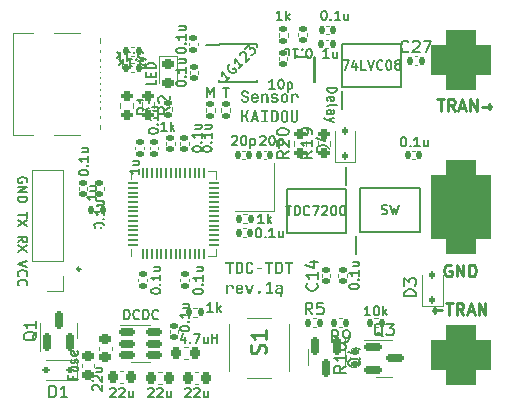
<source format=gbr>
%TF.GenerationSoftware,KiCad,Pcbnew,7.0.5*%
%TF.CreationDate,2024-02-18T20:54:14+09:00*%
%TF.ProjectId,tdc-tdt-kicad,7464632d-7464-4742-9d6b-696361642e6b,rev?*%
%TF.SameCoordinates,Original*%
%TF.FileFunction,Legend,Top*%
%TF.FilePolarity,Positive*%
%FSLAX46Y46*%
G04 Gerber Fmt 4.6, Leading zero omitted, Abs format (unit mm)*
G04 Created by KiCad (PCBNEW 7.0.5) date 2024-02-18 20:54:14*
%MOMM*%
%LPD*%
G01*
G04 APERTURE LIST*
G04 Aperture macros list*
%AMRoundRect*
0 Rectangle with rounded corners*
0 $1 Rounding radius*
0 $2 $3 $4 $5 $6 $7 $8 $9 X,Y pos of 4 corners*
0 Add a 4 corners polygon primitive as box body*
4,1,4,$2,$3,$4,$5,$6,$7,$8,$9,$2,$3,0*
0 Add four circle primitives for the rounded corners*
1,1,$1+$1,$2,$3*
1,1,$1+$1,$4,$5*
1,1,$1+$1,$6,$7*
1,1,$1+$1,$8,$9*
0 Add four rect primitives between the rounded corners*
20,1,$1+$1,$2,$3,$4,$5,0*
20,1,$1+$1,$4,$5,$6,$7,0*
20,1,$1+$1,$6,$7,$8,$9,0*
20,1,$1+$1,$8,$9,$2,$3,0*%
G04 Aperture macros list end*
%ADD10C,0.250000*%
%ADD11C,0.150000*%
%ADD12C,0.254000*%
%ADD13C,0.200000*%
%ADD14C,0.100000*%
%ADD15C,0.120000*%
%ADD16R,0.750000X1.000000*%
%ADD17RoundRect,0.150000X-0.150000X0.587500X-0.150000X-0.587500X0.150000X-0.587500X0.150000X0.587500X0*%
%ADD18RoundRect,0.150000X-0.587500X-0.150000X0.587500X-0.150000X0.587500X0.150000X-0.587500X0.150000X0*%
%ADD19RoundRect,0.150000X0.150000X-0.587500X0.150000X0.587500X-0.150000X0.587500X-0.150000X-0.587500X0*%
%ADD20RoundRect,0.112500X0.112500X-0.187500X0.112500X0.187500X-0.112500X0.187500X-0.112500X-0.187500X0*%
%ADD21RoundRect,0.112500X0.187500X0.112500X-0.187500X0.112500X-0.187500X-0.112500X0.187500X-0.112500X0*%
%ADD22RoundRect,0.200000X-0.275000X0.200000X-0.275000X-0.200000X0.275000X-0.200000X0.275000X0.200000X0*%
%ADD23RoundRect,0.135000X0.185000X-0.135000X0.185000X0.135000X-0.185000X0.135000X-0.185000X-0.135000X0*%
%ADD24RoundRect,0.135000X0.135000X0.185000X-0.135000X0.185000X-0.135000X-0.185000X0.135000X-0.185000X0*%
%ADD25RoundRect,0.135000X-0.135000X-0.185000X0.135000X-0.185000X0.135000X0.185000X-0.135000X0.185000X0*%
%ADD26RoundRect,0.140000X0.170000X-0.140000X0.170000X0.140000X-0.170000X0.140000X-0.170000X-0.140000X0*%
%ADD27RoundRect,0.200000X0.275000X-0.200000X0.275000X0.200000X-0.275000X0.200000X-0.275000X-0.200000X0*%
%ADD28RoundRect,0.140000X-0.170000X0.140000X-0.170000X-0.140000X0.170000X-0.140000X0.170000X0.140000X0*%
%ADD29RoundRect,0.218750X-0.256250X0.218750X-0.256250X-0.218750X0.256250X-0.218750X0.256250X0.218750X0*%
%ADD30R,0.450000X1.475000*%
%ADD31RoundRect,0.140000X-0.140000X-0.170000X0.140000X-0.170000X0.140000X0.170000X-0.140000X0.170000X0*%
%ADD32RoundRect,0.140000X0.140000X0.170000X-0.140000X0.170000X-0.140000X-0.170000X0.140000X-0.170000X0*%
%ADD33R,1.200000X1.400000*%
%ADD34RoundRect,0.225000X0.225000X0.250000X-0.225000X0.250000X-0.225000X-0.250000X0.225000X-0.250000X0*%
%ADD35R,1.050000X0.400000*%
%ADD36R,1.100000X0.400000*%
%ADD37RoundRect,0.225000X-0.225000X-0.250000X0.225000X-0.250000X0.225000X0.250000X-0.225000X0.250000X0*%
%ADD38RoundRect,0.150000X-0.512500X-0.150000X0.512500X-0.150000X0.512500X0.150000X-0.512500X0.150000X0*%
%ADD39RoundRect,0.050000X0.050000X-0.387500X0.050000X0.387500X-0.050000X0.387500X-0.050000X-0.387500X0*%
%ADD40RoundRect,0.050000X0.387500X-0.050000X0.387500X0.050000X-0.387500X0.050000X-0.387500X-0.050000X0*%
%ADD41R,3.200000X3.200000*%
%ADD42R,0.300000X0.900000*%
%ADD43R,1.650000X0.250000*%
%ADD44R,1.700000X1.700000*%
%ADD45O,1.700000X1.700000*%
%ADD46RoundRect,0.218750X0.256250X-0.218750X0.256250X0.218750X-0.256250X0.218750X-0.256250X-0.218750X0*%
%ADD47RoundRect,1.250000X1.250000X-1.250000X1.250000X1.250000X-1.250000X1.250000X-1.250000X-1.250000X0*%
%ADD48RoundRect,1.250000X1.250000X-2.750000X1.250000X2.750000X-1.250000X2.750000X-1.250000X-2.750000X0*%
%ADD49RoundRect,0.225000X0.250000X-0.225000X0.250000X0.225000X-0.250000X0.225000X-0.250000X-0.225000X0*%
%ADD50C,0.650000*%
%ADD51R,1.140000X0.600000*%
%ADD52R,1.140000X0.300000*%
%ADD53O,2.100000X1.000000*%
%ADD54O,1.800000X1.000000*%
%ADD55RoundRect,0.218750X-0.218750X-0.256250X0.218750X-0.256250X0.218750X0.256250X-0.218750X0.256250X0*%
%ADD56RoundRect,0.135000X-0.185000X0.135000X-0.185000X-0.135000X0.185000X-0.135000X0.185000X0.135000X0*%
G04 APERTURE END LIST*
D10*
G36*
X148726692Y-58165631D02*
G01*
X148713729Y-58165489D01*
X148700974Y-58165062D01*
X148688427Y-58164352D01*
X148676088Y-58163357D01*
X148663957Y-58162077D01*
X148652034Y-58160513D01*
X148640319Y-58158665D01*
X148628811Y-58156533D01*
X148617512Y-58154116D01*
X148606421Y-58151415D01*
X148595538Y-58148430D01*
X148584863Y-58145160D01*
X148574396Y-58141607D01*
X148564137Y-58137768D01*
X148554086Y-58133646D01*
X148544242Y-58129239D01*
X148534640Y-58124534D01*
X148525310Y-58119580D01*
X148516253Y-58114375D01*
X148507469Y-58108921D01*
X148498957Y-58103216D01*
X148490719Y-58097262D01*
X148482753Y-58091058D01*
X148475061Y-58084603D01*
X148467641Y-58077899D01*
X148460494Y-58070945D01*
X148453620Y-58063741D01*
X148447018Y-58056287D01*
X148440690Y-58048582D01*
X148434635Y-58040628D01*
X148428852Y-58032424D01*
X148423342Y-58023970D01*
X148418137Y-58015290D01*
X148413267Y-58006408D01*
X148408733Y-57997323D01*
X148404535Y-57988036D01*
X148400673Y-57978547D01*
X148397147Y-57968855D01*
X148393957Y-57958962D01*
X148391102Y-57948866D01*
X148388583Y-57938567D01*
X148386400Y-57928067D01*
X148384553Y-57917364D01*
X148383042Y-57906459D01*
X148381867Y-57895352D01*
X148381027Y-57884042D01*
X148380523Y-57872530D01*
X148380355Y-57860816D01*
X148553524Y-57860816D01*
X148553936Y-57873575D01*
X148555172Y-57885840D01*
X148557233Y-57897612D01*
X148560118Y-57908890D01*
X148563828Y-57919674D01*
X148568361Y-57929964D01*
X148573719Y-57939761D01*
X148579902Y-57949064D01*
X148586909Y-57957873D01*
X148594740Y-57966189D01*
X148600418Y-57971458D01*
X148609538Y-57978835D01*
X148619220Y-57985486D01*
X148629465Y-57991411D01*
X148640272Y-57996611D01*
X148651641Y-58001086D01*
X148663573Y-58004834D01*
X148676067Y-58007858D01*
X148689124Y-58010155D01*
X148702743Y-58011727D01*
X148716925Y-58012574D01*
X148726692Y-58012735D01*
X148740697Y-58012383D01*
X148754135Y-58011327D01*
X148767006Y-58009567D01*
X148779311Y-58007102D01*
X148791049Y-58003934D01*
X148802220Y-58000061D01*
X148812825Y-57995484D01*
X148822862Y-57990204D01*
X148832333Y-57984219D01*
X148841238Y-57977530D01*
X148846859Y-57972679D01*
X148854716Y-57964874D01*
X148861800Y-57956571D01*
X148868111Y-57947769D01*
X148873650Y-57938470D01*
X148878415Y-57928673D01*
X148882408Y-57918377D01*
X148885628Y-57907584D01*
X148888075Y-57896292D01*
X148889750Y-57884503D01*
X148890651Y-57872215D01*
X148890823Y-57863747D01*
X148890373Y-57851119D01*
X148889022Y-57838880D01*
X148886770Y-57827030D01*
X148883618Y-57815570D01*
X148879565Y-57804499D01*
X148874611Y-57793817D01*
X148868757Y-57783525D01*
X148862002Y-57773621D01*
X148854408Y-57764290D01*
X148846035Y-57755715D01*
X148836883Y-57747896D01*
X148826953Y-57740832D01*
X148816245Y-57734523D01*
X148804758Y-57728971D01*
X148795632Y-57725302D01*
X148786068Y-57722058D01*
X148779448Y-57720132D01*
X148642184Y-57684961D01*
X148628443Y-57681196D01*
X148615065Y-57677046D01*
X148602050Y-57672510D01*
X148589397Y-57667589D01*
X148577106Y-57662283D01*
X148565179Y-57656591D01*
X148553613Y-57650513D01*
X148542411Y-57644050D01*
X148531570Y-57637202D01*
X148521093Y-57629968D01*
X148510978Y-57622349D01*
X148501225Y-57614344D01*
X148491835Y-57605954D01*
X148482808Y-57597179D01*
X148474143Y-57588018D01*
X148465840Y-57578471D01*
X148457973Y-57568614D01*
X148450613Y-57558520D01*
X148443761Y-57548189D01*
X148437417Y-57537622D01*
X148431580Y-57526818D01*
X148426250Y-57515777D01*
X148421428Y-57504500D01*
X148417114Y-57492986D01*
X148413307Y-57481236D01*
X148410008Y-57469249D01*
X148407216Y-57457025D01*
X148404932Y-57444565D01*
X148403156Y-57431868D01*
X148401887Y-57418935D01*
X148401126Y-57405765D01*
X148400872Y-57392358D01*
X148401208Y-57376108D01*
X148402215Y-57360271D01*
X148403894Y-57344845D01*
X148406245Y-57329832D01*
X148409268Y-57315231D01*
X148412962Y-57301042D01*
X148417328Y-57287265D01*
X148422365Y-57273900D01*
X148428074Y-57260948D01*
X148434455Y-57248408D01*
X148441508Y-57236279D01*
X148449232Y-57224563D01*
X148457628Y-57213259D01*
X148466695Y-57202368D01*
X148476434Y-57191888D01*
X148486845Y-57181821D01*
X148497816Y-57172238D01*
X148509235Y-57163274D01*
X148521103Y-57154927D01*
X148533419Y-57147199D01*
X148546184Y-57140090D01*
X148559397Y-57133598D01*
X148573058Y-57127725D01*
X148587168Y-57122470D01*
X148601726Y-57117833D01*
X148616733Y-57113814D01*
X148632188Y-57110414D01*
X148648091Y-57107632D01*
X148664443Y-57105468D01*
X148681244Y-57103923D01*
X148698492Y-57102995D01*
X148716189Y-57102686D01*
X148728214Y-57102825D01*
X148740045Y-57103243D01*
X148751684Y-57103940D01*
X148763130Y-57104915D01*
X148774383Y-57106169D01*
X148785444Y-57107701D01*
X148796311Y-57109512D01*
X148806987Y-57111601D01*
X148817469Y-57113969D01*
X148827759Y-57116616D01*
X148837856Y-57119541D01*
X148847760Y-57122745D01*
X148857471Y-57126227D01*
X148866990Y-57129988D01*
X148876316Y-57134027D01*
X148885450Y-57138346D01*
X148894388Y-57142885D01*
X148903069Y-57147650D01*
X148911493Y-57152640D01*
X148923645Y-57160546D01*
X148935218Y-57168960D01*
X148946211Y-57177880D01*
X148956624Y-57187307D01*
X148966458Y-57197240D01*
X148975713Y-57207680D01*
X148984387Y-57218627D01*
X148992482Y-57230080D01*
X148997557Y-57237997D01*
X149004628Y-57250236D01*
X149011004Y-57262867D01*
X149016684Y-57275888D01*
X149021668Y-57289299D01*
X149025957Y-57303102D01*
X149029551Y-57317295D01*
X149031560Y-57326974D01*
X149033260Y-57336826D01*
X149034651Y-57346853D01*
X149035733Y-57357053D01*
X149036506Y-57367426D01*
X149036970Y-57377974D01*
X149037124Y-57388695D01*
X148865422Y-57388695D01*
X148865065Y-57377679D01*
X148863996Y-57367070D01*
X148862215Y-57356870D01*
X148859720Y-57347078D01*
X148856513Y-57337693D01*
X148852593Y-57328717D01*
X148846258Y-57317382D01*
X148840675Y-57309357D01*
X148834380Y-57301740D01*
X148827372Y-57294531D01*
X148824877Y-57292219D01*
X148817033Y-57285628D01*
X148808703Y-57279685D01*
X148799888Y-57274391D01*
X148790588Y-57269744D01*
X148780803Y-57265747D01*
X148770532Y-57262397D01*
X148759777Y-57259696D01*
X148748536Y-57257643D01*
X148736810Y-57256238D01*
X148724599Y-57255482D01*
X148716189Y-57255338D01*
X148704063Y-57255656D01*
X148692413Y-57256609D01*
X148681239Y-57258197D01*
X148670543Y-57260421D01*
X148660322Y-57263281D01*
X148650579Y-57266775D01*
X148641311Y-57270906D01*
X148632521Y-57275671D01*
X148624207Y-57281072D01*
X148616369Y-57287109D01*
X148611409Y-57291486D01*
X148604513Y-57298413D01*
X148596372Y-57308257D01*
X148589438Y-57318796D01*
X148583710Y-57330029D01*
X148579188Y-57341957D01*
X148575871Y-57354579D01*
X148574175Y-57364502D01*
X148573158Y-57374815D01*
X148572819Y-57385519D01*
X148573246Y-57397400D01*
X148574528Y-57408738D01*
X148576666Y-57419534D01*
X148579658Y-57429788D01*
X148583504Y-57439501D01*
X148588206Y-57448671D01*
X148593763Y-57457300D01*
X148600174Y-57465387D01*
X148607413Y-57472874D01*
X148615332Y-57479828D01*
X148623930Y-57486247D01*
X148633208Y-57492131D01*
X148643165Y-57497482D01*
X148653801Y-57502298D01*
X148665116Y-57506580D01*
X148677110Y-57510327D01*
X148819260Y-57546231D01*
X148833327Y-57550023D01*
X148847012Y-57554253D01*
X148860315Y-57558922D01*
X148873237Y-57564030D01*
X148885778Y-57569577D01*
X148897937Y-57575563D01*
X148909714Y-57581988D01*
X148921109Y-57588852D01*
X148932123Y-57596154D01*
X148942755Y-57603895D01*
X148953006Y-57612076D01*
X148962875Y-57620695D01*
X148972362Y-57629753D01*
X148981468Y-57639250D01*
X148990192Y-57649185D01*
X148998534Y-57659560D01*
X149006460Y-57670284D01*
X149013876Y-57681267D01*
X149020779Y-57692510D01*
X149027172Y-57704012D01*
X149033052Y-57715774D01*
X149038422Y-57727795D01*
X149043280Y-57740076D01*
X149047627Y-57752616D01*
X149051462Y-57765416D01*
X149054786Y-57778476D01*
X149057599Y-57791794D01*
X149059900Y-57805373D01*
X149061690Y-57819211D01*
X149062968Y-57833308D01*
X149063735Y-57847665D01*
X149063991Y-57862281D01*
X149063828Y-57873699D01*
X149063339Y-57884931D01*
X149062523Y-57895978D01*
X149061381Y-57906840D01*
X149059912Y-57917518D01*
X149058118Y-57928009D01*
X149055997Y-57938316D01*
X149053550Y-57948438D01*
X149050776Y-57958375D01*
X149047676Y-57968126D01*
X149044250Y-57977693D01*
X149040498Y-57987074D01*
X149036419Y-57996271D01*
X149032014Y-58005282D01*
X149027283Y-58014108D01*
X149022226Y-58022749D01*
X149016902Y-58031147D01*
X149011311Y-58039304D01*
X149005453Y-58047221D01*
X148999328Y-58054897D01*
X148992936Y-58062333D01*
X148986276Y-58069529D01*
X148979350Y-58076484D01*
X148972156Y-58083199D01*
X148964695Y-58089673D01*
X148956967Y-58095907D01*
X148948972Y-58101901D01*
X148940710Y-58107654D01*
X148932180Y-58113167D01*
X148923384Y-58118439D01*
X148914320Y-58123471D01*
X148904989Y-58128262D01*
X148895448Y-58132787D01*
X148885694Y-58137020D01*
X148875726Y-58140962D01*
X148865544Y-58144611D01*
X148855148Y-58147968D01*
X148844539Y-58151034D01*
X148833716Y-58153807D01*
X148822679Y-58156289D01*
X148811429Y-58158478D01*
X148799965Y-58160376D01*
X148788287Y-58161982D01*
X148776395Y-58163295D01*
X148764290Y-58164317D01*
X148751971Y-58165047D01*
X148739438Y-58165485D01*
X148726692Y-58165631D01*
G37*
G36*
X149573510Y-57368571D02*
G01*
X149585320Y-57369018D01*
X149596942Y-57369762D01*
X149608378Y-57370804D01*
X149619626Y-57372143D01*
X149630688Y-57373780D01*
X149641562Y-57375715D01*
X149652250Y-57377948D01*
X149662751Y-57380478D01*
X149673064Y-57383306D01*
X149683191Y-57386431D01*
X149693130Y-57389855D01*
X149702883Y-57393576D01*
X149712448Y-57397594D01*
X149721827Y-57401910D01*
X149731018Y-57406524D01*
X149739988Y-57411374D01*
X149748699Y-57416458D01*
X149757153Y-57421777D01*
X149765350Y-57427331D01*
X149773289Y-57433119D01*
X149784714Y-57442242D01*
X149795560Y-57451892D01*
X149805826Y-57462071D01*
X149815512Y-57472778D01*
X149824619Y-57484013D01*
X149833146Y-57495776D01*
X149841094Y-57508067D01*
X149843614Y-57512281D01*
X149848465Y-57520830D01*
X149853002Y-57529562D01*
X149857227Y-57538476D01*
X149861139Y-57547575D01*
X149864737Y-57556856D01*
X149868023Y-57566320D01*
X149870996Y-57575968D01*
X149873656Y-57585799D01*
X149876003Y-57595812D01*
X149878037Y-57606010D01*
X149879758Y-57616390D01*
X149881167Y-57626953D01*
X149882262Y-57637700D01*
X149883044Y-57648630D01*
X149883514Y-57659743D01*
X149883670Y-57671039D01*
X149883670Y-57811479D01*
X149405443Y-57811479D01*
X149405443Y-57864480D01*
X149405801Y-57878754D01*
X149406877Y-57892358D01*
X149408669Y-57905292D01*
X149411179Y-57917557D01*
X149414405Y-57929151D01*
X149418348Y-57940077D01*
X149423009Y-57950332D01*
X149428386Y-57959918D01*
X149434481Y-57968833D01*
X149441292Y-57977079D01*
X149446231Y-57982205D01*
X149454217Y-57989276D01*
X149462786Y-57995651D01*
X149471940Y-58001331D01*
X149481677Y-58006316D01*
X149491998Y-58010605D01*
X149502903Y-58014199D01*
X149514392Y-58017097D01*
X149526465Y-58019299D01*
X149539122Y-58020806D01*
X149552362Y-58021617D01*
X149561514Y-58021772D01*
X149571674Y-58021605D01*
X149581546Y-58021102D01*
X149594262Y-58019912D01*
X149606467Y-58018126D01*
X149618160Y-58015744D01*
X149629342Y-58012767D01*
X149640012Y-58009195D01*
X149650171Y-58005028D01*
X149655059Y-58002721D01*
X149664268Y-57997691D01*
X149672476Y-57992127D01*
X149681331Y-57984420D01*
X149688624Y-57975879D01*
X149694354Y-57966503D01*
X149698523Y-57956292D01*
X149700732Y-57947522D01*
X149875366Y-57947522D01*
X149872782Y-57959763D01*
X149869672Y-57971695D01*
X149866035Y-57983317D01*
X149861871Y-57994631D01*
X149857181Y-58005635D01*
X149851964Y-58016330D01*
X149846221Y-58026716D01*
X149839951Y-58036793D01*
X149833154Y-58046561D01*
X149825830Y-58056019D01*
X149817980Y-58065169D01*
X149809603Y-58074009D01*
X149800700Y-58082541D01*
X149791270Y-58090763D01*
X149781313Y-58098676D01*
X149770830Y-58106280D01*
X149759966Y-58113467D01*
X149748806Y-58120190D01*
X149737351Y-58126450D01*
X149725599Y-58132246D01*
X149713552Y-58137578D01*
X149701209Y-58142447D01*
X149688571Y-58146852D01*
X149675636Y-58150793D01*
X149662406Y-58154271D01*
X149648880Y-58157285D01*
X149635059Y-58159835D01*
X149620941Y-58161922D01*
X149606528Y-58163544D01*
X149591819Y-58164704D01*
X149576814Y-58165399D01*
X149561514Y-58165631D01*
X149549308Y-58165484D01*
X149537299Y-58165043D01*
X149525487Y-58164309D01*
X149513871Y-58163280D01*
X149502452Y-58161958D01*
X149491229Y-58160342D01*
X149480203Y-58158432D01*
X149469373Y-58156228D01*
X149458740Y-58153730D01*
X149448303Y-58150938D01*
X149438063Y-58147853D01*
X149428020Y-58144474D01*
X149418173Y-58140800D01*
X149408522Y-58136833D01*
X149399068Y-58132572D01*
X149389811Y-58128018D01*
X149380810Y-58123193D01*
X149372065Y-58118122D01*
X149363576Y-58112805D01*
X149355342Y-58107242D01*
X149347364Y-58101432D01*
X149339642Y-58095377D01*
X149332175Y-58089075D01*
X149321455Y-58079161D01*
X149311310Y-58068693D01*
X149301740Y-58057672D01*
X149292746Y-58046096D01*
X149287069Y-58038071D01*
X149281648Y-58029801D01*
X149276482Y-58021284D01*
X149271632Y-58012517D01*
X149267094Y-58003561D01*
X149262870Y-57994413D01*
X149258958Y-57985075D01*
X149255359Y-57975545D01*
X149252073Y-57965825D01*
X149249100Y-57955914D01*
X149246441Y-57945812D01*
X149244094Y-57935520D01*
X149242059Y-57925037D01*
X149240338Y-57914362D01*
X149238930Y-57903497D01*
X149237835Y-57892442D01*
X149237052Y-57881195D01*
X149236583Y-57869758D01*
X149236427Y-57858129D01*
X149236427Y-57696685D01*
X149405443Y-57696685D01*
X149715387Y-57696685D01*
X149715387Y-57670062D01*
X149715232Y-57660193D01*
X149714421Y-57645934D01*
X149712914Y-57632327D01*
X149710711Y-57619372D01*
X149707813Y-57607071D01*
X149704220Y-57595421D01*
X149699931Y-57584425D01*
X149694946Y-57574081D01*
X149689266Y-57564389D01*
X149682891Y-57555350D01*
X149675819Y-57546964D01*
X149668091Y-57539238D01*
X149659745Y-57532272D01*
X149650781Y-57526066D01*
X149641198Y-57520620D01*
X149630997Y-57515934D01*
X149620178Y-57512008D01*
X149608740Y-57508841D01*
X149596685Y-57506435D01*
X149584011Y-57504788D01*
X149570719Y-57503902D01*
X149561514Y-57503733D01*
X149547288Y-57504115D01*
X149533736Y-57505261D01*
X149520858Y-57507172D01*
X149508654Y-57509847D01*
X149497125Y-57513286D01*
X149486269Y-57517489D01*
X149476087Y-57522456D01*
X149466580Y-57528188D01*
X149457746Y-57534684D01*
X149449587Y-57541944D01*
X149444521Y-57547208D01*
X149437538Y-57555677D01*
X149431241Y-57564782D01*
X149425631Y-57574522D01*
X149420708Y-57584898D01*
X149416472Y-57595909D01*
X149412923Y-57607555D01*
X149410060Y-57619837D01*
X149407885Y-57632754D01*
X149406397Y-57646307D01*
X149405595Y-57660495D01*
X149405443Y-57670307D01*
X149405443Y-57696685D01*
X149236427Y-57696685D01*
X149236427Y-57676413D01*
X149236583Y-57664814D01*
X149237052Y-57653404D01*
X149237835Y-57642183D01*
X149238930Y-57631151D01*
X149240338Y-57620308D01*
X149242059Y-57609654D01*
X149244094Y-57599189D01*
X149246441Y-57588913D01*
X149249100Y-57578825D01*
X149252073Y-57568927D01*
X149255359Y-57559217D01*
X149258958Y-57549696D01*
X149262870Y-57540365D01*
X149267094Y-57531222D01*
X149271632Y-57522268D01*
X149276482Y-57513503D01*
X149281648Y-57504955D01*
X149287069Y-57496654D01*
X149292746Y-57488598D01*
X149298678Y-57480789D01*
X149304866Y-57473226D01*
X149314628Y-57462344D01*
X149324965Y-57452015D01*
X149335877Y-57442239D01*
X149343471Y-57436030D01*
X149351321Y-57430067D01*
X149359427Y-57424350D01*
X149367789Y-57418880D01*
X149376406Y-57413655D01*
X149385279Y-57408677D01*
X149389811Y-57406280D01*
X149399068Y-57401696D01*
X149408522Y-57397407D01*
X149418173Y-57393414D01*
X149428020Y-57389717D01*
X149438063Y-57386316D01*
X149448303Y-57383211D01*
X149458740Y-57380401D01*
X149469373Y-57377887D01*
X149480203Y-57375669D01*
X149491229Y-57373746D01*
X149502452Y-57372119D01*
X149513871Y-57370788D01*
X149525487Y-57369753D01*
X149537299Y-57369014D01*
X149549308Y-57368570D01*
X149561514Y-57368422D01*
X149573510Y-57368571D01*
G37*
G36*
X150084926Y-58150000D02*
G01*
X150084926Y-57384054D01*
X150256873Y-57384054D01*
X150256873Y-57531332D01*
X150259801Y-57517631D01*
X150263453Y-57504462D01*
X150267832Y-57491825D01*
X150272936Y-57479721D01*
X150278766Y-57468149D01*
X150285321Y-57457109D01*
X150292602Y-57446602D01*
X150300608Y-57436627D01*
X150309340Y-57427185D01*
X150318797Y-57418275D01*
X150325505Y-57412630D01*
X150336069Y-57404730D01*
X150347152Y-57397607D01*
X150358755Y-57391260D01*
X150370877Y-57385691D01*
X150383519Y-57380899D01*
X150396680Y-57376884D01*
X150410361Y-57373646D01*
X150424561Y-57371185D01*
X150434317Y-57369977D01*
X150444303Y-57369113D01*
X150454520Y-57368595D01*
X150464968Y-57368422D01*
X150479045Y-57368717D01*
X150492762Y-57369602D01*
X150506118Y-57371076D01*
X150519114Y-57373139D01*
X150531748Y-57375793D01*
X150544023Y-57379036D01*
X150555936Y-57382868D01*
X150567489Y-57387290D01*
X150578681Y-57392302D01*
X150589513Y-57397903D01*
X150599984Y-57404094D01*
X150610094Y-57410875D01*
X150619844Y-57418245D01*
X150629233Y-57426205D01*
X150638261Y-57434754D01*
X150646929Y-57443893D01*
X150655151Y-57453500D01*
X150662843Y-57463513D01*
X150670004Y-57473932D01*
X150676635Y-57484758D01*
X150682735Y-57495991D01*
X150688305Y-57507629D01*
X150693345Y-57519675D01*
X150697854Y-57532126D01*
X150701832Y-57544984D01*
X150705280Y-57558249D01*
X150708198Y-57571920D01*
X150710585Y-57585997D01*
X150712441Y-57600481D01*
X150713768Y-57615371D01*
X150714563Y-57630668D01*
X150714829Y-57646371D01*
X150714829Y-58150000D01*
X150538974Y-58150000D01*
X150538974Y-57667864D01*
X150538647Y-57654913D01*
X150537669Y-57642528D01*
X150536037Y-57630710D01*
X150533753Y-57619458D01*
X150530816Y-57608774D01*
X150527227Y-57598656D01*
X150522985Y-57589104D01*
X150518091Y-57580120D01*
X150512544Y-57571702D01*
X150506344Y-57563851D01*
X150501849Y-57558932D01*
X150494695Y-57552035D01*
X150487065Y-57545817D01*
X150478959Y-57540277D01*
X150470376Y-57535416D01*
X150461316Y-57531233D01*
X150451780Y-57527728D01*
X150441767Y-57524901D01*
X150431278Y-57522753D01*
X150420312Y-57521284D01*
X150408870Y-57520492D01*
X150400976Y-57520341D01*
X150388865Y-57520685D01*
X150377260Y-57521715D01*
X150366162Y-57523433D01*
X150355570Y-57525837D01*
X150345485Y-57528928D01*
X150335907Y-57532706D01*
X150326835Y-57537171D01*
X150318270Y-57542323D01*
X150310211Y-57548162D01*
X150302659Y-57554688D01*
X150297906Y-57559420D01*
X150291271Y-57567037D01*
X150285289Y-57575234D01*
X150279960Y-57584010D01*
X150275283Y-57593366D01*
X150271259Y-57603302D01*
X150267887Y-57613817D01*
X150265168Y-57624911D01*
X150263101Y-57636586D01*
X150261687Y-57648840D01*
X150260926Y-57661673D01*
X150260781Y-57670551D01*
X150260781Y-58150000D01*
X150084926Y-58150000D01*
G37*
G36*
X151203558Y-58165631D02*
G01*
X151186505Y-58165388D01*
X151169906Y-58164658D01*
X151153762Y-58163441D01*
X151138071Y-58161738D01*
X151122834Y-58159549D01*
X151108052Y-58156873D01*
X151093724Y-58153710D01*
X151079849Y-58150061D01*
X151066429Y-58145925D01*
X151053464Y-58141302D01*
X151040952Y-58136193D01*
X151028894Y-58130597D01*
X151017291Y-58124515D01*
X151006142Y-58117946D01*
X150995446Y-58110891D01*
X150985205Y-58103349D01*
X150975534Y-58095363D01*
X150966486Y-58087034D01*
X150958063Y-58078365D01*
X150950263Y-58069354D01*
X150943088Y-58060001D01*
X150936536Y-58050306D01*
X150930608Y-58040271D01*
X150925305Y-58029893D01*
X150920625Y-58019174D01*
X150916569Y-58008113D01*
X150913138Y-57996711D01*
X150910330Y-57984968D01*
X150908146Y-57972882D01*
X150906586Y-57960456D01*
X150905650Y-57947687D01*
X150905338Y-57934577D01*
X151078506Y-57934577D01*
X151079021Y-57945538D01*
X151080567Y-57955826D01*
X151083143Y-57965443D01*
X151087812Y-57976520D01*
X151094091Y-57986548D01*
X151101980Y-57995525D01*
X151109450Y-58001952D01*
X151111479Y-58003454D01*
X151120130Y-58008949D01*
X151129599Y-58013712D01*
X151139884Y-58017742D01*
X151150985Y-58021039D01*
X151162903Y-58023604D01*
X151175638Y-58025436D01*
X151185726Y-58026329D01*
X151196272Y-58026810D01*
X151203558Y-58026901D01*
X151265352Y-58026901D01*
X151276962Y-58026691D01*
X151288069Y-58026060D01*
X151298675Y-58025008D01*
X151308778Y-58023535D01*
X151318378Y-58021642D01*
X151330398Y-58018463D01*
X151341524Y-58014536D01*
X151351757Y-58009861D01*
X151361098Y-58004438D01*
X151363293Y-58002965D01*
X151371422Y-57996657D01*
X151378467Y-57989700D01*
X151385749Y-57980091D01*
X151391337Y-57969469D01*
X151394589Y-57960241D01*
X151396756Y-57950364D01*
X151397840Y-57939839D01*
X151397976Y-57934333D01*
X151397598Y-57924224D01*
X151396063Y-57912521D01*
X151393348Y-57901855D01*
X151389451Y-57892228D01*
X151384375Y-57883637D01*
X151378117Y-57876085D01*
X151373796Y-57872051D01*
X151365708Y-57865956D01*
X151356403Y-57860493D01*
X151345882Y-57855661D01*
X151336589Y-57852251D01*
X151326518Y-57849246D01*
X151315668Y-57846645D01*
X151304040Y-57844449D01*
X151301011Y-57843963D01*
X151108060Y-57819295D01*
X151096624Y-57817555D01*
X151085520Y-57815452D01*
X151074749Y-57812983D01*
X151064310Y-57810151D01*
X151054202Y-57806954D01*
X151044427Y-57803392D01*
X151034983Y-57799466D01*
X151025872Y-57795176D01*
X151017092Y-57790521D01*
X151008645Y-57785501D01*
X150996597Y-57777289D01*
X150985295Y-57768257D01*
X150974741Y-57758404D01*
X150964933Y-57747732D01*
X150955985Y-57736301D01*
X150947917Y-57724264D01*
X150940730Y-57711622D01*
X150934422Y-57698375D01*
X150930706Y-57689208D01*
X150927381Y-57679771D01*
X150924447Y-57670065D01*
X150921904Y-57660090D01*
X150919753Y-57649846D01*
X150917993Y-57639334D01*
X150916624Y-57628552D01*
X150915646Y-57617500D01*
X150915059Y-57606180D01*
X150914863Y-57594591D01*
X150915150Y-57581084D01*
X150916008Y-57567980D01*
X150917439Y-57555279D01*
X150919443Y-57542980D01*
X150922019Y-57531083D01*
X150925167Y-57519590D01*
X150928888Y-57508499D01*
X150933182Y-57497810D01*
X150938047Y-57487524D01*
X150943486Y-57477641D01*
X150949496Y-57468160D01*
X150956079Y-57459082D01*
X150963235Y-57450407D01*
X150970963Y-57442134D01*
X150979263Y-57434264D01*
X150988136Y-57426796D01*
X150997548Y-57419728D01*
X151007466Y-57413115D01*
X151017889Y-57406958D01*
X151028818Y-57401258D01*
X151040253Y-57396013D01*
X151052193Y-57391225D01*
X151064639Y-57386892D01*
X151077590Y-57383016D01*
X151091047Y-57379596D01*
X151105010Y-57376631D01*
X151119479Y-57374123D01*
X151134453Y-57372071D01*
X151149933Y-57370475D01*
X151165918Y-57369334D01*
X151182410Y-57368650D01*
X151199406Y-57368422D01*
X151263886Y-57368422D01*
X151279840Y-57368653D01*
X151295401Y-57369346D01*
X151310569Y-57370500D01*
X151325344Y-57372117D01*
X151339726Y-57374195D01*
X151353714Y-57376734D01*
X151367310Y-57379736D01*
X151380512Y-57383199D01*
X151393322Y-57387124D01*
X151405738Y-57391511D01*
X151417761Y-57396360D01*
X151429392Y-57401670D01*
X151440629Y-57407442D01*
X151451473Y-57413676D01*
X151461924Y-57420372D01*
X151471981Y-57427529D01*
X151481575Y-57435042D01*
X151490571Y-57442867D01*
X151498969Y-57451002D01*
X151506771Y-57459449D01*
X151513975Y-57468206D01*
X151520582Y-57477275D01*
X151526592Y-57486654D01*
X151532004Y-57496345D01*
X151536819Y-57506346D01*
X151541037Y-57516659D01*
X151544658Y-57527282D01*
X151547681Y-57538217D01*
X151550108Y-57549463D01*
X151551937Y-57561019D01*
X151553168Y-57572887D01*
X151553803Y-57585066D01*
X151379413Y-57585066D01*
X151378234Y-57574051D01*
X151375611Y-57563752D01*
X151371546Y-57554168D01*
X151366037Y-57545300D01*
X151359086Y-57537147D01*
X151350691Y-57529710D01*
X151346929Y-57526936D01*
X151336787Y-57520603D01*
X151327918Y-57516310D01*
X151318377Y-57512704D01*
X151308165Y-57509784D01*
X151297281Y-57507552D01*
X151285725Y-57506006D01*
X151273498Y-57505147D01*
X151263886Y-57504954D01*
X151199406Y-57504954D01*
X151189064Y-57505156D01*
X151179193Y-57505761D01*
X151166767Y-57507196D01*
X151155181Y-57509349D01*
X151144435Y-57512218D01*
X151134527Y-57515806D01*
X151125460Y-57520111D01*
X151115306Y-57526500D01*
X151113433Y-57527913D01*
X151104919Y-57535499D01*
X151097848Y-57543908D01*
X151092220Y-57553140D01*
X151088035Y-57563195D01*
X151085294Y-57574072D01*
X151083995Y-57585773D01*
X151083879Y-57590683D01*
X151084416Y-57601157D01*
X151086477Y-57612560D01*
X151090083Y-57622692D01*
X151095235Y-57631554D01*
X151101933Y-57639144D01*
X151105861Y-57642463D01*
X151114809Y-57648253D01*
X151125164Y-57653168D01*
X151134869Y-57656594D01*
X151145553Y-57659412D01*
X151157214Y-57661622D01*
X151167247Y-57662952D01*
X151169853Y-57663224D01*
X151351081Y-57688625D01*
X151364277Y-57690378D01*
X151377059Y-57692525D01*
X151389426Y-57695065D01*
X151401380Y-57697998D01*
X151412919Y-57701323D01*
X151424045Y-57705042D01*
X151434756Y-57709155D01*
X151445054Y-57713660D01*
X151454937Y-57718558D01*
X151464406Y-57723849D01*
X151473461Y-57729534D01*
X151482102Y-57735611D01*
X151490329Y-57742082D01*
X151498142Y-57748945D01*
X151505541Y-57756202D01*
X151512526Y-57763852D01*
X151519121Y-57771832D01*
X151525291Y-57780143D01*
X151531036Y-57788784D01*
X151536355Y-57797756D01*
X151541248Y-57807057D01*
X151545716Y-57816688D01*
X151549758Y-57826650D01*
X151553375Y-57836941D01*
X151556567Y-57847563D01*
X151559333Y-57858515D01*
X151561673Y-57869797D01*
X151563588Y-57881409D01*
X151565077Y-57893351D01*
X151566141Y-57905623D01*
X151566779Y-57918225D01*
X151566992Y-57931158D01*
X151566691Y-57945031D01*
X151565790Y-57958502D01*
X151564287Y-57971570D01*
X151562183Y-57984235D01*
X151559478Y-57996498D01*
X151556173Y-58008358D01*
X151552266Y-58019815D01*
X151547758Y-58030870D01*
X151542649Y-58041522D01*
X151536939Y-58051772D01*
X151530627Y-58061619D01*
X151523715Y-58071063D01*
X151516202Y-58080105D01*
X151508087Y-58088744D01*
X151499372Y-58096981D01*
X151490055Y-58104815D01*
X151480162Y-58112179D01*
X151469714Y-58119068D01*
X151458714Y-58125483D01*
X151447160Y-58131422D01*
X151435053Y-58136886D01*
X151422392Y-58141875D01*
X151409179Y-58146388D01*
X151395411Y-58150427D01*
X151381091Y-58153990D01*
X151366217Y-58157079D01*
X151350789Y-58159692D01*
X151334808Y-58161830D01*
X151318274Y-58163493D01*
X151301187Y-58164681D01*
X151283546Y-58165393D01*
X151265352Y-58165631D01*
X151203558Y-58165631D01*
G37*
G36*
X152092422Y-57368747D02*
G01*
X152110321Y-57369720D01*
X152127738Y-57371342D01*
X152144672Y-57373613D01*
X152161123Y-57376532D01*
X152177091Y-57380100D01*
X152192577Y-57384317D01*
X152207580Y-57389183D01*
X152222100Y-57394698D01*
X152236137Y-57400861D01*
X152249692Y-57407673D01*
X152262763Y-57415134D01*
X152275352Y-57423243D01*
X152287459Y-57432002D01*
X152299082Y-57441409D01*
X152310223Y-57451465D01*
X152320811Y-57462051D01*
X152330716Y-57473111D01*
X152339938Y-57484644D01*
X152348477Y-57496650D01*
X152356333Y-57509129D01*
X152363506Y-57522082D01*
X152369996Y-57535507D01*
X152375802Y-57549406D01*
X152380925Y-57563779D01*
X152385366Y-57578624D01*
X152389123Y-57593942D01*
X152392197Y-57609734D01*
X152394588Y-57625999D01*
X152396296Y-57642738D01*
X152397320Y-57659949D01*
X152397662Y-57677634D01*
X152397662Y-57857152D01*
X152397320Y-57874661D01*
X152396296Y-57891713D01*
X152394588Y-57908306D01*
X152392197Y-57924441D01*
X152389123Y-57940119D01*
X152385366Y-57955338D01*
X152380925Y-57970099D01*
X152375802Y-57984403D01*
X152369996Y-57998248D01*
X152363506Y-58011636D01*
X152356333Y-58024566D01*
X152348477Y-58037037D01*
X152339938Y-58049051D01*
X152330716Y-58060607D01*
X152320811Y-58071704D01*
X152310223Y-58082344D01*
X152299082Y-58092430D01*
X152287459Y-58101865D01*
X152275352Y-58110649D01*
X152262763Y-58118782D01*
X152249692Y-58126265D01*
X152236137Y-58133097D01*
X152222100Y-58139279D01*
X152207580Y-58144809D01*
X152192577Y-58149689D01*
X152177091Y-58153919D01*
X152161123Y-58157498D01*
X152144672Y-58160426D01*
X152127738Y-58162703D01*
X152110321Y-58164330D01*
X152092422Y-58165306D01*
X152074040Y-58165631D01*
X152055657Y-58165306D01*
X152037755Y-58164330D01*
X152020333Y-58162703D01*
X152003393Y-58160426D01*
X151986933Y-58157498D01*
X151970954Y-58153919D01*
X151955456Y-58149689D01*
X151940439Y-58144809D01*
X151925903Y-58139279D01*
X151911847Y-58133097D01*
X151898273Y-58126265D01*
X151885179Y-58118782D01*
X151872566Y-58110649D01*
X151860434Y-58101865D01*
X151848783Y-58092430D01*
X151837613Y-58082344D01*
X151827054Y-58071704D01*
X151817177Y-58060607D01*
X151807980Y-58049051D01*
X151799465Y-58037037D01*
X151791631Y-58024566D01*
X151784479Y-58011636D01*
X151778007Y-57998248D01*
X151772217Y-57984403D01*
X151767108Y-57970099D01*
X151762680Y-57955338D01*
X151758933Y-57940119D01*
X151755868Y-57924441D01*
X151753484Y-57908306D01*
X151751781Y-57891713D01*
X151750759Y-57874661D01*
X151750523Y-57862526D01*
X151926273Y-57862526D01*
X151926614Y-57875831D01*
X151927638Y-57888543D01*
X151929345Y-57900663D01*
X151931734Y-57912191D01*
X151934806Y-57923126D01*
X151938561Y-57933469D01*
X151942998Y-57943219D01*
X151948118Y-57952377D01*
X151953920Y-57960942D01*
X151960405Y-57968914D01*
X151965108Y-57973900D01*
X151972664Y-57980797D01*
X151980770Y-57987015D01*
X151989425Y-57992555D01*
X151998630Y-57997416D01*
X152008384Y-58001600D01*
X152018688Y-58005104D01*
X152029542Y-58007931D01*
X152040945Y-58010079D01*
X152052898Y-58011549D01*
X152065400Y-58012340D01*
X152074040Y-58012491D01*
X152086909Y-58012154D01*
X152099228Y-58011143D01*
X152110997Y-58009458D01*
X152122217Y-58007098D01*
X152132887Y-58004065D01*
X152143008Y-58000358D01*
X152152579Y-57995976D01*
X152161601Y-57990921D01*
X152170073Y-57985192D01*
X152177996Y-57978788D01*
X152182972Y-57974145D01*
X152189912Y-57966648D01*
X152196170Y-57958537D01*
X152201745Y-57949812D01*
X152206637Y-57940473D01*
X152210847Y-57930521D01*
X152214374Y-57919954D01*
X152217218Y-57908774D01*
X152219380Y-57896979D01*
X152220859Y-57884571D01*
X152221655Y-57871548D01*
X152221807Y-57862526D01*
X152221807Y-57672260D01*
X152221468Y-57658953D01*
X152220450Y-57646234D01*
X152218754Y-57634104D01*
X152216380Y-57622561D01*
X152213328Y-57611606D01*
X152209597Y-57601240D01*
X152205187Y-57591462D01*
X152200100Y-57582272D01*
X152194334Y-57573671D01*
X152187890Y-57565657D01*
X152183217Y-57560642D01*
X152175741Y-57553658D01*
X152167695Y-57547361D01*
X152159077Y-57541751D01*
X152149889Y-57536828D01*
X152140129Y-57532592D01*
X152129799Y-57529043D01*
X152118897Y-57526180D01*
X152107425Y-57524005D01*
X152095381Y-57522517D01*
X152082767Y-57521715D01*
X152074040Y-57521563D01*
X152061171Y-57521904D01*
X152048852Y-57522928D01*
X152037083Y-57524635D01*
X152025863Y-57527024D01*
X152015193Y-57530096D01*
X152005072Y-57533850D01*
X151995501Y-57538287D01*
X151986479Y-57543407D01*
X151978007Y-57549210D01*
X151970084Y-57555695D01*
X151965108Y-57560397D01*
X151958167Y-57567938D01*
X151951910Y-57576088D01*
X151946335Y-57584848D01*
X151941443Y-57594217D01*
X151937233Y-57604196D01*
X151933706Y-57614785D01*
X151930862Y-57625984D01*
X151928700Y-57637792D01*
X151927221Y-57650209D01*
X151926425Y-57663237D01*
X151926273Y-57672260D01*
X151926273Y-57862526D01*
X151750523Y-57862526D01*
X151750418Y-57857152D01*
X151750418Y-57677634D01*
X151750759Y-57659949D01*
X151751781Y-57642738D01*
X151753484Y-57625999D01*
X151755868Y-57609734D01*
X151758933Y-57593942D01*
X151762680Y-57578624D01*
X151767108Y-57563779D01*
X151772217Y-57549406D01*
X151778007Y-57535507D01*
X151784479Y-57522082D01*
X151791631Y-57509129D01*
X151799465Y-57496650D01*
X151807980Y-57484644D01*
X151817177Y-57473111D01*
X151827054Y-57462051D01*
X151837613Y-57451465D01*
X151848783Y-57441409D01*
X151860434Y-57432002D01*
X151872566Y-57423243D01*
X151885179Y-57415134D01*
X151898273Y-57407673D01*
X151911847Y-57400861D01*
X151925903Y-57394698D01*
X151940439Y-57389183D01*
X151955456Y-57384317D01*
X151970954Y-57380100D01*
X151986933Y-57376532D01*
X152003393Y-57373613D01*
X152020333Y-57371342D01*
X152037755Y-57369720D01*
X152055657Y-57368747D01*
X152074040Y-57368422D01*
X152092422Y-57368747D01*
G37*
G36*
X152627983Y-58150000D02*
G01*
X152627983Y-57384054D01*
X152799685Y-57384054D01*
X152799685Y-57534263D01*
X152802619Y-57520167D01*
X152806291Y-57506637D01*
X152810702Y-57493674D01*
X152815851Y-57481278D01*
X152821739Y-57469448D01*
X152828365Y-57458185D01*
X152835729Y-57447489D01*
X152843832Y-57437360D01*
X152852674Y-57427797D01*
X152862254Y-57418801D01*
X152869050Y-57413119D01*
X152879782Y-57405131D01*
X152891092Y-57397929D01*
X152902983Y-57391513D01*
X152915453Y-57385882D01*
X152928502Y-57381037D01*
X152942132Y-57376978D01*
X152956340Y-57373704D01*
X152966135Y-57371958D01*
X152976187Y-57370561D01*
X152986497Y-57369514D01*
X152997064Y-57368815D01*
X153007889Y-57368466D01*
X153013398Y-57368422D01*
X153027941Y-57368717D01*
X153042077Y-57369602D01*
X153055807Y-57371076D01*
X153069131Y-57373139D01*
X153082048Y-57375793D01*
X153094559Y-57379036D01*
X153106663Y-57382868D01*
X153118361Y-57387290D01*
X153129653Y-57392302D01*
X153140538Y-57397903D01*
X153151016Y-57404094D01*
X153161089Y-57410875D01*
X153170754Y-57418245D01*
X153180014Y-57426205D01*
X153188866Y-57434754D01*
X153197313Y-57443893D01*
X153205298Y-57453563D01*
X153212769Y-57463704D01*
X153219724Y-57474316D01*
X153226164Y-57485399D01*
X153232089Y-57496954D01*
X153237498Y-57508980D01*
X153242393Y-57521478D01*
X153246772Y-57534446D01*
X153250636Y-57547886D01*
X153253985Y-57561798D01*
X153256818Y-57576181D01*
X153259137Y-57591034D01*
X153260940Y-57606360D01*
X153262228Y-57622156D01*
X153263001Y-57638424D01*
X153263258Y-57655163D01*
X153263258Y-57727459D01*
X153087404Y-57727459D01*
X153087404Y-57663712D01*
X153087084Y-57650992D01*
X153086124Y-57638842D01*
X153084525Y-57627264D01*
X153082286Y-57616256D01*
X153079407Y-57605820D01*
X153075889Y-57595955D01*
X153071731Y-57586660D01*
X153066933Y-57577937D01*
X153061495Y-57569785D01*
X153053250Y-57559803D01*
X153051011Y-57557466D01*
X153041432Y-57548765D01*
X153030892Y-57541224D01*
X153022355Y-57536330D01*
X153013278Y-57532088D01*
X153003659Y-57528499D01*
X152993500Y-57525562D01*
X152982799Y-57523278D01*
X152971558Y-57521647D01*
X152959776Y-57520668D01*
X152947452Y-57520341D01*
X152934601Y-57520709D01*
X152922334Y-57521810D01*
X152910650Y-57523645D01*
X152899550Y-57526215D01*
X152889034Y-57529518D01*
X152879103Y-57533556D01*
X152869755Y-57538328D01*
X152860990Y-57543835D01*
X152852810Y-57550075D01*
X152845214Y-57557049D01*
X152840474Y-57562107D01*
X152833927Y-57570247D01*
X152828023Y-57579006D01*
X152822764Y-57588382D01*
X152818149Y-57598377D01*
X152814177Y-57608990D01*
X152810850Y-57620221D01*
X152808167Y-57632071D01*
X152806127Y-57644539D01*
X152804732Y-57657625D01*
X152803981Y-57671329D01*
X152803838Y-57680809D01*
X152803838Y-58150000D01*
X152627983Y-58150000D01*
G37*
G36*
X148407222Y-59830000D02*
G01*
X148407222Y-58798318D01*
X148583077Y-58798318D01*
X148583077Y-59223545D01*
X148703977Y-59223545D01*
X148899127Y-58798318D01*
X149089392Y-58798318D01*
X148858583Y-59294375D01*
X149100383Y-59830000D01*
X148905233Y-59830000D01*
X148702512Y-59376685D01*
X148583077Y-59376685D01*
X148583077Y-59830000D01*
X148407222Y-59830000D01*
G37*
G36*
X149933007Y-59830000D02*
G01*
X149753000Y-59830000D01*
X149696824Y-59582826D01*
X149424005Y-59582826D01*
X149367585Y-59830000D01*
X149187822Y-59830000D01*
X149285890Y-59439211D01*
X149456245Y-59439211D01*
X149664340Y-59439211D01*
X149602547Y-59162972D01*
X149599656Y-59150218D01*
X149596848Y-59137690D01*
X149594121Y-59125391D01*
X149591476Y-59113318D01*
X149588912Y-59101474D01*
X149586429Y-59089857D01*
X149584029Y-59078467D01*
X149581710Y-59067305D01*
X149579472Y-59056371D01*
X149577316Y-59045664D01*
X149575924Y-59038653D01*
X149573917Y-59028477D01*
X149572017Y-59018835D01*
X149569651Y-59006806D01*
X149567476Y-58995723D01*
X149565491Y-58985587D01*
X149563279Y-58974248D01*
X149561365Y-58964388D01*
X149560048Y-58957564D01*
X149558234Y-58968154D01*
X149556328Y-58978606D01*
X149554064Y-58990537D01*
X149551996Y-59001146D01*
X149549699Y-59012702D01*
X149547172Y-59025204D01*
X149545127Y-59035202D01*
X149544417Y-59038653D01*
X149542276Y-59049195D01*
X149540066Y-59059939D01*
X149537788Y-59070885D01*
X149535441Y-59082032D01*
X149533025Y-59093382D01*
X149530541Y-59104933D01*
X149527988Y-59116686D01*
X149525366Y-59128641D01*
X149522675Y-59140797D01*
X149519916Y-59153156D01*
X149518039Y-59161507D01*
X149456245Y-59439211D01*
X149285890Y-59439211D01*
X149446720Y-58798318D01*
X149672644Y-58798318D01*
X149933007Y-59830000D01*
G37*
G36*
X150103000Y-59830000D02*
G01*
X150103000Y-59671242D01*
X150309630Y-59671242D01*
X150309630Y-58957076D01*
X150103000Y-58957076D01*
X150103000Y-58798318D01*
X150693579Y-58798318D01*
X150693579Y-58957076D01*
X150486950Y-58957076D01*
X150486950Y-59671242D01*
X150693579Y-59671242D01*
X150693579Y-59830000D01*
X150103000Y-59830000D01*
G37*
G36*
X151238469Y-58798476D02*
G01*
X151251182Y-58798951D01*
X151263679Y-58799743D01*
X151275961Y-58800852D01*
X151288027Y-58802277D01*
X151299878Y-58804019D01*
X151311513Y-58806078D01*
X151322932Y-58808454D01*
X151334136Y-58811146D01*
X151345124Y-58814155D01*
X151355896Y-58817481D01*
X151366453Y-58821124D01*
X151376794Y-58825083D01*
X151386920Y-58829359D01*
X151396830Y-58833952D01*
X151406524Y-58838862D01*
X151415976Y-58844024D01*
X151425159Y-58849433D01*
X151434073Y-58855091D01*
X151442718Y-58860997D01*
X151451094Y-58867150D01*
X151459201Y-58873552D01*
X151467038Y-58880202D01*
X151474607Y-58887100D01*
X151481907Y-58894246D01*
X151488937Y-58901640D01*
X151495699Y-58909282D01*
X151502191Y-58917172D01*
X151508415Y-58925311D01*
X151514369Y-58933697D01*
X151520054Y-58942331D01*
X151525471Y-58951214D01*
X151530587Y-58960318D01*
X151535374Y-58969620D01*
X151539830Y-58979118D01*
X151543957Y-58988812D01*
X151547753Y-58998703D01*
X151551219Y-59008790D01*
X151554355Y-59019074D01*
X151557161Y-59029555D01*
X151559637Y-59040232D01*
X151561783Y-59051105D01*
X151563598Y-59062175D01*
X151565084Y-59073442D01*
X151566239Y-59084905D01*
X151567064Y-59096565D01*
X151567559Y-59108421D01*
X151567725Y-59120474D01*
X151567725Y-59506378D01*
X151567559Y-59518433D01*
X151567064Y-59530298D01*
X151566239Y-59541972D01*
X151565084Y-59553456D01*
X151563598Y-59564748D01*
X151561783Y-59575850D01*
X151559637Y-59586760D01*
X151557161Y-59597480D01*
X151554355Y-59608009D01*
X151551219Y-59618348D01*
X151547753Y-59628495D01*
X151543957Y-59638452D01*
X151539830Y-59648218D01*
X151535374Y-59657793D01*
X151530587Y-59667177D01*
X151525471Y-59676371D01*
X151520054Y-59685343D01*
X151514369Y-59694063D01*
X151508415Y-59702531D01*
X151502191Y-59710748D01*
X151495699Y-59718713D01*
X151488937Y-59726425D01*
X151481907Y-59733886D01*
X151474607Y-59741095D01*
X151467038Y-59748052D01*
X151459201Y-59754757D01*
X151451094Y-59761211D01*
X151442718Y-59767412D01*
X151434073Y-59773362D01*
X151425159Y-59779060D01*
X151415976Y-59784505D01*
X151406524Y-59789699D01*
X151396830Y-59794580D01*
X151386920Y-59799145D01*
X151376794Y-59803395D01*
X151366453Y-59807331D01*
X151355896Y-59810951D01*
X151345124Y-59814257D01*
X151334136Y-59817248D01*
X151322932Y-59819924D01*
X151311513Y-59822286D01*
X151299878Y-59824332D01*
X151288027Y-59826064D01*
X151275961Y-59827481D01*
X151263679Y-59828583D01*
X151251182Y-59829370D01*
X151238469Y-59829842D01*
X151225540Y-59830000D01*
X150920481Y-59830000D01*
X150920481Y-58955610D01*
X151096336Y-58955610D01*
X151096336Y-59672707D01*
X151225540Y-59672707D01*
X151239554Y-59672316D01*
X151253018Y-59671144D01*
X151265932Y-59669191D01*
X151278297Y-59666456D01*
X151290112Y-59662940D01*
X151301378Y-59658642D01*
X151312094Y-59653563D01*
X151322260Y-59647703D01*
X151331878Y-59641061D01*
X151340945Y-59633638D01*
X151346685Y-59628255D01*
X151354760Y-59619593D01*
X151362041Y-59610369D01*
X151368527Y-59600582D01*
X151374219Y-59590233D01*
X151379117Y-59579322D01*
X151383221Y-59567848D01*
X151386530Y-59555811D01*
X151389046Y-59543213D01*
X151390767Y-59530051D01*
X151391693Y-59516328D01*
X151391870Y-59506866D01*
X151391870Y-59120230D01*
X151391473Y-59106352D01*
X151390281Y-59093019D01*
X151388296Y-59080231D01*
X151385516Y-59067989D01*
X151381941Y-59056291D01*
X151377573Y-59045139D01*
X151372410Y-59034533D01*
X151366453Y-59024471D01*
X151359702Y-59014955D01*
X151352156Y-59005984D01*
X151346685Y-59000307D01*
X151337984Y-58992319D01*
X151328733Y-58985117D01*
X151318933Y-58978700D01*
X151308583Y-58973070D01*
X151297684Y-58968225D01*
X151286235Y-58964165D01*
X151274236Y-58960892D01*
X151261688Y-58958404D01*
X151248591Y-58956701D01*
X151234944Y-58955785D01*
X151225540Y-58955610D01*
X151096336Y-58955610D01*
X150920481Y-58955610D01*
X150920481Y-58798318D01*
X151225540Y-58798318D01*
X151238469Y-58798476D01*
G37*
G36*
X152093004Y-58783019D02*
G01*
X152110757Y-58784018D01*
X152128030Y-58785683D01*
X152144825Y-58788014D01*
X152161140Y-58791010D01*
X152176977Y-58794673D01*
X152192335Y-58799002D01*
X152207213Y-58803996D01*
X152221613Y-58809657D01*
X152235534Y-58815983D01*
X152248976Y-58822976D01*
X152261939Y-58830634D01*
X152274423Y-58838958D01*
X152286428Y-58847949D01*
X152297954Y-58857605D01*
X152309002Y-58867927D01*
X152319472Y-58878801D01*
X152329266Y-58890172D01*
X152338385Y-58902042D01*
X152346829Y-58914409D01*
X152354597Y-58927275D01*
X152361689Y-58940639D01*
X152368106Y-58954501D01*
X152373848Y-58968860D01*
X152378914Y-58983718D01*
X152383305Y-58999074D01*
X152387020Y-59014928D01*
X152390060Y-59031280D01*
X152392424Y-59048129D01*
X152394113Y-59065477D01*
X152395126Y-59083323D01*
X152395464Y-59101667D01*
X152395464Y-59525917D01*
X152395126Y-59544438D01*
X152394113Y-59562447D01*
X152392424Y-59579944D01*
X152390060Y-59596931D01*
X152387020Y-59613406D01*
X152383305Y-59629369D01*
X152378914Y-59644821D01*
X152373848Y-59659762D01*
X152368106Y-59674192D01*
X152361689Y-59688110D01*
X152354597Y-59701516D01*
X152346829Y-59714412D01*
X152338385Y-59726795D01*
X152329266Y-59738668D01*
X152319472Y-59750029D01*
X152309002Y-59760879D01*
X152297954Y-59771142D01*
X152286428Y-59780743D01*
X152274423Y-59789681D01*
X152261939Y-59797958D01*
X152248976Y-59805572D01*
X152235534Y-59812525D01*
X152221613Y-59818815D01*
X152207213Y-59824443D01*
X152192335Y-59829409D01*
X152176977Y-59833713D01*
X152161140Y-59837354D01*
X152144825Y-59840334D01*
X152128030Y-59842651D01*
X152110757Y-59844307D01*
X152093004Y-59845300D01*
X152074773Y-59845631D01*
X152056540Y-59845300D01*
X152038785Y-59844307D01*
X152021507Y-59842651D01*
X152004706Y-59840334D01*
X151988381Y-59837354D01*
X151972534Y-59833713D01*
X151957164Y-59829409D01*
X151942271Y-59824443D01*
X151927855Y-59818815D01*
X151913916Y-59812525D01*
X151900454Y-59805572D01*
X151887469Y-59797958D01*
X151874961Y-59789681D01*
X151862930Y-59780743D01*
X151851376Y-59771142D01*
X151840300Y-59760879D01*
X151829830Y-59750029D01*
X151820035Y-59738668D01*
X151810916Y-59726795D01*
X151802472Y-59714412D01*
X151794704Y-59701516D01*
X151787612Y-59688110D01*
X151781195Y-59674192D01*
X151775453Y-59659762D01*
X151770387Y-59644821D01*
X151765996Y-59629369D01*
X151762281Y-59613406D01*
X151759241Y-59596931D01*
X151756877Y-59579944D01*
X151755189Y-59562447D01*
X151754175Y-59544438D01*
X151754105Y-59540572D01*
X151929692Y-59540572D01*
X151930014Y-59553837D01*
X151930980Y-59566523D01*
X151932590Y-59578630D01*
X151934844Y-59590157D01*
X151937742Y-59601104D01*
X151941284Y-59611472D01*
X151945470Y-59621260D01*
X151950300Y-59630468D01*
X151955774Y-59639097D01*
X151961892Y-59647147D01*
X151966329Y-59652191D01*
X151973549Y-59659175D01*
X151981378Y-59665471D01*
X151989818Y-59671081D01*
X151998867Y-59676004D01*
X152008525Y-59680240D01*
X152018793Y-59683790D01*
X152029671Y-59686652D01*
X152041159Y-59688827D01*
X152053256Y-59690315D01*
X152065963Y-59691117D01*
X152074773Y-59691270D01*
X152087840Y-59690928D01*
X152100298Y-59689904D01*
X152112146Y-59688198D01*
X152123385Y-59685808D01*
X152134014Y-59682737D01*
X152144033Y-59678982D01*
X152153442Y-59674545D01*
X152162242Y-59669425D01*
X152170432Y-59663623D01*
X152178013Y-59657138D01*
X152182728Y-59652435D01*
X152189319Y-59644853D01*
X152195262Y-59636670D01*
X152200556Y-59627886D01*
X152205202Y-59618500D01*
X152209200Y-59608514D01*
X152212550Y-59597927D01*
X152215251Y-59586738D01*
X152217304Y-59574949D01*
X152218708Y-59562558D01*
X152219465Y-59549567D01*
X152219609Y-59540572D01*
X152219609Y-59088722D01*
X152219289Y-59075459D01*
X152218329Y-59062779D01*
X152216730Y-59050684D01*
X152214491Y-59039172D01*
X152211612Y-59028244D01*
X152208094Y-59017900D01*
X152203936Y-59008139D01*
X152199138Y-58998963D01*
X152193701Y-58990371D01*
X152187623Y-58982362D01*
X152183217Y-58977348D01*
X152176080Y-58970320D01*
X152168316Y-58963984D01*
X152159925Y-58958339D01*
X152150908Y-58953385D01*
X152141264Y-58949123D01*
X152130992Y-58945551D01*
X152120095Y-58942671D01*
X152108570Y-58940482D01*
X152096418Y-58938985D01*
X152083640Y-58938178D01*
X152074773Y-58938025D01*
X152061659Y-58938366D01*
X152049156Y-58939390D01*
X152037262Y-58941097D01*
X152025978Y-58943486D01*
X152015303Y-58946558D01*
X152005238Y-58950312D01*
X151995783Y-58954749D01*
X151986937Y-58959869D01*
X151978701Y-58965672D01*
X151971074Y-58972157D01*
X151966329Y-58976859D01*
X151959782Y-58984441D01*
X151953878Y-58992624D01*
X151948619Y-59001409D01*
X151944004Y-59010794D01*
X151940032Y-59020780D01*
X151936705Y-59031367D01*
X151934022Y-59042556D01*
X151931982Y-59054345D01*
X151930587Y-59066736D01*
X151929836Y-59079727D01*
X151929692Y-59088722D01*
X151929692Y-59540572D01*
X151754105Y-59540572D01*
X151753838Y-59525917D01*
X151753838Y-59103133D01*
X151754175Y-59084611D01*
X151755189Y-59066599D01*
X151756877Y-59049097D01*
X151759241Y-59032104D01*
X151762281Y-59015620D01*
X151765996Y-58999646D01*
X151770387Y-58984182D01*
X151775453Y-58969227D01*
X151781195Y-58954781D01*
X151787612Y-58940845D01*
X151794704Y-58927418D01*
X151802472Y-58914501D01*
X151810916Y-58902093D01*
X151820035Y-58890195D01*
X151829830Y-58878806D01*
X151840300Y-58867927D01*
X151851376Y-58857605D01*
X151862930Y-58847949D01*
X151874961Y-58838958D01*
X151887469Y-58830634D01*
X151900454Y-58822976D01*
X151913916Y-58815983D01*
X151927855Y-58809657D01*
X151942271Y-58803996D01*
X151957164Y-58799002D01*
X151972534Y-58794673D01*
X151988381Y-58791010D01*
X152004706Y-58788014D01*
X152021507Y-58785683D01*
X152038785Y-58784018D01*
X152056540Y-58783019D01*
X152074773Y-58782686D01*
X152093004Y-58783019D01*
G37*
G36*
X152912281Y-59845631D02*
G01*
X152893729Y-59845309D01*
X152875687Y-59844341D01*
X152858154Y-59842729D01*
X152841130Y-59840471D01*
X152824616Y-59837569D01*
X152808612Y-59834022D01*
X152793117Y-59829830D01*
X152778131Y-59824993D01*
X152763655Y-59819510D01*
X152749688Y-59813383D01*
X152736231Y-59806611D01*
X152723283Y-59799194D01*
X152710845Y-59791132D01*
X152698916Y-59782426D01*
X152687497Y-59773074D01*
X152676587Y-59763077D01*
X152666265Y-59752521D01*
X152656609Y-59741492D01*
X152647619Y-59729990D01*
X152639294Y-59718014D01*
X152631636Y-59705565D01*
X152624643Y-59692643D01*
X152618317Y-59679248D01*
X152612657Y-59665380D01*
X152607662Y-59651038D01*
X152603333Y-59636223D01*
X152599671Y-59620935D01*
X152596674Y-59605174D01*
X152594343Y-59588939D01*
X152592678Y-59572232D01*
X152591679Y-59555051D01*
X152591346Y-59537397D01*
X152591346Y-58798318D01*
X152769399Y-58798318D01*
X152769399Y-59536908D01*
X152769719Y-59550409D01*
X152770679Y-59563344D01*
X152772278Y-59575711D01*
X152774517Y-59587512D01*
X152777396Y-59598746D01*
X152780914Y-59609414D01*
X152785072Y-59619515D01*
X152789870Y-59629049D01*
X152795307Y-59638016D01*
X152801385Y-59646417D01*
X152805792Y-59651702D01*
X152812911Y-59659035D01*
X152820624Y-59665647D01*
X152828928Y-59671537D01*
X152837826Y-59676707D01*
X152847315Y-59681154D01*
X152857397Y-59684881D01*
X152868072Y-59687886D01*
X152879339Y-59690170D01*
X152891199Y-59691733D01*
X152903651Y-59692575D01*
X152912281Y-59692735D01*
X152924875Y-59692374D01*
X152936919Y-59691292D01*
X152948414Y-59689489D01*
X152959359Y-59686965D01*
X152969755Y-59683719D01*
X152979601Y-59679752D01*
X152988897Y-59675064D01*
X152997644Y-59669654D01*
X153005842Y-59663523D01*
X153013490Y-59656671D01*
X153018283Y-59651702D01*
X153025005Y-59643679D01*
X153031066Y-59635090D01*
X153036465Y-59625934D01*
X153041203Y-59616211D01*
X153045281Y-59605921D01*
X153048697Y-59595065D01*
X153051452Y-59583641D01*
X153053545Y-59571652D01*
X153054978Y-59559095D01*
X153055749Y-59545972D01*
X153055896Y-59536908D01*
X153055896Y-58798318D01*
X153232972Y-58798318D01*
X153232972Y-59537397D01*
X153232642Y-59555051D01*
X153231652Y-59572232D01*
X153230001Y-59588939D01*
X153227691Y-59605174D01*
X153224720Y-59620935D01*
X153221088Y-59636223D01*
X153216797Y-59651038D01*
X153211845Y-59665380D01*
X153206233Y-59679248D01*
X153199961Y-59692643D01*
X153193029Y-59705565D01*
X153185437Y-59718014D01*
X153177184Y-59729990D01*
X153168271Y-59741492D01*
X153158698Y-59752521D01*
X153148464Y-59763077D01*
X153137638Y-59773074D01*
X153126288Y-59782426D01*
X153114412Y-59791132D01*
X153102012Y-59799194D01*
X153089087Y-59806611D01*
X153075638Y-59813383D01*
X153061664Y-59819510D01*
X153047165Y-59824993D01*
X153032141Y-59829830D01*
X153016592Y-59834022D01*
X153000519Y-59837569D01*
X152983921Y-59840471D01*
X152966798Y-59842729D01*
X152949151Y-59844341D01*
X152930978Y-59845309D01*
X152912281Y-59845631D01*
G37*
X166176377Y-71912238D02*
X166081139Y-71864619D01*
X166081139Y-71864619D02*
X165938282Y-71864619D01*
X165938282Y-71864619D02*
X165795425Y-71912238D01*
X165795425Y-71912238D02*
X165700187Y-72007476D01*
X165700187Y-72007476D02*
X165652568Y-72102714D01*
X165652568Y-72102714D02*
X165604949Y-72293190D01*
X165604949Y-72293190D02*
X165604949Y-72436047D01*
X165604949Y-72436047D02*
X165652568Y-72626523D01*
X165652568Y-72626523D02*
X165700187Y-72721761D01*
X165700187Y-72721761D02*
X165795425Y-72817000D01*
X165795425Y-72817000D02*
X165938282Y-72864619D01*
X165938282Y-72864619D02*
X166033520Y-72864619D01*
X166033520Y-72864619D02*
X166176377Y-72817000D01*
X166176377Y-72817000D02*
X166223996Y-72769380D01*
X166223996Y-72769380D02*
X166223996Y-72436047D01*
X166223996Y-72436047D02*
X166033520Y-72436047D01*
X166652568Y-72864619D02*
X166652568Y-71864619D01*
X166652568Y-71864619D02*
X167223996Y-72864619D01*
X167223996Y-72864619D02*
X167223996Y-71864619D01*
X167700187Y-72864619D02*
X167700187Y-71864619D01*
X167700187Y-71864619D02*
X167938282Y-71864619D01*
X167938282Y-71864619D02*
X168081139Y-71912238D01*
X168081139Y-71912238D02*
X168176377Y-72007476D01*
X168176377Y-72007476D02*
X168223996Y-72102714D01*
X168223996Y-72102714D02*
X168271615Y-72293190D01*
X168271615Y-72293190D02*
X168271615Y-72436047D01*
X168271615Y-72436047D02*
X168223996Y-72626523D01*
X168223996Y-72626523D02*
X168176377Y-72721761D01*
X168176377Y-72721761D02*
X168081139Y-72817000D01*
X168081139Y-72817000D02*
X167938282Y-72864619D01*
X167938282Y-72864619D02*
X167700187Y-72864619D01*
X165009711Y-57864619D02*
X165581139Y-57864619D01*
X165295425Y-58864619D02*
X165295425Y-57864619D01*
X166485901Y-58864619D02*
X166152568Y-58388428D01*
X165914473Y-58864619D02*
X165914473Y-57864619D01*
X165914473Y-57864619D02*
X166295425Y-57864619D01*
X166295425Y-57864619D02*
X166390663Y-57912238D01*
X166390663Y-57912238D02*
X166438282Y-57959857D01*
X166438282Y-57959857D02*
X166485901Y-58055095D01*
X166485901Y-58055095D02*
X166485901Y-58197952D01*
X166485901Y-58197952D02*
X166438282Y-58293190D01*
X166438282Y-58293190D02*
X166390663Y-58340809D01*
X166390663Y-58340809D02*
X166295425Y-58388428D01*
X166295425Y-58388428D02*
X165914473Y-58388428D01*
X166866854Y-58578904D02*
X167343044Y-58578904D01*
X166771616Y-58864619D02*
X167104949Y-57864619D01*
X167104949Y-57864619D02*
X167438282Y-58864619D01*
X167771616Y-58864619D02*
X167771616Y-57864619D01*
X167771616Y-57864619D02*
X168343044Y-58864619D01*
X168343044Y-58864619D02*
X168343044Y-57864619D01*
X168819235Y-58483666D02*
X169581140Y-58483666D01*
X169390663Y-58674142D02*
X169581140Y-58483666D01*
X169581140Y-58483666D02*
X169390663Y-58293190D01*
X165414473Y-75733666D02*
X164652568Y-75733666D01*
X164843044Y-75924142D02*
X164652568Y-75733666D01*
X164652568Y-75733666D02*
X164843044Y-75543190D01*
X165747806Y-75114619D02*
X166319234Y-75114619D01*
X166033520Y-76114619D02*
X166033520Y-75114619D01*
X167223996Y-76114619D02*
X166890663Y-75638428D01*
X166652568Y-76114619D02*
X166652568Y-75114619D01*
X166652568Y-75114619D02*
X167033520Y-75114619D01*
X167033520Y-75114619D02*
X167128758Y-75162238D01*
X167128758Y-75162238D02*
X167176377Y-75209857D01*
X167176377Y-75209857D02*
X167223996Y-75305095D01*
X167223996Y-75305095D02*
X167223996Y-75447952D01*
X167223996Y-75447952D02*
X167176377Y-75543190D01*
X167176377Y-75543190D02*
X167128758Y-75590809D01*
X167128758Y-75590809D02*
X167033520Y-75638428D01*
X167033520Y-75638428D02*
X166652568Y-75638428D01*
X167604949Y-75828904D02*
X168081139Y-75828904D01*
X167509711Y-76114619D02*
X167843044Y-75114619D01*
X167843044Y-75114619D02*
X168176377Y-76114619D01*
X168509711Y-76114619D02*
X168509711Y-75114619D01*
X168509711Y-75114619D02*
X169081139Y-76114619D01*
X169081139Y-76114619D02*
X169081139Y-75114619D01*
G36*
X147333147Y-72650000D02*
G01*
X147333147Y-71777076D01*
X147064480Y-71777076D01*
X147064480Y-71618318D01*
X147779623Y-71618318D01*
X147779623Y-71777076D01*
X147510467Y-71777076D01*
X147510467Y-72650000D01*
X147333147Y-72650000D01*
G37*
G36*
X148261986Y-71618476D02*
G01*
X148274699Y-71618951D01*
X148287197Y-71619743D01*
X148299478Y-71620852D01*
X148311544Y-71622277D01*
X148323395Y-71624019D01*
X148335030Y-71626078D01*
X148346449Y-71628454D01*
X148357653Y-71631146D01*
X148368641Y-71634155D01*
X148379413Y-71637481D01*
X148389970Y-71641124D01*
X148400311Y-71645083D01*
X148410437Y-71649359D01*
X148420347Y-71653952D01*
X148430041Y-71658862D01*
X148439493Y-71664024D01*
X148448676Y-71669433D01*
X148457590Y-71675091D01*
X148466235Y-71680997D01*
X148474611Y-71687150D01*
X148482718Y-71693552D01*
X148490555Y-71700202D01*
X148498124Y-71707100D01*
X148505424Y-71714246D01*
X148512454Y-71721640D01*
X148519216Y-71729282D01*
X148525708Y-71737172D01*
X148531932Y-71745311D01*
X148537886Y-71753697D01*
X148543571Y-71762331D01*
X148548988Y-71771214D01*
X148554104Y-71780318D01*
X148558891Y-71789620D01*
X148563347Y-71799118D01*
X148567474Y-71808812D01*
X148571270Y-71818703D01*
X148574736Y-71828790D01*
X148577872Y-71839074D01*
X148580678Y-71849555D01*
X148583154Y-71860232D01*
X148585300Y-71871105D01*
X148587115Y-71882175D01*
X148588601Y-71893442D01*
X148589756Y-71904905D01*
X148590581Y-71916565D01*
X148591077Y-71928421D01*
X148591242Y-71940474D01*
X148591242Y-72326378D01*
X148591077Y-72338433D01*
X148590581Y-72350298D01*
X148589756Y-72361972D01*
X148588601Y-72373456D01*
X148587115Y-72384748D01*
X148585300Y-72395850D01*
X148583154Y-72406760D01*
X148580678Y-72417480D01*
X148577872Y-72428009D01*
X148574736Y-72438348D01*
X148571270Y-72448495D01*
X148567474Y-72458452D01*
X148563347Y-72468218D01*
X148558891Y-72477793D01*
X148554104Y-72487177D01*
X148548988Y-72496371D01*
X148543571Y-72505343D01*
X148537886Y-72514063D01*
X148531932Y-72522531D01*
X148525708Y-72530748D01*
X148519216Y-72538713D01*
X148512454Y-72546425D01*
X148505424Y-72553886D01*
X148498124Y-72561095D01*
X148490555Y-72568052D01*
X148482718Y-72574757D01*
X148474611Y-72581211D01*
X148466235Y-72587412D01*
X148457590Y-72593362D01*
X148448676Y-72599060D01*
X148439493Y-72604505D01*
X148430041Y-72609699D01*
X148420347Y-72614580D01*
X148410437Y-72619145D01*
X148400311Y-72623395D01*
X148389970Y-72627331D01*
X148379413Y-72630951D01*
X148368641Y-72634257D01*
X148357653Y-72637248D01*
X148346449Y-72639924D01*
X148335030Y-72642286D01*
X148323395Y-72644332D01*
X148311544Y-72646064D01*
X148299478Y-72647481D01*
X148287197Y-72648583D01*
X148274699Y-72649370D01*
X148261986Y-72649842D01*
X148249057Y-72650000D01*
X147943998Y-72650000D01*
X147943998Y-71775610D01*
X148119853Y-71775610D01*
X148119853Y-72492707D01*
X148249057Y-72492707D01*
X148263071Y-72492316D01*
X148276535Y-72491144D01*
X148289449Y-72489191D01*
X148301814Y-72486456D01*
X148313629Y-72482940D01*
X148324895Y-72478642D01*
X148335611Y-72473563D01*
X148345778Y-72467703D01*
X148355395Y-72461061D01*
X148364462Y-72453638D01*
X148370202Y-72448255D01*
X148378277Y-72439593D01*
X148385558Y-72430369D01*
X148392044Y-72420582D01*
X148397736Y-72410233D01*
X148402634Y-72399322D01*
X148406738Y-72387848D01*
X148410048Y-72375811D01*
X148412563Y-72363213D01*
X148414284Y-72350051D01*
X148415210Y-72336328D01*
X148415387Y-72326866D01*
X148415387Y-71940230D01*
X148414990Y-71926352D01*
X148413798Y-71913019D01*
X148411813Y-71900231D01*
X148409033Y-71887989D01*
X148405458Y-71876291D01*
X148401090Y-71865139D01*
X148395927Y-71854533D01*
X148389970Y-71844471D01*
X148383219Y-71834955D01*
X148375673Y-71825984D01*
X148370202Y-71820307D01*
X148361501Y-71812319D01*
X148352250Y-71805117D01*
X148342450Y-71798700D01*
X148332100Y-71793070D01*
X148321201Y-71788225D01*
X148309752Y-71784165D01*
X148297753Y-71780892D01*
X148285205Y-71778404D01*
X148272108Y-71776701D01*
X148258461Y-71775785D01*
X148249057Y-71775610D01*
X148119853Y-71775610D01*
X147943998Y-71775610D01*
X147943998Y-71618318D01*
X148249057Y-71618318D01*
X148261986Y-71618476D01*
G37*
G36*
X149110013Y-72665631D02*
G01*
X149097659Y-72665485D01*
X149085509Y-72665047D01*
X149073563Y-72664317D01*
X149061821Y-72663295D01*
X149050284Y-72661982D01*
X149038950Y-72660376D01*
X149027821Y-72658478D01*
X149016896Y-72656289D01*
X149006175Y-72653807D01*
X148995658Y-72651034D01*
X148985346Y-72647968D01*
X148975237Y-72644611D01*
X148965333Y-72640962D01*
X148955633Y-72637020D01*
X148946137Y-72632787D01*
X148936845Y-72628262D01*
X148927787Y-72623468D01*
X148918993Y-72618427D01*
X148910461Y-72613141D01*
X148902193Y-72607608D01*
X148894189Y-72601829D01*
X148886447Y-72595804D01*
X148875329Y-72586305D01*
X148864803Y-72576252D01*
X148854870Y-72565646D01*
X148845529Y-72554485D01*
X148836781Y-72542771D01*
X148831278Y-72534654D01*
X148826038Y-72526290D01*
X148823517Y-72522016D01*
X148818696Y-72513311D01*
X148814186Y-72504415D01*
X148809987Y-72495329D01*
X148806099Y-72486051D01*
X148802522Y-72476583D01*
X148799256Y-72466924D01*
X148796302Y-72457074D01*
X148793658Y-72447034D01*
X148791325Y-72436802D01*
X148789304Y-72426380D01*
X148787593Y-72415767D01*
X148786193Y-72404963D01*
X148785105Y-72393968D01*
X148784327Y-72382783D01*
X148783861Y-72371406D01*
X148783705Y-72359839D01*
X148783705Y-71909211D01*
X148783861Y-71897644D01*
X148784327Y-71886267D01*
X148785105Y-71875082D01*
X148786193Y-71864087D01*
X148787593Y-71853283D01*
X148789304Y-71842670D01*
X148791325Y-71832248D01*
X148793658Y-71822016D01*
X148796302Y-71811976D01*
X148799256Y-71802126D01*
X148802522Y-71792467D01*
X148806099Y-71782998D01*
X148809987Y-71773721D01*
X148814186Y-71764634D01*
X148818696Y-71755739D01*
X148823517Y-71747034D01*
X148828623Y-71738546D01*
X148833989Y-71730303D01*
X148839614Y-71722304D01*
X148848538Y-71710764D01*
X148858046Y-71699773D01*
X148868139Y-71689331D01*
X148878815Y-71679439D01*
X148890075Y-71670097D01*
X148897906Y-71664174D01*
X148905996Y-71658496D01*
X148914346Y-71653061D01*
X148922956Y-71647871D01*
X148931825Y-71642925D01*
X148936357Y-71640544D01*
X148945622Y-71635959D01*
X148955099Y-71631671D01*
X148964787Y-71627678D01*
X148974688Y-71623981D01*
X148984800Y-71620580D01*
X148995124Y-71617474D01*
X149005660Y-71614665D01*
X149016407Y-71612151D01*
X149027367Y-71609932D01*
X149038538Y-71608010D01*
X149049921Y-71606383D01*
X149061516Y-71605052D01*
X149073323Y-71604017D01*
X149085341Y-71603278D01*
X149097571Y-71602834D01*
X149110013Y-71602686D01*
X149122188Y-71602833D01*
X149134167Y-71603274D01*
X149145949Y-71604009D01*
X149157534Y-71605037D01*
X149168923Y-71606359D01*
X149180115Y-71607976D01*
X149191111Y-71609886D01*
X149201910Y-71612090D01*
X149212512Y-71614587D01*
X149222919Y-71617379D01*
X149233128Y-71620464D01*
X149243141Y-71623844D01*
X149252958Y-71627517D01*
X149262577Y-71631484D01*
X149272001Y-71635745D01*
X149281228Y-71640300D01*
X149290260Y-71645123D01*
X149299038Y-71650191D01*
X149307563Y-71655504D01*
X149315834Y-71661060D01*
X149323851Y-71666861D01*
X149331614Y-71672906D01*
X149339124Y-71679195D01*
X149349912Y-71689087D01*
X149360130Y-71699528D01*
X149369776Y-71710519D01*
X149375890Y-71718152D01*
X149381750Y-71726029D01*
X149387356Y-71734150D01*
X149392708Y-71742515D01*
X149395289Y-71746789D01*
X149400258Y-71755465D01*
X149404906Y-71764333D01*
X149409234Y-71773394D01*
X149413241Y-71782647D01*
X149416927Y-71792094D01*
X149420293Y-71801733D01*
X149423339Y-71811564D01*
X149426064Y-71821589D01*
X149428468Y-71831806D01*
X149430552Y-71842216D01*
X149432315Y-71852819D01*
X149433757Y-71863614D01*
X149434879Y-71874602D01*
X149435681Y-71885783D01*
X149436162Y-71897156D01*
X149436322Y-71908722D01*
X149259002Y-71908722D01*
X149258660Y-71895459D01*
X149257636Y-71882779D01*
X149255930Y-71870684D01*
X149253540Y-71859172D01*
X149250469Y-71848244D01*
X149246714Y-71837900D01*
X149242277Y-71828139D01*
X149237157Y-71818963D01*
X149231355Y-71810371D01*
X149224870Y-71802362D01*
X149220167Y-71797348D01*
X149212600Y-71790320D01*
X149204462Y-71783984D01*
X149195753Y-71778339D01*
X149186473Y-71773385D01*
X149176622Y-71769123D01*
X149166200Y-71765551D01*
X149155207Y-71762671D01*
X149143643Y-71760482D01*
X149131508Y-71758985D01*
X149118801Y-71758178D01*
X149110013Y-71758025D01*
X149096877Y-71758366D01*
X149084302Y-71759390D01*
X149072290Y-71761097D01*
X149060841Y-71763486D01*
X149049953Y-71766558D01*
X149039629Y-71770312D01*
X149029866Y-71774749D01*
X149020666Y-71779869D01*
X149012029Y-71785672D01*
X149003954Y-71792157D01*
X148998883Y-71796859D01*
X148991855Y-71804441D01*
X148985519Y-71812624D01*
X148979874Y-71821409D01*
X148974920Y-71830794D01*
X148970658Y-71840780D01*
X148967087Y-71851367D01*
X148964206Y-71862556D01*
X148962018Y-71874345D01*
X148960520Y-71886736D01*
X148959713Y-71899727D01*
X148959560Y-71908722D01*
X148959560Y-72360572D01*
X148959903Y-72373837D01*
X148960934Y-72386523D01*
X148962651Y-72398630D01*
X148965055Y-72410157D01*
X148968147Y-72421104D01*
X148971925Y-72431472D01*
X148976390Y-72441260D01*
X148981542Y-72450468D01*
X148987381Y-72459097D01*
X148993907Y-72467147D01*
X148998639Y-72472191D01*
X149006258Y-72479175D01*
X149014461Y-72485471D01*
X149023248Y-72491081D01*
X149032619Y-72496004D01*
X149042574Y-72500240D01*
X149053113Y-72503790D01*
X149064235Y-72506652D01*
X149075942Y-72508827D01*
X149088232Y-72510315D01*
X149101106Y-72511117D01*
X149110013Y-72511270D01*
X149123100Y-72510928D01*
X149135616Y-72509904D01*
X149147561Y-72508198D01*
X149158935Y-72505808D01*
X149169737Y-72502737D01*
X149179969Y-72498982D01*
X149189630Y-72494545D01*
X149198719Y-72489425D01*
X149207238Y-72483623D01*
X149215186Y-72477138D01*
X149220167Y-72472435D01*
X149227107Y-72464855D01*
X149233365Y-72456678D01*
X149238940Y-72447905D01*
X149243832Y-72438535D01*
X149248041Y-72428568D01*
X149251568Y-72418004D01*
X149254413Y-72406844D01*
X149256574Y-72395086D01*
X149258053Y-72382732D01*
X149258850Y-72369781D01*
X149259002Y-72360816D01*
X149436322Y-72360816D01*
X149436162Y-72372353D01*
X149435681Y-72383698D01*
X149434879Y-72394853D01*
X149433757Y-72405818D01*
X149432315Y-72416591D01*
X149430552Y-72427174D01*
X149428468Y-72437565D01*
X149426064Y-72447766D01*
X149423339Y-72457777D01*
X149420293Y-72467596D01*
X149416927Y-72477224D01*
X149413241Y-72486662D01*
X149409234Y-72495909D01*
X149404906Y-72504965D01*
X149400258Y-72513830D01*
X149395289Y-72522505D01*
X149390064Y-72530962D01*
X149384584Y-72539174D01*
X149378851Y-72547143D01*
X149372865Y-72554867D01*
X149363408Y-72565995D01*
X149353381Y-72576574D01*
X149342783Y-72586603D01*
X149331614Y-72596083D01*
X149323851Y-72602097D01*
X149315834Y-72607868D01*
X149307563Y-72613394D01*
X149299038Y-72618675D01*
X149290260Y-72623713D01*
X149281228Y-72628506D01*
X149272001Y-72633002D01*
X149262577Y-72637207D01*
X149252958Y-72641123D01*
X149243141Y-72644748D01*
X149233128Y-72648084D01*
X149222919Y-72651129D01*
X149212512Y-72653884D01*
X149201910Y-72656350D01*
X149191111Y-72658525D01*
X149180115Y-72660410D01*
X149168923Y-72662006D01*
X149157534Y-72663311D01*
X149145949Y-72664326D01*
X149134167Y-72665051D01*
X149122188Y-72665486D01*
X149110013Y-72665631D01*
G37*
G36*
X149711828Y-72274842D02*
G01*
X149711828Y-72111444D01*
X150161723Y-72111444D01*
X150161723Y-72274842D01*
X149711828Y-72274842D01*
G37*
G36*
X150686113Y-72650000D02*
G01*
X150686113Y-71777076D01*
X150417445Y-71777076D01*
X150417445Y-71618318D01*
X151132588Y-71618318D01*
X151132588Y-71777076D01*
X150863433Y-71777076D01*
X150863433Y-72650000D01*
X150686113Y-72650000D01*
G37*
G36*
X151614952Y-71618476D02*
G01*
X151627665Y-71618951D01*
X151640162Y-71619743D01*
X151652444Y-71620852D01*
X151664510Y-71622277D01*
X151676361Y-71624019D01*
X151687996Y-71626078D01*
X151699415Y-71628454D01*
X151710619Y-71631146D01*
X151721607Y-71634155D01*
X151732379Y-71637481D01*
X151742936Y-71641124D01*
X151753277Y-71645083D01*
X151763403Y-71649359D01*
X151773313Y-71653952D01*
X151783007Y-71658862D01*
X151792459Y-71664024D01*
X151801642Y-71669433D01*
X151810556Y-71675091D01*
X151819201Y-71680997D01*
X151827577Y-71687150D01*
X151835683Y-71693552D01*
X151843521Y-71700202D01*
X151851090Y-71707100D01*
X151858389Y-71714246D01*
X151865420Y-71721640D01*
X151872182Y-71729282D01*
X151878674Y-71737172D01*
X151884897Y-71745311D01*
X151890852Y-71753697D01*
X151896537Y-71762331D01*
X151901953Y-71771214D01*
X151907070Y-71780318D01*
X151911857Y-71789620D01*
X151916313Y-71799118D01*
X151920440Y-71808812D01*
X151924236Y-71818703D01*
X151927702Y-71828790D01*
X151930838Y-71839074D01*
X151933644Y-71849555D01*
X151936120Y-71860232D01*
X151938265Y-71871105D01*
X151940081Y-71882175D01*
X151941567Y-71893442D01*
X151942722Y-71904905D01*
X151943547Y-71916565D01*
X151944042Y-71928421D01*
X151944207Y-71940474D01*
X151944207Y-72326378D01*
X151944042Y-72338433D01*
X151943547Y-72350298D01*
X151942722Y-72361972D01*
X151941567Y-72373456D01*
X151940081Y-72384748D01*
X151938265Y-72395850D01*
X151936120Y-72406760D01*
X151933644Y-72417480D01*
X151930838Y-72428009D01*
X151927702Y-72438348D01*
X151924236Y-72448495D01*
X151920440Y-72458452D01*
X151916313Y-72468218D01*
X151911857Y-72477793D01*
X151907070Y-72487177D01*
X151901953Y-72496371D01*
X151896537Y-72505343D01*
X151890852Y-72514063D01*
X151884897Y-72522531D01*
X151878674Y-72530748D01*
X151872182Y-72538713D01*
X151865420Y-72546425D01*
X151858389Y-72553886D01*
X151851090Y-72561095D01*
X151843521Y-72568052D01*
X151835683Y-72574757D01*
X151827577Y-72581211D01*
X151819201Y-72587412D01*
X151810556Y-72593362D01*
X151801642Y-72599060D01*
X151792459Y-72604505D01*
X151783007Y-72609699D01*
X151773313Y-72614580D01*
X151763403Y-72619145D01*
X151753277Y-72623395D01*
X151742936Y-72627331D01*
X151732379Y-72630951D01*
X151721607Y-72634257D01*
X151710619Y-72637248D01*
X151699415Y-72639924D01*
X151687996Y-72642286D01*
X151676361Y-72644332D01*
X151664510Y-72646064D01*
X151652444Y-72647481D01*
X151640162Y-72648583D01*
X151627665Y-72649370D01*
X151614952Y-72649842D01*
X151602023Y-72650000D01*
X151296964Y-72650000D01*
X151296964Y-71775610D01*
X151472819Y-71775610D01*
X151472819Y-72492707D01*
X151602023Y-72492707D01*
X151616037Y-72492316D01*
X151629501Y-72491144D01*
X151642415Y-72489191D01*
X151654780Y-72486456D01*
X151666595Y-72482940D01*
X151677861Y-72478642D01*
X151688577Y-72473563D01*
X151698743Y-72467703D01*
X151708360Y-72461061D01*
X151717428Y-72453638D01*
X151723168Y-72448255D01*
X151731243Y-72439593D01*
X151738523Y-72430369D01*
X151745010Y-72420582D01*
X151750702Y-72410233D01*
X151755600Y-72399322D01*
X151759704Y-72387848D01*
X151763013Y-72375811D01*
X151765529Y-72363213D01*
X151767249Y-72350051D01*
X151768176Y-72336328D01*
X151768353Y-72326866D01*
X151768353Y-71940230D01*
X151767955Y-71926352D01*
X151766764Y-71913019D01*
X151764778Y-71900231D01*
X151761998Y-71887989D01*
X151758424Y-71876291D01*
X151754056Y-71865139D01*
X151748893Y-71854533D01*
X151742936Y-71844471D01*
X151736185Y-71834955D01*
X151728639Y-71825984D01*
X151723168Y-71820307D01*
X151714467Y-71812319D01*
X151705216Y-71805117D01*
X151695416Y-71798700D01*
X151685066Y-71793070D01*
X151674166Y-71788225D01*
X151662718Y-71784165D01*
X151650719Y-71780892D01*
X151638171Y-71778404D01*
X151625074Y-71776701D01*
X151611427Y-71775785D01*
X151602023Y-71775610D01*
X151472819Y-71775610D01*
X151296964Y-71775610D01*
X151296964Y-71618318D01*
X151602023Y-71618318D01*
X151614952Y-71618476D01*
G37*
G36*
X152362595Y-72650000D02*
G01*
X152362595Y-71777076D01*
X152093928Y-71777076D01*
X152093928Y-71618318D01*
X152809071Y-71618318D01*
X152809071Y-71777076D01*
X152539916Y-71777076D01*
X152539916Y-72650000D01*
X152362595Y-72650000D01*
G37*
G36*
X147136775Y-74330000D02*
G01*
X147136775Y-73564054D01*
X147308478Y-73564054D01*
X147308478Y-73714263D01*
X147311412Y-73700167D01*
X147315084Y-73686637D01*
X147319495Y-73673674D01*
X147324644Y-73661278D01*
X147330532Y-73649448D01*
X147337158Y-73638185D01*
X147344522Y-73627489D01*
X147352625Y-73617360D01*
X147361467Y-73607797D01*
X147371046Y-73598801D01*
X147377843Y-73593119D01*
X147388574Y-73585131D01*
X147399885Y-73577929D01*
X147411776Y-73571513D01*
X147424246Y-73565882D01*
X147437295Y-73561037D01*
X147450924Y-73556978D01*
X147465133Y-73553704D01*
X147474928Y-73551958D01*
X147484980Y-73550561D01*
X147495289Y-73549514D01*
X147505857Y-73548815D01*
X147516682Y-73548466D01*
X147522191Y-73548422D01*
X147536734Y-73548717D01*
X147550870Y-73549602D01*
X147564600Y-73551076D01*
X147577924Y-73553139D01*
X147590841Y-73555793D01*
X147603352Y-73559036D01*
X147615456Y-73562868D01*
X147627154Y-73567290D01*
X147638446Y-73572302D01*
X147649331Y-73577903D01*
X147659809Y-73584094D01*
X147669881Y-73590875D01*
X147679547Y-73598245D01*
X147688806Y-73606205D01*
X147697659Y-73614754D01*
X147706106Y-73623893D01*
X147714091Y-73633563D01*
X147721562Y-73643704D01*
X147728517Y-73654316D01*
X147734957Y-73665399D01*
X147740882Y-73676954D01*
X147746291Y-73688980D01*
X147751186Y-73701478D01*
X147755565Y-73714446D01*
X147759429Y-73727886D01*
X147762778Y-73741798D01*
X147765611Y-73756181D01*
X147767930Y-73771034D01*
X147769733Y-73786360D01*
X147771021Y-73802156D01*
X147771794Y-73818424D01*
X147772051Y-73835163D01*
X147772051Y-73907459D01*
X147596196Y-73907459D01*
X147596196Y-73843712D01*
X147595876Y-73830992D01*
X147594917Y-73818842D01*
X147593318Y-73807264D01*
X147591079Y-73796256D01*
X147588200Y-73785820D01*
X147584682Y-73775955D01*
X147580523Y-73766660D01*
X147575726Y-73757937D01*
X147570288Y-73749785D01*
X147562043Y-73739803D01*
X147559804Y-73737466D01*
X147550225Y-73728765D01*
X147539685Y-73721224D01*
X147531148Y-73716330D01*
X147522070Y-73712088D01*
X147512452Y-73708499D01*
X147502293Y-73705562D01*
X147491592Y-73703278D01*
X147480351Y-73701647D01*
X147468568Y-73700668D01*
X147456245Y-73700341D01*
X147443394Y-73700709D01*
X147431126Y-73701810D01*
X147419443Y-73703645D01*
X147408343Y-73706215D01*
X147397827Y-73709518D01*
X147387895Y-73713556D01*
X147378547Y-73718328D01*
X147369783Y-73723835D01*
X147361603Y-73730075D01*
X147354007Y-73737049D01*
X147349267Y-73742107D01*
X147342719Y-73750247D01*
X147336816Y-73759006D01*
X147331557Y-73768382D01*
X147326941Y-73778377D01*
X147322970Y-73788990D01*
X147319643Y-73800221D01*
X147316959Y-73812071D01*
X147314920Y-73824539D01*
X147313525Y-73837625D01*
X147312773Y-73851329D01*
X147312630Y-73860809D01*
X147312630Y-74330000D01*
X147136775Y-74330000D01*
G37*
G36*
X148273510Y-73548571D02*
G01*
X148285320Y-73549018D01*
X148296942Y-73549762D01*
X148308378Y-73550804D01*
X148319626Y-73552143D01*
X148330688Y-73553780D01*
X148341562Y-73555715D01*
X148352250Y-73557948D01*
X148362751Y-73560478D01*
X148373064Y-73563306D01*
X148383191Y-73566431D01*
X148393130Y-73569855D01*
X148402883Y-73573576D01*
X148412448Y-73577594D01*
X148421827Y-73581910D01*
X148431018Y-73586524D01*
X148439988Y-73591374D01*
X148448699Y-73596458D01*
X148457153Y-73601777D01*
X148465350Y-73607331D01*
X148473289Y-73613119D01*
X148484714Y-73622242D01*
X148495560Y-73631892D01*
X148505826Y-73642071D01*
X148515512Y-73652778D01*
X148524619Y-73664013D01*
X148533146Y-73675776D01*
X148541094Y-73688067D01*
X148543614Y-73692281D01*
X148548465Y-73700830D01*
X148553002Y-73709562D01*
X148557227Y-73718476D01*
X148561139Y-73727575D01*
X148564737Y-73736856D01*
X148568023Y-73746320D01*
X148570996Y-73755968D01*
X148573656Y-73765799D01*
X148576003Y-73775812D01*
X148578037Y-73786010D01*
X148579758Y-73796390D01*
X148581167Y-73806953D01*
X148582262Y-73817700D01*
X148583044Y-73828630D01*
X148583514Y-73839743D01*
X148583670Y-73851039D01*
X148583670Y-73991479D01*
X148105443Y-73991479D01*
X148105443Y-74044480D01*
X148105801Y-74058754D01*
X148106877Y-74072358D01*
X148108669Y-74085292D01*
X148111179Y-74097557D01*
X148114405Y-74109151D01*
X148118348Y-74120077D01*
X148123009Y-74130332D01*
X148128386Y-74139918D01*
X148134481Y-74148833D01*
X148141292Y-74157079D01*
X148146231Y-74162205D01*
X148154217Y-74169276D01*
X148162786Y-74175651D01*
X148171940Y-74181331D01*
X148181677Y-74186316D01*
X148191998Y-74190605D01*
X148202903Y-74194199D01*
X148214392Y-74197097D01*
X148226465Y-74199299D01*
X148239122Y-74200806D01*
X148252362Y-74201617D01*
X148261514Y-74201772D01*
X148271674Y-74201605D01*
X148281546Y-74201102D01*
X148294262Y-74199912D01*
X148306467Y-74198126D01*
X148318160Y-74195744D01*
X148329342Y-74192767D01*
X148340012Y-74189195D01*
X148350171Y-74185028D01*
X148355059Y-74182721D01*
X148364268Y-74177691D01*
X148372476Y-74172127D01*
X148381331Y-74164420D01*
X148388624Y-74155879D01*
X148394354Y-74146503D01*
X148398523Y-74136292D01*
X148400732Y-74127522D01*
X148575366Y-74127522D01*
X148572782Y-74139763D01*
X148569672Y-74151695D01*
X148566035Y-74163317D01*
X148561871Y-74174631D01*
X148557181Y-74185635D01*
X148551964Y-74196330D01*
X148546221Y-74206716D01*
X148539951Y-74216793D01*
X148533154Y-74226561D01*
X148525830Y-74236019D01*
X148517980Y-74245169D01*
X148509603Y-74254009D01*
X148500700Y-74262541D01*
X148491270Y-74270763D01*
X148481313Y-74278676D01*
X148470830Y-74286280D01*
X148459966Y-74293467D01*
X148448806Y-74300190D01*
X148437351Y-74306450D01*
X148425599Y-74312246D01*
X148413552Y-74317578D01*
X148401209Y-74322447D01*
X148388571Y-74326852D01*
X148375636Y-74330793D01*
X148362406Y-74334271D01*
X148348880Y-74337285D01*
X148335059Y-74339835D01*
X148320941Y-74341922D01*
X148306528Y-74343544D01*
X148291819Y-74344704D01*
X148276814Y-74345399D01*
X148261514Y-74345631D01*
X148249308Y-74345484D01*
X148237299Y-74345043D01*
X148225487Y-74344309D01*
X148213871Y-74343280D01*
X148202452Y-74341958D01*
X148191229Y-74340342D01*
X148180203Y-74338432D01*
X148169373Y-74336228D01*
X148158740Y-74333730D01*
X148148303Y-74330938D01*
X148138063Y-74327853D01*
X148128020Y-74324474D01*
X148118173Y-74320800D01*
X148108522Y-74316833D01*
X148099068Y-74312572D01*
X148089811Y-74308018D01*
X148080810Y-74303193D01*
X148072065Y-74298122D01*
X148063576Y-74292805D01*
X148055342Y-74287242D01*
X148047364Y-74281432D01*
X148039642Y-74275377D01*
X148032175Y-74269075D01*
X148021455Y-74259161D01*
X148011310Y-74248693D01*
X148001740Y-74237672D01*
X147992746Y-74226096D01*
X147987069Y-74218071D01*
X147981648Y-74209801D01*
X147976482Y-74201284D01*
X147971632Y-74192517D01*
X147967094Y-74183561D01*
X147962870Y-74174413D01*
X147958958Y-74165075D01*
X147955359Y-74155545D01*
X147952073Y-74145825D01*
X147949100Y-74135914D01*
X147946441Y-74125812D01*
X147944094Y-74115520D01*
X147942059Y-74105037D01*
X147940338Y-74094362D01*
X147938930Y-74083497D01*
X147937835Y-74072442D01*
X147937052Y-74061195D01*
X147936583Y-74049758D01*
X147936427Y-74038129D01*
X147936427Y-73876685D01*
X148105443Y-73876685D01*
X148415387Y-73876685D01*
X148415387Y-73850062D01*
X148415232Y-73840193D01*
X148414421Y-73825934D01*
X148412914Y-73812327D01*
X148410711Y-73799372D01*
X148407813Y-73787071D01*
X148404220Y-73775421D01*
X148399931Y-73764425D01*
X148394946Y-73754081D01*
X148389266Y-73744389D01*
X148382891Y-73735350D01*
X148375819Y-73726964D01*
X148368091Y-73719238D01*
X148359745Y-73712272D01*
X148350781Y-73706066D01*
X148341198Y-73700620D01*
X148330997Y-73695934D01*
X148320178Y-73692008D01*
X148308740Y-73688841D01*
X148296685Y-73686435D01*
X148284011Y-73684788D01*
X148270719Y-73683902D01*
X148261514Y-73683733D01*
X148247288Y-73684115D01*
X148233736Y-73685261D01*
X148220858Y-73687172D01*
X148208654Y-73689847D01*
X148197125Y-73693286D01*
X148186269Y-73697489D01*
X148176087Y-73702456D01*
X148166580Y-73708188D01*
X148157746Y-73714684D01*
X148149587Y-73721944D01*
X148144521Y-73727208D01*
X148137538Y-73735677D01*
X148131241Y-73744782D01*
X148125631Y-73754522D01*
X148120708Y-73764898D01*
X148116472Y-73775909D01*
X148112923Y-73787555D01*
X148110060Y-73799837D01*
X148107885Y-73812754D01*
X148106397Y-73826307D01*
X148105595Y-73840495D01*
X148105443Y-73850307D01*
X148105443Y-73876685D01*
X147936427Y-73876685D01*
X147936427Y-73856413D01*
X147936583Y-73844814D01*
X147937052Y-73833404D01*
X147937835Y-73822183D01*
X147938930Y-73811151D01*
X147940338Y-73800308D01*
X147942059Y-73789654D01*
X147944094Y-73779189D01*
X147946441Y-73768913D01*
X147949100Y-73758825D01*
X147952073Y-73748927D01*
X147955359Y-73739217D01*
X147958958Y-73729696D01*
X147962870Y-73720365D01*
X147967094Y-73711222D01*
X147971632Y-73702268D01*
X147976482Y-73693503D01*
X147981648Y-73684955D01*
X147987069Y-73676654D01*
X147992746Y-73668598D01*
X147998678Y-73660789D01*
X148004866Y-73653226D01*
X148014628Y-73642344D01*
X148024965Y-73632015D01*
X148035877Y-73622239D01*
X148043471Y-73616030D01*
X148051321Y-73610067D01*
X148059427Y-73604350D01*
X148067789Y-73598880D01*
X148076406Y-73593655D01*
X148085279Y-73588677D01*
X148089811Y-73586280D01*
X148099068Y-73581696D01*
X148108522Y-73577407D01*
X148118173Y-73573414D01*
X148128020Y-73569717D01*
X148138063Y-73566316D01*
X148148303Y-73563211D01*
X148158740Y-73560401D01*
X148169373Y-73557887D01*
X148180203Y-73555669D01*
X148191229Y-73553746D01*
X148202452Y-73552119D01*
X148213871Y-73550788D01*
X148225487Y-73549753D01*
X148237299Y-73549014D01*
X148249308Y-73548570D01*
X148261514Y-73548422D01*
X148273510Y-73548571D01*
G37*
G36*
X148987648Y-74330000D02*
G01*
X148727285Y-73564054D01*
X148911444Y-73564054D01*
X149060432Y-74030069D01*
X149063806Y-74040465D01*
X149067088Y-74050891D01*
X149070278Y-74061348D01*
X149073377Y-74071835D01*
X149076384Y-74082353D01*
X149079300Y-74092901D01*
X149082124Y-74103480D01*
X149084856Y-74114089D01*
X149087440Y-74124530D01*
X149089818Y-74134605D01*
X149091989Y-74144314D01*
X149094414Y-74155934D01*
X149096516Y-74166983D01*
X149098297Y-74177458D01*
X149099755Y-74187362D01*
X149101530Y-74177458D01*
X149103495Y-74166983D01*
X149105651Y-74155934D01*
X149107998Y-74144314D01*
X149110013Y-74134605D01*
X149112151Y-74124530D01*
X149114410Y-74114089D01*
X149116787Y-74103499D01*
X149119279Y-74092977D01*
X149121886Y-74082524D01*
X149124607Y-74072140D01*
X149127442Y-74061825D01*
X149130392Y-74051578D01*
X149133457Y-74041400D01*
X149136636Y-74031290D01*
X149284403Y-73564054D01*
X149469783Y-73564054D01*
X149210886Y-74330000D01*
X148987648Y-74330000D01*
G37*
G36*
X149936531Y-74345631D02*
G01*
X149925655Y-74345318D01*
X149915191Y-74344377D01*
X149905138Y-74342810D01*
X149895498Y-74340616D01*
X149883286Y-74336716D01*
X149871807Y-74331702D01*
X149861060Y-74325573D01*
X149851046Y-74318329D01*
X149841765Y-74309972D01*
X149833407Y-74300713D01*
X149826164Y-74290768D01*
X149820035Y-74280136D01*
X149815020Y-74268817D01*
X149811120Y-74256811D01*
X149808334Y-74244118D01*
X149806976Y-74234147D01*
X149806245Y-74223790D01*
X149806106Y-74216671D01*
X149806419Y-74206050D01*
X149807359Y-74195802D01*
X149808926Y-74185928D01*
X149811991Y-74173344D01*
X149816170Y-74161424D01*
X149821463Y-74150168D01*
X149827870Y-74139576D01*
X149835392Y-74129648D01*
X149841765Y-74122637D01*
X149851046Y-74114108D01*
X149861060Y-74106716D01*
X149871807Y-74100461D01*
X149883286Y-74095343D01*
X149895498Y-74091363D01*
X149905138Y-74089124D01*
X149915191Y-74087525D01*
X149925655Y-74086565D01*
X149936531Y-74086245D01*
X149947410Y-74086565D01*
X149957881Y-74087525D01*
X149967943Y-74089124D01*
X149977598Y-74091363D01*
X149989837Y-74095343D01*
X150001351Y-74100461D01*
X150012140Y-74106716D01*
X150022203Y-74114108D01*
X150031542Y-74122637D01*
X150040014Y-74132067D01*
X150047356Y-74142161D01*
X150053569Y-74152920D01*
X150058653Y-74164342D01*
X150062606Y-74176428D01*
X150065430Y-74189178D01*
X150066807Y-74199177D01*
X150067548Y-74209549D01*
X150067690Y-74216671D01*
X150067372Y-74227285D01*
X150066419Y-74237514D01*
X150064830Y-74247355D01*
X150061724Y-74259877D01*
X150057488Y-74271711D01*
X150052122Y-74282858D01*
X150045627Y-74293319D01*
X150038002Y-74303092D01*
X150031542Y-74309972D01*
X150022203Y-74318329D01*
X150012140Y-74325573D01*
X150001351Y-74331702D01*
X149989837Y-74336716D01*
X149977598Y-74340616D01*
X149967943Y-74342810D01*
X149957881Y-74344377D01*
X149947410Y-74345318D01*
X149936531Y-74345631D01*
G37*
G36*
X150471179Y-74330000D02*
G01*
X150471179Y-74171242D01*
X150738381Y-74171242D01*
X150738381Y-73473440D01*
X150469713Y-73669811D01*
X150469713Y-73473440D01*
X150706140Y-73298318D01*
X150914235Y-73298318D01*
X150914235Y-74171242D01*
X151129169Y-74171242D01*
X151129169Y-74330000D01*
X150471179Y-74330000D01*
G37*
G36*
X151633913Y-73548690D02*
G01*
X151651608Y-73549495D01*
X151668786Y-73550835D01*
X151685447Y-73552712D01*
X151701591Y-73555125D01*
X151717218Y-73558074D01*
X151732328Y-73561559D01*
X151746920Y-73565580D01*
X151760996Y-73570138D01*
X151774554Y-73575232D01*
X151787595Y-73580862D01*
X151800119Y-73587028D01*
X151812126Y-73593730D01*
X151823616Y-73600969D01*
X151834589Y-73608744D01*
X151845045Y-73617055D01*
X151854953Y-73625821D01*
X151864222Y-73635022D01*
X151872851Y-73644658D01*
X151880842Y-73654729D01*
X151888193Y-73665235D01*
X151894905Y-73676177D01*
X151900977Y-73687553D01*
X151906411Y-73699364D01*
X151911205Y-73711611D01*
X151915360Y-73724293D01*
X151918876Y-73737409D01*
X151921752Y-73750961D01*
X151923990Y-73764947D01*
X151925588Y-73779369D01*
X151926547Y-73794226D01*
X151926866Y-73809518D01*
X151926866Y-74330000D01*
X151755163Y-74330000D01*
X151755163Y-74187362D01*
X151752927Y-74201085D01*
X151749788Y-74214229D01*
X151745748Y-74226794D01*
X151740807Y-74238779D01*
X151734963Y-74250184D01*
X151728219Y-74261009D01*
X151720572Y-74271256D01*
X151712024Y-74280922D01*
X151702574Y-74290009D01*
X151692223Y-74298516D01*
X151684822Y-74303866D01*
X151673101Y-74311329D01*
X151660745Y-74318059D01*
X151647753Y-74324055D01*
X151634126Y-74329316D01*
X151624688Y-74332416D01*
X151614968Y-74335190D01*
X151604966Y-74337637D01*
X151594681Y-74339758D01*
X151584113Y-74341552D01*
X151573264Y-74343021D01*
X151562132Y-74344163D01*
X151550717Y-74344978D01*
X151539020Y-74345468D01*
X151527041Y-74345631D01*
X151512489Y-74345371D01*
X151498327Y-74344589D01*
X151484554Y-74343287D01*
X151471170Y-74341464D01*
X151458176Y-74339119D01*
X151445570Y-74336254D01*
X151433354Y-74332868D01*
X151421528Y-74328961D01*
X151410090Y-74324534D01*
X151399042Y-74319585D01*
X151388383Y-74314115D01*
X151378114Y-74308125D01*
X151368233Y-74301613D01*
X151358742Y-74294580D01*
X151349640Y-74287027D01*
X151340928Y-74278953D01*
X151332705Y-74270423D01*
X151325014Y-74261566D01*
X151317852Y-74252380D01*
X151311222Y-74242866D01*
X151305121Y-74233024D01*
X151299551Y-74222853D01*
X151294512Y-74212355D01*
X151290003Y-74201528D01*
X151286025Y-74190373D01*
X151282576Y-74178890D01*
X151279659Y-74167078D01*
X151277272Y-74154938D01*
X151275415Y-74142471D01*
X151274089Y-74129675D01*
X151273293Y-74116550D01*
X151273028Y-74103098D01*
X151273330Y-74089144D01*
X151273490Y-74086734D01*
X151445952Y-74086734D01*
X151446509Y-74099541D01*
X151448181Y-74111707D01*
X151450967Y-74123233D01*
X151454867Y-74134117D01*
X151459882Y-74144360D01*
X151466010Y-74153961D01*
X151473254Y-74162922D01*
X151481612Y-74171242D01*
X151491057Y-74178683D01*
X151501441Y-74185133D01*
X151512764Y-74190590D01*
X151525026Y-74195055D01*
X151534838Y-74197753D01*
X151545179Y-74199892D01*
X151556047Y-74201474D01*
X151567444Y-74202497D01*
X151579369Y-74202962D01*
X151583461Y-74202993D01*
X151597736Y-74202656D01*
X151611436Y-74201645D01*
X151624561Y-74199960D01*
X151637110Y-74197601D01*
X151649084Y-74194568D01*
X151660483Y-74190860D01*
X151671307Y-74186479D01*
X151681555Y-74181424D01*
X151691228Y-74175694D01*
X151700325Y-74169291D01*
X151706071Y-74164647D01*
X151714102Y-74157234D01*
X151721343Y-74149374D01*
X151727795Y-74141068D01*
X151733456Y-74132315D01*
X151738328Y-74123116D01*
X151742409Y-74113471D01*
X151745701Y-74103378D01*
X151748203Y-74092840D01*
X151749914Y-74081854D01*
X151750836Y-74070423D01*
X151751011Y-74062554D01*
X151751011Y-73970474D01*
X151571004Y-73970474D01*
X151560407Y-73970760D01*
X151550230Y-73971616D01*
X151540475Y-73973044D01*
X151528121Y-73975835D01*
X151516516Y-73979642D01*
X151505658Y-73984464D01*
X151495549Y-73990301D01*
X151486188Y-73997153D01*
X151479658Y-74002958D01*
X151471758Y-74011373D01*
X151464911Y-74020376D01*
X151459118Y-74029966D01*
X151454378Y-74040144D01*
X151450692Y-74050910D01*
X151448059Y-74062264D01*
X151446479Y-74074205D01*
X151445952Y-74086734D01*
X151273490Y-74086734D01*
X151274234Y-74075552D01*
X151275741Y-74062323D01*
X151277852Y-74049456D01*
X151280565Y-74036952D01*
X151283882Y-74024810D01*
X151287801Y-74013031D01*
X151292323Y-74001615D01*
X151297449Y-73990561D01*
X151303177Y-73979870D01*
X151309508Y-73969541D01*
X151316442Y-73959575D01*
X151323979Y-73949971D01*
X151332120Y-73940730D01*
X151340863Y-73931851D01*
X151350209Y-73923335D01*
X151360113Y-73915231D01*
X151370470Y-73907650D01*
X151381278Y-73900592D01*
X151392539Y-73894057D01*
X151404252Y-73888044D01*
X151416418Y-73882554D01*
X151429035Y-73877587D01*
X151442105Y-73873143D01*
X151455627Y-73869222D01*
X151469602Y-73865824D01*
X151484028Y-73862948D01*
X151498907Y-73860595D01*
X151514238Y-73858765D01*
X151530021Y-73857458D01*
X151546257Y-73856674D01*
X151562944Y-73856413D01*
X151751011Y-73856413D01*
X151751011Y-73803412D01*
X151750478Y-73789748D01*
X151748878Y-73776965D01*
X151746211Y-73765064D01*
X151742478Y-73754044D01*
X151737678Y-73743906D01*
X151731812Y-73734650D01*
X151724878Y-73726275D01*
X151716878Y-73718782D01*
X151707812Y-73712170D01*
X151697679Y-73706440D01*
X151686479Y-73701591D01*
X151674212Y-73697624D01*
X151660879Y-73694539D01*
X151646479Y-73692335D01*
X151631013Y-73691013D01*
X151614480Y-73690572D01*
X151603073Y-73690776D01*
X151592117Y-73691387D01*
X151581612Y-73692407D01*
X151571558Y-73693835D01*
X151561954Y-73695670D01*
X151549851Y-73698752D01*
X151538549Y-73702558D01*
X151528048Y-73707090D01*
X151518349Y-73712347D01*
X151516050Y-73713775D01*
X151507455Y-73719866D01*
X151499869Y-73726536D01*
X151493289Y-73733787D01*
X151486482Y-73743667D01*
X151481249Y-73754453D01*
X151478196Y-73763734D01*
X151476150Y-73773595D01*
X151475505Y-73778743D01*
X151306734Y-73778743D01*
X151307706Y-73766014D01*
X151309279Y-73753594D01*
X151311453Y-73741483D01*
X151314229Y-73729681D01*
X151317605Y-73718188D01*
X151321583Y-73707005D01*
X151326161Y-73696130D01*
X151331341Y-73685565D01*
X151337122Y-73675308D01*
X151343504Y-73665361D01*
X151350486Y-73655723D01*
X151358070Y-73646394D01*
X151366255Y-73637374D01*
X151375041Y-73628664D01*
X151384429Y-73620262D01*
X151394417Y-73612170D01*
X151404956Y-73604450D01*
X151415933Y-73597229D01*
X151427350Y-73590506D01*
X151439205Y-73584280D01*
X151451499Y-73578553D01*
X151464232Y-73573324D01*
X151477404Y-73568592D01*
X151491015Y-73564359D01*
X151505065Y-73560624D01*
X151519553Y-73557387D01*
X151534481Y-73554648D01*
X151549847Y-73552407D01*
X151565652Y-73550664D01*
X151581896Y-73549418D01*
X151598579Y-73548671D01*
X151615701Y-73548422D01*
X151633913Y-73548690D01*
G37*
D11*
X130267609Y-64908207D02*
X130305704Y-64832017D01*
X130305704Y-64832017D02*
X130305704Y-64717731D01*
X130305704Y-64717731D02*
X130267609Y-64603445D01*
X130267609Y-64603445D02*
X130191419Y-64527255D01*
X130191419Y-64527255D02*
X130115228Y-64489160D01*
X130115228Y-64489160D02*
X129962847Y-64451064D01*
X129962847Y-64451064D02*
X129848561Y-64451064D01*
X129848561Y-64451064D02*
X129696180Y-64489160D01*
X129696180Y-64489160D02*
X129619990Y-64527255D01*
X129619990Y-64527255D02*
X129543800Y-64603445D01*
X129543800Y-64603445D02*
X129505704Y-64717731D01*
X129505704Y-64717731D02*
X129505704Y-64793922D01*
X129505704Y-64793922D02*
X129543800Y-64908207D01*
X129543800Y-64908207D02*
X129581895Y-64946303D01*
X129581895Y-64946303D02*
X129848561Y-64946303D01*
X129848561Y-64946303D02*
X129848561Y-64793922D01*
X129505704Y-65289160D02*
X130305704Y-65289160D01*
X130305704Y-65289160D02*
X129505704Y-65746303D01*
X129505704Y-65746303D02*
X130305704Y-65746303D01*
X129505704Y-66127255D02*
X130305704Y-66127255D01*
X130305704Y-66127255D02*
X130305704Y-66317731D01*
X130305704Y-66317731D02*
X130267609Y-66432017D01*
X130267609Y-66432017D02*
X130191419Y-66508207D01*
X130191419Y-66508207D02*
X130115228Y-66546302D01*
X130115228Y-66546302D02*
X129962847Y-66584398D01*
X129962847Y-66584398D02*
X129848561Y-66584398D01*
X129848561Y-66584398D02*
X129696180Y-66546302D01*
X129696180Y-66546302D02*
X129619990Y-66508207D01*
X129619990Y-66508207D02*
X129543800Y-66432017D01*
X129543800Y-66432017D02*
X129505704Y-66317731D01*
X129505704Y-66317731D02*
X129505704Y-66127255D01*
X130305704Y-67422493D02*
X130305704Y-67879636D01*
X129505704Y-67651064D02*
X130305704Y-67651064D01*
X130305704Y-68070112D02*
X129505704Y-68603446D01*
X130305704Y-68603446D02*
X129505704Y-68070112D01*
X129505704Y-69974875D02*
X129886657Y-69708208D01*
X129505704Y-69517732D02*
X130305704Y-69517732D01*
X130305704Y-69517732D02*
X130305704Y-69822494D01*
X130305704Y-69822494D02*
X130267609Y-69898684D01*
X130267609Y-69898684D02*
X130229514Y-69936779D01*
X130229514Y-69936779D02*
X130153323Y-69974875D01*
X130153323Y-69974875D02*
X130039038Y-69974875D01*
X130039038Y-69974875D02*
X129962847Y-69936779D01*
X129962847Y-69936779D02*
X129924752Y-69898684D01*
X129924752Y-69898684D02*
X129886657Y-69822494D01*
X129886657Y-69822494D02*
X129886657Y-69517732D01*
X130305704Y-70241541D02*
X129505704Y-70774875D01*
X130305704Y-70774875D02*
X129505704Y-70241541D01*
X130305704Y-71574875D02*
X129505704Y-71841542D01*
X129505704Y-71841542D02*
X130305704Y-72108208D01*
X129581895Y-72832018D02*
X129543800Y-72793922D01*
X129543800Y-72793922D02*
X129505704Y-72679637D01*
X129505704Y-72679637D02*
X129505704Y-72603446D01*
X129505704Y-72603446D02*
X129543800Y-72489160D01*
X129543800Y-72489160D02*
X129619990Y-72412970D01*
X129619990Y-72412970D02*
X129696180Y-72374875D01*
X129696180Y-72374875D02*
X129848561Y-72336779D01*
X129848561Y-72336779D02*
X129962847Y-72336779D01*
X129962847Y-72336779D02*
X130115228Y-72374875D01*
X130115228Y-72374875D02*
X130191419Y-72412970D01*
X130191419Y-72412970D02*
X130267609Y-72489160D01*
X130267609Y-72489160D02*
X130305704Y-72603446D01*
X130305704Y-72603446D02*
X130305704Y-72679637D01*
X130305704Y-72679637D02*
X130267609Y-72793922D01*
X130267609Y-72793922D02*
X130229514Y-72832018D01*
X129581895Y-73632018D02*
X129543800Y-73593922D01*
X129543800Y-73593922D02*
X129505704Y-73479637D01*
X129505704Y-73479637D02*
X129505704Y-73403446D01*
X129505704Y-73403446D02*
X129543800Y-73289160D01*
X129543800Y-73289160D02*
X129619990Y-73212970D01*
X129619990Y-73212970D02*
X129696180Y-73174875D01*
X129696180Y-73174875D02*
X129848561Y-73136779D01*
X129848561Y-73136779D02*
X129962847Y-73136779D01*
X129962847Y-73136779D02*
X130115228Y-73174875D01*
X130115228Y-73174875D02*
X130191419Y-73212970D01*
X130191419Y-73212970D02*
X130267609Y-73289160D01*
X130267609Y-73289160D02*
X130305704Y-73403446D01*
X130305704Y-73403446D02*
X130305704Y-73479637D01*
X130305704Y-73479637D02*
X130267609Y-73593922D01*
X130267609Y-73593922D02*
X130229514Y-73632018D01*
D12*
%TO.C,S1*%
X150413842Y-79367619D02*
X150474318Y-79186190D01*
X150474318Y-79186190D02*
X150474318Y-78883809D01*
X150474318Y-78883809D02*
X150413842Y-78762857D01*
X150413842Y-78762857D02*
X150353365Y-78702381D01*
X150353365Y-78702381D02*
X150232413Y-78641904D01*
X150232413Y-78641904D02*
X150111461Y-78641904D01*
X150111461Y-78641904D02*
X149990508Y-78702381D01*
X149990508Y-78702381D02*
X149930032Y-78762857D01*
X149930032Y-78762857D02*
X149869556Y-78883809D01*
X149869556Y-78883809D02*
X149809080Y-79125714D01*
X149809080Y-79125714D02*
X149748603Y-79246666D01*
X149748603Y-79246666D02*
X149688127Y-79307143D01*
X149688127Y-79307143D02*
X149567175Y-79367619D01*
X149567175Y-79367619D02*
X149446222Y-79367619D01*
X149446222Y-79367619D02*
X149325270Y-79307143D01*
X149325270Y-79307143D02*
X149264794Y-79246666D01*
X149264794Y-79246666D02*
X149204318Y-79125714D01*
X149204318Y-79125714D02*
X149204318Y-78823333D01*
X149204318Y-78823333D02*
X149264794Y-78641904D01*
X150474318Y-77432380D02*
X150474318Y-78158095D01*
X150474318Y-77795238D02*
X149204318Y-77795238D01*
X149204318Y-77795238D02*
X149385746Y-77916190D01*
X149385746Y-77916190D02*
X149506699Y-78037142D01*
X149506699Y-78037142D02*
X149567175Y-78158095D01*
D11*
%TO.C,Q4*%
X158550057Y-79795238D02*
X158502438Y-79890476D01*
X158502438Y-79890476D02*
X158407200Y-79985714D01*
X158407200Y-79985714D02*
X158264342Y-80128571D01*
X158264342Y-80128571D02*
X158216723Y-80223809D01*
X158216723Y-80223809D02*
X158216723Y-80319047D01*
X158454819Y-80271428D02*
X158407200Y-80366666D01*
X158407200Y-80366666D02*
X158311961Y-80461904D01*
X158311961Y-80461904D02*
X158121485Y-80509523D01*
X158121485Y-80509523D02*
X157788152Y-80509523D01*
X157788152Y-80509523D02*
X157597676Y-80461904D01*
X157597676Y-80461904D02*
X157502438Y-80366666D01*
X157502438Y-80366666D02*
X157454819Y-80271428D01*
X157454819Y-80271428D02*
X157454819Y-80080952D01*
X157454819Y-80080952D02*
X157502438Y-79985714D01*
X157502438Y-79985714D02*
X157597676Y-79890476D01*
X157597676Y-79890476D02*
X157788152Y-79842857D01*
X157788152Y-79842857D02*
X158121485Y-79842857D01*
X158121485Y-79842857D02*
X158311961Y-79890476D01*
X158311961Y-79890476D02*
X158407200Y-79985714D01*
X158407200Y-79985714D02*
X158454819Y-80080952D01*
X158454819Y-80080952D02*
X158454819Y-80271428D01*
X157788152Y-78985714D02*
X158454819Y-78985714D01*
X157407200Y-79223809D02*
X158121485Y-79461904D01*
X158121485Y-79461904D02*
X158121485Y-78842857D01*
%TO.C,Q3*%
X160404761Y-77950057D02*
X160309523Y-77902438D01*
X160309523Y-77902438D02*
X160214285Y-77807200D01*
X160214285Y-77807200D02*
X160071428Y-77664342D01*
X160071428Y-77664342D02*
X159976190Y-77616723D01*
X159976190Y-77616723D02*
X159880952Y-77616723D01*
X159928571Y-77854819D02*
X159833333Y-77807200D01*
X159833333Y-77807200D02*
X159738095Y-77711961D01*
X159738095Y-77711961D02*
X159690476Y-77521485D01*
X159690476Y-77521485D02*
X159690476Y-77188152D01*
X159690476Y-77188152D02*
X159738095Y-76997676D01*
X159738095Y-76997676D02*
X159833333Y-76902438D01*
X159833333Y-76902438D02*
X159928571Y-76854819D01*
X159928571Y-76854819D02*
X160119047Y-76854819D01*
X160119047Y-76854819D02*
X160214285Y-76902438D01*
X160214285Y-76902438D02*
X160309523Y-76997676D01*
X160309523Y-76997676D02*
X160357142Y-77188152D01*
X160357142Y-77188152D02*
X160357142Y-77521485D01*
X160357142Y-77521485D02*
X160309523Y-77711961D01*
X160309523Y-77711961D02*
X160214285Y-77807200D01*
X160214285Y-77807200D02*
X160119047Y-77854819D01*
X160119047Y-77854819D02*
X159928571Y-77854819D01*
X160690476Y-76854819D02*
X161309523Y-76854819D01*
X161309523Y-76854819D02*
X160976190Y-77235771D01*
X160976190Y-77235771D02*
X161119047Y-77235771D01*
X161119047Y-77235771D02*
X161214285Y-77283390D01*
X161214285Y-77283390D02*
X161261904Y-77331009D01*
X161261904Y-77331009D02*
X161309523Y-77426247D01*
X161309523Y-77426247D02*
X161309523Y-77664342D01*
X161309523Y-77664342D02*
X161261904Y-77759580D01*
X161261904Y-77759580D02*
X161214285Y-77807200D01*
X161214285Y-77807200D02*
X161119047Y-77854819D01*
X161119047Y-77854819D02*
X160833333Y-77854819D01*
X160833333Y-77854819D02*
X160738095Y-77807200D01*
X160738095Y-77807200D02*
X160690476Y-77759580D01*
%TO.C,Q1*%
X131100057Y-77557738D02*
X131052438Y-77652976D01*
X131052438Y-77652976D02*
X130957200Y-77748214D01*
X130957200Y-77748214D02*
X130814342Y-77891071D01*
X130814342Y-77891071D02*
X130766723Y-77986309D01*
X130766723Y-77986309D02*
X130766723Y-78081547D01*
X131004819Y-78033928D02*
X130957200Y-78129166D01*
X130957200Y-78129166D02*
X130861961Y-78224404D01*
X130861961Y-78224404D02*
X130671485Y-78272023D01*
X130671485Y-78272023D02*
X130338152Y-78272023D01*
X130338152Y-78272023D02*
X130147676Y-78224404D01*
X130147676Y-78224404D02*
X130052438Y-78129166D01*
X130052438Y-78129166D02*
X130004819Y-78033928D01*
X130004819Y-78033928D02*
X130004819Y-77843452D01*
X130004819Y-77843452D02*
X130052438Y-77748214D01*
X130052438Y-77748214D02*
X130147676Y-77652976D01*
X130147676Y-77652976D02*
X130338152Y-77605357D01*
X130338152Y-77605357D02*
X130671485Y-77605357D01*
X130671485Y-77605357D02*
X130861961Y-77652976D01*
X130861961Y-77652976D02*
X130957200Y-77748214D01*
X130957200Y-77748214D02*
X131004819Y-77843452D01*
X131004819Y-77843452D02*
X131004819Y-78033928D01*
X131004819Y-76652976D02*
X131004819Y-77224404D01*
X131004819Y-76938690D02*
X130004819Y-76938690D01*
X130004819Y-76938690D02*
X130147676Y-77033928D01*
X130147676Y-77033928D02*
X130242914Y-77129166D01*
X130242914Y-77129166D02*
X130290533Y-77224404D01*
%TO.C,D3*%
X163204819Y-74538094D02*
X162204819Y-74538094D01*
X162204819Y-74538094D02*
X162204819Y-74299999D01*
X162204819Y-74299999D02*
X162252438Y-74157142D01*
X162252438Y-74157142D02*
X162347676Y-74061904D01*
X162347676Y-74061904D02*
X162442914Y-74014285D01*
X162442914Y-74014285D02*
X162633390Y-73966666D01*
X162633390Y-73966666D02*
X162776247Y-73966666D01*
X162776247Y-73966666D02*
X162966723Y-74014285D01*
X162966723Y-74014285D02*
X163061961Y-74061904D01*
X163061961Y-74061904D02*
X163157200Y-74157142D01*
X163157200Y-74157142D02*
X163204819Y-74299999D01*
X163204819Y-74299999D02*
X163204819Y-74538094D01*
X162204819Y-73633332D02*
X162204819Y-73014285D01*
X162204819Y-73014285D02*
X162585771Y-73347618D01*
X162585771Y-73347618D02*
X162585771Y-73204761D01*
X162585771Y-73204761D02*
X162633390Y-73109523D01*
X162633390Y-73109523D02*
X162681009Y-73061904D01*
X162681009Y-73061904D02*
X162776247Y-73014285D01*
X162776247Y-73014285D02*
X163014342Y-73014285D01*
X163014342Y-73014285D02*
X163109580Y-73061904D01*
X163109580Y-73061904D02*
X163157200Y-73109523D01*
X163157200Y-73109523D02*
X163204819Y-73204761D01*
X163204819Y-73204761D02*
X163204819Y-73490475D01*
X163204819Y-73490475D02*
X163157200Y-73585713D01*
X163157200Y-73585713D02*
X163109580Y-73633332D01*
%TO.C,D1*%
X132161905Y-83104819D02*
X132161905Y-82104819D01*
X132161905Y-82104819D02*
X132400000Y-82104819D01*
X132400000Y-82104819D02*
X132542857Y-82152438D01*
X132542857Y-82152438D02*
X132638095Y-82247676D01*
X132638095Y-82247676D02*
X132685714Y-82342914D01*
X132685714Y-82342914D02*
X132733333Y-82533390D01*
X132733333Y-82533390D02*
X132733333Y-82676247D01*
X132733333Y-82676247D02*
X132685714Y-82866723D01*
X132685714Y-82866723D02*
X132638095Y-82961961D01*
X132638095Y-82961961D02*
X132542857Y-83057200D01*
X132542857Y-83057200D02*
X132400000Y-83104819D01*
X132400000Y-83104819D02*
X132161905Y-83104819D01*
X133685714Y-83104819D02*
X133114286Y-83104819D01*
X133400000Y-83104819D02*
X133400000Y-82104819D01*
X133400000Y-82104819D02*
X133304762Y-82247676D01*
X133304762Y-82247676D02*
X133209524Y-82342914D01*
X133209524Y-82342914D02*
X133114286Y-82390533D01*
%TO.C,D4*%
X155804819Y-62338094D02*
X154804819Y-62338094D01*
X154804819Y-62338094D02*
X154804819Y-62099999D01*
X154804819Y-62099999D02*
X154852438Y-61957142D01*
X154852438Y-61957142D02*
X154947676Y-61861904D01*
X154947676Y-61861904D02*
X155042914Y-61814285D01*
X155042914Y-61814285D02*
X155233390Y-61766666D01*
X155233390Y-61766666D02*
X155376247Y-61766666D01*
X155376247Y-61766666D02*
X155566723Y-61814285D01*
X155566723Y-61814285D02*
X155661961Y-61861904D01*
X155661961Y-61861904D02*
X155757200Y-61957142D01*
X155757200Y-61957142D02*
X155804819Y-62099999D01*
X155804819Y-62099999D02*
X155804819Y-62338094D01*
X155138152Y-60909523D02*
X155804819Y-60909523D01*
X154757200Y-61147618D02*
X155471485Y-61385713D01*
X155471485Y-61385713D02*
X155471485Y-60766666D01*
%TO.C,R2*%
X142384819Y-58541666D02*
X141908628Y-58874999D01*
X142384819Y-59113094D02*
X141384819Y-59113094D01*
X141384819Y-59113094D02*
X141384819Y-58732142D01*
X141384819Y-58732142D02*
X141432438Y-58636904D01*
X141432438Y-58636904D02*
X141480057Y-58589285D01*
X141480057Y-58589285D02*
X141575295Y-58541666D01*
X141575295Y-58541666D02*
X141718152Y-58541666D01*
X141718152Y-58541666D02*
X141813390Y-58589285D01*
X141813390Y-58589285D02*
X141861009Y-58636904D01*
X141861009Y-58636904D02*
X141908628Y-58732142D01*
X141908628Y-58732142D02*
X141908628Y-59113094D01*
X141480057Y-58160713D02*
X141432438Y-58113094D01*
X141432438Y-58113094D02*
X141384819Y-58017856D01*
X141384819Y-58017856D02*
X141384819Y-57779761D01*
X141384819Y-57779761D02*
X141432438Y-57684523D01*
X141432438Y-57684523D02*
X141480057Y-57636904D01*
X141480057Y-57636904D02*
X141575295Y-57589285D01*
X141575295Y-57589285D02*
X141670533Y-57589285D01*
X141670533Y-57589285D02*
X141813390Y-57636904D01*
X141813390Y-57636904D02*
X142384819Y-58208332D01*
X142384819Y-58208332D02*
X142384819Y-57589285D01*
%TO.C,R1*%
X140584819Y-58566666D02*
X140108628Y-58899999D01*
X140584819Y-59138094D02*
X139584819Y-59138094D01*
X139584819Y-59138094D02*
X139584819Y-58757142D01*
X139584819Y-58757142D02*
X139632438Y-58661904D01*
X139632438Y-58661904D02*
X139680057Y-58614285D01*
X139680057Y-58614285D02*
X139775295Y-58566666D01*
X139775295Y-58566666D02*
X139918152Y-58566666D01*
X139918152Y-58566666D02*
X140013390Y-58614285D01*
X140013390Y-58614285D02*
X140061009Y-58661904D01*
X140061009Y-58661904D02*
X140108628Y-58757142D01*
X140108628Y-58757142D02*
X140108628Y-59138094D01*
X140584819Y-57614285D02*
X140584819Y-58185713D01*
X140584819Y-57899999D02*
X139584819Y-57899999D01*
X139584819Y-57899999D02*
X139727676Y-57995237D01*
X139727676Y-57995237D02*
X139822914Y-58090475D01*
X139822914Y-58090475D02*
X139870533Y-58185713D01*
%TO.C,R10*%
X157284819Y-80442857D02*
X156808628Y-80776190D01*
X157284819Y-81014285D02*
X156284819Y-81014285D01*
X156284819Y-81014285D02*
X156284819Y-80633333D01*
X156284819Y-80633333D02*
X156332438Y-80538095D01*
X156332438Y-80538095D02*
X156380057Y-80490476D01*
X156380057Y-80490476D02*
X156475295Y-80442857D01*
X156475295Y-80442857D02*
X156618152Y-80442857D01*
X156618152Y-80442857D02*
X156713390Y-80490476D01*
X156713390Y-80490476D02*
X156761009Y-80538095D01*
X156761009Y-80538095D02*
X156808628Y-80633333D01*
X156808628Y-80633333D02*
X156808628Y-81014285D01*
X157284819Y-79490476D02*
X157284819Y-80061904D01*
X157284819Y-79776190D02*
X156284819Y-79776190D01*
X156284819Y-79776190D02*
X156427676Y-79871428D01*
X156427676Y-79871428D02*
X156522914Y-79966666D01*
X156522914Y-79966666D02*
X156570533Y-80061904D01*
X156284819Y-78871428D02*
X156284819Y-78776190D01*
X156284819Y-78776190D02*
X156332438Y-78680952D01*
X156332438Y-78680952D02*
X156380057Y-78633333D01*
X156380057Y-78633333D02*
X156475295Y-78585714D01*
X156475295Y-78585714D02*
X156665771Y-78538095D01*
X156665771Y-78538095D02*
X156903866Y-78538095D01*
X156903866Y-78538095D02*
X157094342Y-78585714D01*
X157094342Y-78585714D02*
X157189580Y-78633333D01*
X157189580Y-78633333D02*
X157237200Y-78680952D01*
X157237200Y-78680952D02*
X157284819Y-78776190D01*
X157284819Y-78776190D02*
X157284819Y-78871428D01*
X157284819Y-78871428D02*
X157237200Y-78966666D01*
X157237200Y-78966666D02*
X157189580Y-79014285D01*
X157189580Y-79014285D02*
X157094342Y-79061904D01*
X157094342Y-79061904D02*
X156903866Y-79109523D01*
X156903866Y-79109523D02*
X156665771Y-79109523D01*
X156665771Y-79109523D02*
X156475295Y-79061904D01*
X156475295Y-79061904D02*
X156380057Y-79014285D01*
X156380057Y-79014285D02*
X156332438Y-78966666D01*
X156332438Y-78966666D02*
X156284819Y-78871428D01*
%TO.C,R9*%
X156633333Y-78424819D02*
X156300000Y-77948628D01*
X156061905Y-78424819D02*
X156061905Y-77424819D01*
X156061905Y-77424819D02*
X156442857Y-77424819D01*
X156442857Y-77424819D02*
X156538095Y-77472438D01*
X156538095Y-77472438D02*
X156585714Y-77520057D01*
X156585714Y-77520057D02*
X156633333Y-77615295D01*
X156633333Y-77615295D02*
X156633333Y-77758152D01*
X156633333Y-77758152D02*
X156585714Y-77853390D01*
X156585714Y-77853390D02*
X156538095Y-77901009D01*
X156538095Y-77901009D02*
X156442857Y-77948628D01*
X156442857Y-77948628D02*
X156061905Y-77948628D01*
X157109524Y-78424819D02*
X157300000Y-78424819D01*
X157300000Y-78424819D02*
X157395238Y-78377200D01*
X157395238Y-78377200D02*
X157442857Y-78329580D01*
X157442857Y-78329580D02*
X157538095Y-78186723D01*
X157538095Y-78186723D02*
X157585714Y-77996247D01*
X157585714Y-77996247D02*
X157585714Y-77615295D01*
X157585714Y-77615295D02*
X157538095Y-77520057D01*
X157538095Y-77520057D02*
X157490476Y-77472438D01*
X157490476Y-77472438D02*
X157395238Y-77424819D01*
X157395238Y-77424819D02*
X157204762Y-77424819D01*
X157204762Y-77424819D02*
X157109524Y-77472438D01*
X157109524Y-77472438D02*
X157061905Y-77520057D01*
X157061905Y-77520057D02*
X157014286Y-77615295D01*
X157014286Y-77615295D02*
X157014286Y-77853390D01*
X157014286Y-77853390D02*
X157061905Y-77948628D01*
X157061905Y-77948628D02*
X157109524Y-77996247D01*
X157109524Y-77996247D02*
X157204762Y-78043866D01*
X157204762Y-78043866D02*
X157395238Y-78043866D01*
X157395238Y-78043866D02*
X157490476Y-77996247D01*
X157490476Y-77996247D02*
X157538095Y-77948628D01*
X157538095Y-77948628D02*
X157585714Y-77853390D01*
%TO.C,R5*%
X154433333Y-76084819D02*
X154100000Y-75608628D01*
X153861905Y-76084819D02*
X153861905Y-75084819D01*
X153861905Y-75084819D02*
X154242857Y-75084819D01*
X154242857Y-75084819D02*
X154338095Y-75132438D01*
X154338095Y-75132438D02*
X154385714Y-75180057D01*
X154385714Y-75180057D02*
X154433333Y-75275295D01*
X154433333Y-75275295D02*
X154433333Y-75418152D01*
X154433333Y-75418152D02*
X154385714Y-75513390D01*
X154385714Y-75513390D02*
X154338095Y-75561009D01*
X154338095Y-75561009D02*
X154242857Y-75608628D01*
X154242857Y-75608628D02*
X153861905Y-75608628D01*
X155338095Y-75084819D02*
X154861905Y-75084819D01*
X154861905Y-75084819D02*
X154814286Y-75561009D01*
X154814286Y-75561009D02*
X154861905Y-75513390D01*
X154861905Y-75513390D02*
X154957143Y-75465771D01*
X154957143Y-75465771D02*
X155195238Y-75465771D01*
X155195238Y-75465771D02*
X155290476Y-75513390D01*
X155290476Y-75513390D02*
X155338095Y-75561009D01*
X155338095Y-75561009D02*
X155385714Y-75656247D01*
X155385714Y-75656247D02*
X155385714Y-75894342D01*
X155385714Y-75894342D02*
X155338095Y-75989580D01*
X155338095Y-75989580D02*
X155290476Y-76037200D01*
X155290476Y-76037200D02*
X155195238Y-76084819D01*
X155195238Y-76084819D02*
X154957143Y-76084819D01*
X154957143Y-76084819D02*
X154861905Y-76037200D01*
X154861905Y-76037200D02*
X154814286Y-75989580D01*
%TO.C,R15*%
X145533333Y-57662295D02*
X145533333Y-56862295D01*
X145533333Y-56862295D02*
X145799999Y-57433723D01*
X145799999Y-57433723D02*
X146066666Y-56862295D01*
X146066666Y-56862295D02*
X146066666Y-57662295D01*
%TO.C,C13*%
X157562295Y-73771428D02*
X157562295Y-73695238D01*
X157562295Y-73695238D02*
X157600390Y-73619047D01*
X157600390Y-73619047D02*
X157638485Y-73580952D01*
X157638485Y-73580952D02*
X157714676Y-73542857D01*
X157714676Y-73542857D02*
X157867057Y-73504762D01*
X157867057Y-73504762D02*
X158057533Y-73504762D01*
X158057533Y-73504762D02*
X158209914Y-73542857D01*
X158209914Y-73542857D02*
X158286104Y-73580952D01*
X158286104Y-73580952D02*
X158324200Y-73619047D01*
X158324200Y-73619047D02*
X158362295Y-73695238D01*
X158362295Y-73695238D02*
X158362295Y-73771428D01*
X158362295Y-73771428D02*
X158324200Y-73847619D01*
X158324200Y-73847619D02*
X158286104Y-73885714D01*
X158286104Y-73885714D02*
X158209914Y-73923809D01*
X158209914Y-73923809D02*
X158057533Y-73961905D01*
X158057533Y-73961905D02*
X157867057Y-73961905D01*
X157867057Y-73961905D02*
X157714676Y-73923809D01*
X157714676Y-73923809D02*
X157638485Y-73885714D01*
X157638485Y-73885714D02*
X157600390Y-73847619D01*
X157600390Y-73847619D02*
X157562295Y-73771428D01*
X158286104Y-73161904D02*
X158324200Y-73123809D01*
X158324200Y-73123809D02*
X158362295Y-73161904D01*
X158362295Y-73161904D02*
X158324200Y-73200000D01*
X158324200Y-73200000D02*
X158286104Y-73161904D01*
X158286104Y-73161904D02*
X158362295Y-73161904D01*
X158362295Y-72361905D02*
X158362295Y-72819048D01*
X158362295Y-72590476D02*
X157562295Y-72590476D01*
X157562295Y-72590476D02*
X157676580Y-72666667D01*
X157676580Y-72666667D02*
X157752771Y-72742857D01*
X157752771Y-72742857D02*
X157790866Y-72819048D01*
X157828961Y-71676190D02*
X158362295Y-71676190D01*
X157828961Y-72019047D02*
X158248009Y-72019047D01*
X158248009Y-72019047D02*
X158324200Y-71980952D01*
X158324200Y-71980952D02*
X158362295Y-71904762D01*
X158362295Y-71904762D02*
X158362295Y-71790476D01*
X158362295Y-71790476D02*
X158324200Y-71714285D01*
X158324200Y-71714285D02*
X158286104Y-71676190D01*
%TO.C,R19*%
X154424819Y-62242857D02*
X153948628Y-62576190D01*
X154424819Y-62814285D02*
X153424819Y-62814285D01*
X153424819Y-62814285D02*
X153424819Y-62433333D01*
X153424819Y-62433333D02*
X153472438Y-62338095D01*
X153472438Y-62338095D02*
X153520057Y-62290476D01*
X153520057Y-62290476D02*
X153615295Y-62242857D01*
X153615295Y-62242857D02*
X153758152Y-62242857D01*
X153758152Y-62242857D02*
X153853390Y-62290476D01*
X153853390Y-62290476D02*
X153901009Y-62338095D01*
X153901009Y-62338095D02*
X153948628Y-62433333D01*
X153948628Y-62433333D02*
X153948628Y-62814285D01*
X154424819Y-61290476D02*
X154424819Y-61861904D01*
X154424819Y-61576190D02*
X153424819Y-61576190D01*
X153424819Y-61576190D02*
X153567676Y-61671428D01*
X153567676Y-61671428D02*
X153662914Y-61766666D01*
X153662914Y-61766666D02*
X153710533Y-61861904D01*
X154424819Y-60814285D02*
X154424819Y-60623809D01*
X154424819Y-60623809D02*
X154377200Y-60528571D01*
X154377200Y-60528571D02*
X154329580Y-60480952D01*
X154329580Y-60480952D02*
X154186723Y-60385714D01*
X154186723Y-60385714D02*
X153996247Y-60338095D01*
X153996247Y-60338095D02*
X153615295Y-60338095D01*
X153615295Y-60338095D02*
X153520057Y-60385714D01*
X153520057Y-60385714D02*
X153472438Y-60433333D01*
X153472438Y-60433333D02*
X153424819Y-60528571D01*
X153424819Y-60528571D02*
X153424819Y-60719047D01*
X153424819Y-60719047D02*
X153472438Y-60814285D01*
X153472438Y-60814285D02*
X153520057Y-60861904D01*
X153520057Y-60861904D02*
X153615295Y-60909523D01*
X153615295Y-60909523D02*
X153853390Y-60909523D01*
X153853390Y-60909523D02*
X153948628Y-60861904D01*
X153948628Y-60861904D02*
X153996247Y-60814285D01*
X153996247Y-60814285D02*
X154043866Y-60719047D01*
X154043866Y-60719047D02*
X154043866Y-60528571D01*
X154043866Y-60528571D02*
X153996247Y-60433333D01*
X153996247Y-60433333D02*
X153948628Y-60385714D01*
X153948628Y-60385714D02*
X153853390Y-60338095D01*
%TO.C,C10*%
X144362295Y-74171428D02*
X144362295Y-74095238D01*
X144362295Y-74095238D02*
X144400390Y-74019047D01*
X144400390Y-74019047D02*
X144438485Y-73980952D01*
X144438485Y-73980952D02*
X144514676Y-73942857D01*
X144514676Y-73942857D02*
X144667057Y-73904762D01*
X144667057Y-73904762D02*
X144857533Y-73904762D01*
X144857533Y-73904762D02*
X145009914Y-73942857D01*
X145009914Y-73942857D02*
X145086104Y-73980952D01*
X145086104Y-73980952D02*
X145124200Y-74019047D01*
X145124200Y-74019047D02*
X145162295Y-74095238D01*
X145162295Y-74095238D02*
X145162295Y-74171428D01*
X145162295Y-74171428D02*
X145124200Y-74247619D01*
X145124200Y-74247619D02*
X145086104Y-74285714D01*
X145086104Y-74285714D02*
X145009914Y-74323809D01*
X145009914Y-74323809D02*
X144857533Y-74361905D01*
X144857533Y-74361905D02*
X144667057Y-74361905D01*
X144667057Y-74361905D02*
X144514676Y-74323809D01*
X144514676Y-74323809D02*
X144438485Y-74285714D01*
X144438485Y-74285714D02*
X144400390Y-74247619D01*
X144400390Y-74247619D02*
X144362295Y-74171428D01*
X145086104Y-73561904D02*
X145124200Y-73523809D01*
X145124200Y-73523809D02*
X145162295Y-73561904D01*
X145162295Y-73561904D02*
X145124200Y-73600000D01*
X145124200Y-73600000D02*
X145086104Y-73561904D01*
X145086104Y-73561904D02*
X145162295Y-73561904D01*
X145162295Y-72761905D02*
X145162295Y-73219048D01*
X145162295Y-72990476D02*
X144362295Y-72990476D01*
X144362295Y-72990476D02*
X144476580Y-73066667D01*
X144476580Y-73066667D02*
X144552771Y-73142857D01*
X144552771Y-73142857D02*
X144590866Y-73219048D01*
X144628961Y-72076190D02*
X145162295Y-72076190D01*
X144628961Y-72419047D02*
X145048009Y-72419047D01*
X145048009Y-72419047D02*
X145124200Y-72380952D01*
X145124200Y-72380952D02*
X145162295Y-72304762D01*
X145162295Y-72304762D02*
X145162295Y-72190476D01*
X145162295Y-72190476D02*
X145124200Y-72114285D01*
X145124200Y-72114285D02*
X145086104Y-72076190D01*
%TO.C,D2*%
X141162295Y-56214285D02*
X141162295Y-56595237D01*
X141162295Y-56595237D02*
X140362295Y-56595237D01*
X140743247Y-55947618D02*
X140743247Y-55680952D01*
X141162295Y-55566666D02*
X141162295Y-55947618D01*
X141162295Y-55947618D02*
X140362295Y-55947618D01*
X140362295Y-55947618D02*
X140362295Y-55566666D01*
X141162295Y-55223808D02*
X140362295Y-55223808D01*
X140362295Y-55223808D02*
X140362295Y-55033332D01*
X140362295Y-55033332D02*
X140400390Y-54919046D01*
X140400390Y-54919046D02*
X140476580Y-54842856D01*
X140476580Y-54842856D02*
X140552771Y-54804761D01*
X140552771Y-54804761D02*
X140705152Y-54766665D01*
X140705152Y-54766665D02*
X140819438Y-54766665D01*
X140819438Y-54766665D02*
X140971819Y-54804761D01*
X140971819Y-54804761D02*
X141048009Y-54842856D01*
X141048009Y-54842856D02*
X141124200Y-54919046D01*
X141124200Y-54919046D02*
X141162295Y-55033332D01*
X141162295Y-55033332D02*
X141162295Y-55223808D01*
%TO.C,C14*%
X154799580Y-73442857D02*
X154847200Y-73490476D01*
X154847200Y-73490476D02*
X154894819Y-73633333D01*
X154894819Y-73633333D02*
X154894819Y-73728571D01*
X154894819Y-73728571D02*
X154847200Y-73871428D01*
X154847200Y-73871428D02*
X154751961Y-73966666D01*
X154751961Y-73966666D02*
X154656723Y-74014285D01*
X154656723Y-74014285D02*
X154466247Y-74061904D01*
X154466247Y-74061904D02*
X154323390Y-74061904D01*
X154323390Y-74061904D02*
X154132914Y-74014285D01*
X154132914Y-74014285D02*
X154037676Y-73966666D01*
X154037676Y-73966666D02*
X153942438Y-73871428D01*
X153942438Y-73871428D02*
X153894819Y-73728571D01*
X153894819Y-73728571D02*
X153894819Y-73633333D01*
X153894819Y-73633333D02*
X153942438Y-73490476D01*
X153942438Y-73490476D02*
X153990057Y-73442857D01*
X154894819Y-72490476D02*
X154894819Y-73061904D01*
X154894819Y-72776190D02*
X153894819Y-72776190D01*
X153894819Y-72776190D02*
X154037676Y-72871428D01*
X154037676Y-72871428D02*
X154132914Y-72966666D01*
X154132914Y-72966666D02*
X154180533Y-73061904D01*
X154228152Y-71633333D02*
X154894819Y-71633333D01*
X153847200Y-71871428D02*
X154561485Y-72109523D01*
X154561485Y-72109523D02*
X154561485Y-71490476D01*
%TO.C,IC2*%
X152197618Y-66874295D02*
X152654761Y-66874295D01*
X152426189Y-67674295D02*
X152426189Y-66874295D01*
X152921428Y-67674295D02*
X152921428Y-66874295D01*
X152921428Y-66874295D02*
X153111904Y-66874295D01*
X153111904Y-66874295D02*
X153226190Y-66912390D01*
X153226190Y-66912390D02*
X153302380Y-66988580D01*
X153302380Y-66988580D02*
X153340475Y-67064771D01*
X153340475Y-67064771D02*
X153378571Y-67217152D01*
X153378571Y-67217152D02*
X153378571Y-67331438D01*
X153378571Y-67331438D02*
X153340475Y-67483819D01*
X153340475Y-67483819D02*
X153302380Y-67560009D01*
X153302380Y-67560009D02*
X153226190Y-67636200D01*
X153226190Y-67636200D02*
X153111904Y-67674295D01*
X153111904Y-67674295D02*
X152921428Y-67674295D01*
X154178571Y-67598104D02*
X154140475Y-67636200D01*
X154140475Y-67636200D02*
X154026190Y-67674295D01*
X154026190Y-67674295D02*
X153949999Y-67674295D01*
X153949999Y-67674295D02*
X153835713Y-67636200D01*
X153835713Y-67636200D02*
X153759523Y-67560009D01*
X153759523Y-67560009D02*
X153721428Y-67483819D01*
X153721428Y-67483819D02*
X153683332Y-67331438D01*
X153683332Y-67331438D02*
X153683332Y-67217152D01*
X153683332Y-67217152D02*
X153721428Y-67064771D01*
X153721428Y-67064771D02*
X153759523Y-66988580D01*
X153759523Y-66988580D02*
X153835713Y-66912390D01*
X153835713Y-66912390D02*
X153949999Y-66874295D01*
X153949999Y-66874295D02*
X154026190Y-66874295D01*
X154026190Y-66874295D02*
X154140475Y-66912390D01*
X154140475Y-66912390D02*
X154178571Y-66950485D01*
X154445237Y-66874295D02*
X154978571Y-66874295D01*
X154978571Y-66874295D02*
X154635713Y-67674295D01*
X155245237Y-66950485D02*
X155283333Y-66912390D01*
X155283333Y-66912390D02*
X155359523Y-66874295D01*
X155359523Y-66874295D02*
X155549999Y-66874295D01*
X155549999Y-66874295D02*
X155626190Y-66912390D01*
X155626190Y-66912390D02*
X155664285Y-66950485D01*
X155664285Y-66950485D02*
X155702380Y-67026676D01*
X155702380Y-67026676D02*
X155702380Y-67102866D01*
X155702380Y-67102866D02*
X155664285Y-67217152D01*
X155664285Y-67217152D02*
X155207142Y-67674295D01*
X155207142Y-67674295D02*
X155702380Y-67674295D01*
X156197619Y-66874295D02*
X156273809Y-66874295D01*
X156273809Y-66874295D02*
X156350000Y-66912390D01*
X156350000Y-66912390D02*
X156388095Y-66950485D01*
X156388095Y-66950485D02*
X156426190Y-67026676D01*
X156426190Y-67026676D02*
X156464285Y-67179057D01*
X156464285Y-67179057D02*
X156464285Y-67369533D01*
X156464285Y-67369533D02*
X156426190Y-67521914D01*
X156426190Y-67521914D02*
X156388095Y-67598104D01*
X156388095Y-67598104D02*
X156350000Y-67636200D01*
X156350000Y-67636200D02*
X156273809Y-67674295D01*
X156273809Y-67674295D02*
X156197619Y-67674295D01*
X156197619Y-67674295D02*
X156121428Y-67636200D01*
X156121428Y-67636200D02*
X156083333Y-67598104D01*
X156083333Y-67598104D02*
X156045238Y-67521914D01*
X156045238Y-67521914D02*
X156007142Y-67369533D01*
X156007142Y-67369533D02*
X156007142Y-67179057D01*
X156007142Y-67179057D02*
X156045238Y-67026676D01*
X156045238Y-67026676D02*
X156083333Y-66950485D01*
X156083333Y-66950485D02*
X156121428Y-66912390D01*
X156121428Y-66912390D02*
X156197619Y-66874295D01*
X156959524Y-66874295D02*
X157035714Y-66874295D01*
X157035714Y-66874295D02*
X157111905Y-66912390D01*
X157111905Y-66912390D02*
X157150000Y-66950485D01*
X157150000Y-66950485D02*
X157188095Y-67026676D01*
X157188095Y-67026676D02*
X157226190Y-67179057D01*
X157226190Y-67179057D02*
X157226190Y-67369533D01*
X157226190Y-67369533D02*
X157188095Y-67521914D01*
X157188095Y-67521914D02*
X157150000Y-67598104D01*
X157150000Y-67598104D02*
X157111905Y-67636200D01*
X157111905Y-67636200D02*
X157035714Y-67674295D01*
X157035714Y-67674295D02*
X156959524Y-67674295D01*
X156959524Y-67674295D02*
X156883333Y-67636200D01*
X156883333Y-67636200D02*
X156845238Y-67598104D01*
X156845238Y-67598104D02*
X156807143Y-67521914D01*
X156807143Y-67521914D02*
X156769047Y-67369533D01*
X156769047Y-67369533D02*
X156769047Y-67179057D01*
X156769047Y-67179057D02*
X156807143Y-67026676D01*
X156807143Y-67026676D02*
X156845238Y-66950485D01*
X156845238Y-66950485D02*
X156883333Y-66912390D01*
X156883333Y-66912390D02*
X156959524Y-66874295D01*
%TO.C,C27*%
X162557142Y-53799580D02*
X162509523Y-53847200D01*
X162509523Y-53847200D02*
X162366666Y-53894819D01*
X162366666Y-53894819D02*
X162271428Y-53894819D01*
X162271428Y-53894819D02*
X162128571Y-53847200D01*
X162128571Y-53847200D02*
X162033333Y-53751961D01*
X162033333Y-53751961D02*
X161985714Y-53656723D01*
X161985714Y-53656723D02*
X161938095Y-53466247D01*
X161938095Y-53466247D02*
X161938095Y-53323390D01*
X161938095Y-53323390D02*
X161985714Y-53132914D01*
X161985714Y-53132914D02*
X162033333Y-53037676D01*
X162033333Y-53037676D02*
X162128571Y-52942438D01*
X162128571Y-52942438D02*
X162271428Y-52894819D01*
X162271428Y-52894819D02*
X162366666Y-52894819D01*
X162366666Y-52894819D02*
X162509523Y-52942438D01*
X162509523Y-52942438D02*
X162557142Y-52990057D01*
X162938095Y-52990057D02*
X162985714Y-52942438D01*
X162985714Y-52942438D02*
X163080952Y-52894819D01*
X163080952Y-52894819D02*
X163319047Y-52894819D01*
X163319047Y-52894819D02*
X163414285Y-52942438D01*
X163414285Y-52942438D02*
X163461904Y-52990057D01*
X163461904Y-52990057D02*
X163509523Y-53085295D01*
X163509523Y-53085295D02*
X163509523Y-53180533D01*
X163509523Y-53180533D02*
X163461904Y-53323390D01*
X163461904Y-53323390D02*
X162890476Y-53894819D01*
X162890476Y-53894819D02*
X163509523Y-53894819D01*
X163842857Y-52894819D02*
X164509523Y-52894819D01*
X164509523Y-52894819D02*
X164080952Y-53894819D01*
%TO.C,C9*%
X144242295Y-62111428D02*
X144242295Y-62035238D01*
X144242295Y-62035238D02*
X144280390Y-61959047D01*
X144280390Y-61959047D02*
X144318485Y-61920952D01*
X144318485Y-61920952D02*
X144394676Y-61882857D01*
X144394676Y-61882857D02*
X144547057Y-61844762D01*
X144547057Y-61844762D02*
X144737533Y-61844762D01*
X144737533Y-61844762D02*
X144889914Y-61882857D01*
X144889914Y-61882857D02*
X144966104Y-61920952D01*
X144966104Y-61920952D02*
X145004200Y-61959047D01*
X145004200Y-61959047D02*
X145042295Y-62035238D01*
X145042295Y-62035238D02*
X145042295Y-62111428D01*
X145042295Y-62111428D02*
X145004200Y-62187619D01*
X145004200Y-62187619D02*
X144966104Y-62225714D01*
X144966104Y-62225714D02*
X144889914Y-62263809D01*
X144889914Y-62263809D02*
X144737533Y-62301905D01*
X144737533Y-62301905D02*
X144547057Y-62301905D01*
X144547057Y-62301905D02*
X144394676Y-62263809D01*
X144394676Y-62263809D02*
X144318485Y-62225714D01*
X144318485Y-62225714D02*
X144280390Y-62187619D01*
X144280390Y-62187619D02*
X144242295Y-62111428D01*
X144966104Y-61501904D02*
X145004200Y-61463809D01*
X145004200Y-61463809D02*
X145042295Y-61501904D01*
X145042295Y-61501904D02*
X145004200Y-61540000D01*
X145004200Y-61540000D02*
X144966104Y-61501904D01*
X144966104Y-61501904D02*
X145042295Y-61501904D01*
X145042295Y-60701905D02*
X145042295Y-61159048D01*
X145042295Y-60930476D02*
X144242295Y-60930476D01*
X144242295Y-60930476D02*
X144356580Y-61006667D01*
X144356580Y-61006667D02*
X144432771Y-61082857D01*
X144432771Y-61082857D02*
X144470866Y-61159048D01*
X144508961Y-60016190D02*
X145042295Y-60016190D01*
X144508961Y-60359047D02*
X144928009Y-60359047D01*
X144928009Y-60359047D02*
X145004200Y-60320952D01*
X145004200Y-60320952D02*
X145042295Y-60244762D01*
X145042295Y-60244762D02*
X145042295Y-60130476D01*
X145042295Y-60130476D02*
X145004200Y-60054285D01*
X145004200Y-60054285D02*
X144966104Y-60016190D01*
%TO.C,C22*%
X143212295Y-77315655D02*
X143212295Y-77239465D01*
X143212295Y-77239465D02*
X143250390Y-77163274D01*
X143250390Y-77163274D02*
X143288485Y-77125179D01*
X143288485Y-77125179D02*
X143364676Y-77087084D01*
X143364676Y-77087084D02*
X143517057Y-77048989D01*
X143517057Y-77048989D02*
X143707533Y-77048989D01*
X143707533Y-77048989D02*
X143859914Y-77087084D01*
X143859914Y-77087084D02*
X143936104Y-77125179D01*
X143936104Y-77125179D02*
X143974200Y-77163274D01*
X143974200Y-77163274D02*
X144012295Y-77239465D01*
X144012295Y-77239465D02*
X144012295Y-77315655D01*
X144012295Y-77315655D02*
X143974200Y-77391846D01*
X143974200Y-77391846D02*
X143936104Y-77429941D01*
X143936104Y-77429941D02*
X143859914Y-77468036D01*
X143859914Y-77468036D02*
X143707533Y-77506132D01*
X143707533Y-77506132D02*
X143517057Y-77506132D01*
X143517057Y-77506132D02*
X143364676Y-77468036D01*
X143364676Y-77468036D02*
X143288485Y-77429941D01*
X143288485Y-77429941D02*
X143250390Y-77391846D01*
X143250390Y-77391846D02*
X143212295Y-77315655D01*
X143936104Y-76706131D02*
X143974200Y-76668036D01*
X143974200Y-76668036D02*
X144012295Y-76706131D01*
X144012295Y-76706131D02*
X143974200Y-76744227D01*
X143974200Y-76744227D02*
X143936104Y-76706131D01*
X143936104Y-76706131D02*
X144012295Y-76706131D01*
X144012295Y-75906132D02*
X144012295Y-76363275D01*
X144012295Y-76134703D02*
X143212295Y-76134703D01*
X143212295Y-76134703D02*
X143326580Y-76210894D01*
X143326580Y-76210894D02*
X143402771Y-76287084D01*
X143402771Y-76287084D02*
X143440866Y-76363275D01*
X143478961Y-75220417D02*
X144012295Y-75220417D01*
X143478961Y-75563274D02*
X143898009Y-75563274D01*
X143898009Y-75563274D02*
X143974200Y-75525179D01*
X143974200Y-75525179D02*
X144012295Y-75448989D01*
X144012295Y-75448989D02*
X144012295Y-75334703D01*
X144012295Y-75334703D02*
X143974200Y-75258512D01*
X143974200Y-75258512D02*
X143936104Y-75220417D01*
%TO.C,C1*%
X136132295Y-65933333D02*
X136132295Y-66390476D01*
X136132295Y-66161904D02*
X135332295Y-66161904D01*
X135332295Y-66161904D02*
X135446580Y-66238095D01*
X135446580Y-66238095D02*
X135522771Y-66314285D01*
X135522771Y-66314285D02*
X135560866Y-66390476D01*
X135598961Y-65247618D02*
X136132295Y-65247618D01*
X135598961Y-65590475D02*
X136018009Y-65590475D01*
X136018009Y-65590475D02*
X136094200Y-65552380D01*
X136094200Y-65552380D02*
X136132295Y-65476190D01*
X136132295Y-65476190D02*
X136132295Y-65361904D01*
X136132295Y-65361904D02*
X136094200Y-65285713D01*
X136094200Y-65285713D02*
X136056104Y-65247618D01*
%TO.C,C23*%
X140546070Y-82382712D02*
X140584166Y-82344617D01*
X140584166Y-82344617D02*
X140660356Y-82306522D01*
X140660356Y-82306522D02*
X140850832Y-82306522D01*
X140850832Y-82306522D02*
X140927023Y-82344617D01*
X140927023Y-82344617D02*
X140965118Y-82382712D01*
X140965118Y-82382712D02*
X141003213Y-82458903D01*
X141003213Y-82458903D02*
X141003213Y-82535093D01*
X141003213Y-82535093D02*
X140965118Y-82649379D01*
X140965118Y-82649379D02*
X140507975Y-83106522D01*
X140507975Y-83106522D02*
X141003213Y-83106522D01*
X141307975Y-82382712D02*
X141346071Y-82344617D01*
X141346071Y-82344617D02*
X141422261Y-82306522D01*
X141422261Y-82306522D02*
X141612737Y-82306522D01*
X141612737Y-82306522D02*
X141688928Y-82344617D01*
X141688928Y-82344617D02*
X141727023Y-82382712D01*
X141727023Y-82382712D02*
X141765118Y-82458903D01*
X141765118Y-82458903D02*
X141765118Y-82535093D01*
X141765118Y-82535093D02*
X141727023Y-82649379D01*
X141727023Y-82649379D02*
X141269880Y-83106522D01*
X141269880Y-83106522D02*
X141765118Y-83106522D01*
X142450833Y-82573188D02*
X142450833Y-83106522D01*
X142107976Y-82573188D02*
X142107976Y-82992236D01*
X142107976Y-82992236D02*
X142146071Y-83068427D01*
X142146071Y-83068427D02*
X142222261Y-83106522D01*
X142222261Y-83106522D02*
X142336547Y-83106522D01*
X142336547Y-83106522D02*
X142412738Y-83068427D01*
X142412738Y-83068427D02*
X142450833Y-83030331D01*
%TO.C,C21*%
X142912295Y-53771428D02*
X142912295Y-53695238D01*
X142912295Y-53695238D02*
X142950390Y-53619047D01*
X142950390Y-53619047D02*
X142988485Y-53580952D01*
X142988485Y-53580952D02*
X143064676Y-53542857D01*
X143064676Y-53542857D02*
X143217057Y-53504762D01*
X143217057Y-53504762D02*
X143407533Y-53504762D01*
X143407533Y-53504762D02*
X143559914Y-53542857D01*
X143559914Y-53542857D02*
X143636104Y-53580952D01*
X143636104Y-53580952D02*
X143674200Y-53619047D01*
X143674200Y-53619047D02*
X143712295Y-53695238D01*
X143712295Y-53695238D02*
X143712295Y-53771428D01*
X143712295Y-53771428D02*
X143674200Y-53847619D01*
X143674200Y-53847619D02*
X143636104Y-53885714D01*
X143636104Y-53885714D02*
X143559914Y-53923809D01*
X143559914Y-53923809D02*
X143407533Y-53961905D01*
X143407533Y-53961905D02*
X143217057Y-53961905D01*
X143217057Y-53961905D02*
X143064676Y-53923809D01*
X143064676Y-53923809D02*
X142988485Y-53885714D01*
X142988485Y-53885714D02*
X142950390Y-53847619D01*
X142950390Y-53847619D02*
X142912295Y-53771428D01*
X143636104Y-53161904D02*
X143674200Y-53123809D01*
X143674200Y-53123809D02*
X143712295Y-53161904D01*
X143712295Y-53161904D02*
X143674200Y-53200000D01*
X143674200Y-53200000D02*
X143636104Y-53161904D01*
X143636104Y-53161904D02*
X143712295Y-53161904D01*
X143712295Y-52361905D02*
X143712295Y-52819048D01*
X143712295Y-52590476D02*
X142912295Y-52590476D01*
X142912295Y-52590476D02*
X143026580Y-52666667D01*
X143026580Y-52666667D02*
X143102771Y-52742857D01*
X143102771Y-52742857D02*
X143140866Y-52819048D01*
X143178961Y-51676190D02*
X143712295Y-51676190D01*
X143178961Y-52019047D02*
X143598009Y-52019047D01*
X143598009Y-52019047D02*
X143674200Y-51980952D01*
X143674200Y-51980952D02*
X143712295Y-51904762D01*
X143712295Y-51904762D02*
X143712295Y-51790476D01*
X143712295Y-51790476D02*
X143674200Y-51714285D01*
X143674200Y-51714285D02*
X143636104Y-51676190D01*
%TO.C,IC6*%
X155687704Y-56871428D02*
X156487704Y-56871428D01*
X156487704Y-56871428D02*
X156487704Y-57061904D01*
X156487704Y-57061904D02*
X156449609Y-57176190D01*
X156449609Y-57176190D02*
X156373419Y-57252380D01*
X156373419Y-57252380D02*
X156297228Y-57290475D01*
X156297228Y-57290475D02*
X156144847Y-57328571D01*
X156144847Y-57328571D02*
X156030561Y-57328571D01*
X156030561Y-57328571D02*
X155878180Y-57290475D01*
X155878180Y-57290475D02*
X155801990Y-57252380D01*
X155801990Y-57252380D02*
X155725800Y-57176190D01*
X155725800Y-57176190D02*
X155687704Y-57061904D01*
X155687704Y-57061904D02*
X155687704Y-56871428D01*
X155725800Y-57976190D02*
X155687704Y-57899999D01*
X155687704Y-57899999D02*
X155687704Y-57747618D01*
X155687704Y-57747618D02*
X155725800Y-57671428D01*
X155725800Y-57671428D02*
X155801990Y-57633332D01*
X155801990Y-57633332D02*
X156106752Y-57633332D01*
X156106752Y-57633332D02*
X156182942Y-57671428D01*
X156182942Y-57671428D02*
X156221038Y-57747618D01*
X156221038Y-57747618D02*
X156221038Y-57899999D01*
X156221038Y-57899999D02*
X156182942Y-57976190D01*
X156182942Y-57976190D02*
X156106752Y-58014285D01*
X156106752Y-58014285D02*
X156030561Y-58014285D01*
X156030561Y-58014285D02*
X155954371Y-57633332D01*
X155687704Y-58471427D02*
X155725800Y-58395237D01*
X155725800Y-58395237D02*
X155801990Y-58357142D01*
X155801990Y-58357142D02*
X156487704Y-58357142D01*
X155687704Y-59119047D02*
X156106752Y-59119047D01*
X156106752Y-59119047D02*
X156182942Y-59080952D01*
X156182942Y-59080952D02*
X156221038Y-59004761D01*
X156221038Y-59004761D02*
X156221038Y-58852380D01*
X156221038Y-58852380D02*
X156182942Y-58776190D01*
X155725800Y-59119047D02*
X155687704Y-59042856D01*
X155687704Y-59042856D02*
X155687704Y-58852380D01*
X155687704Y-58852380D02*
X155725800Y-58776190D01*
X155725800Y-58776190D02*
X155801990Y-58738094D01*
X155801990Y-58738094D02*
X155878180Y-58738094D01*
X155878180Y-58738094D02*
X155954371Y-58776190D01*
X155954371Y-58776190D02*
X155992466Y-58852380D01*
X155992466Y-58852380D02*
X155992466Y-59042856D01*
X155992466Y-59042856D02*
X156030561Y-59119047D01*
X156221038Y-59423809D02*
X155687704Y-59614285D01*
X156221038Y-59804762D02*
X155687704Y-59614285D01*
X155687704Y-59614285D02*
X155497228Y-59538095D01*
X155497228Y-59538095D02*
X155459133Y-59500000D01*
X155459133Y-59500000D02*
X155421038Y-59423809D01*
%TO.C,IC5*%
X160314285Y-67574200D02*
X160428571Y-67612295D01*
X160428571Y-67612295D02*
X160619047Y-67612295D01*
X160619047Y-67612295D02*
X160695238Y-67574200D01*
X160695238Y-67574200D02*
X160733333Y-67536104D01*
X160733333Y-67536104D02*
X160771428Y-67459914D01*
X160771428Y-67459914D02*
X160771428Y-67383723D01*
X160771428Y-67383723D02*
X160733333Y-67307533D01*
X160733333Y-67307533D02*
X160695238Y-67269438D01*
X160695238Y-67269438D02*
X160619047Y-67231342D01*
X160619047Y-67231342D02*
X160466666Y-67193247D01*
X160466666Y-67193247D02*
X160390476Y-67155152D01*
X160390476Y-67155152D02*
X160352381Y-67117057D01*
X160352381Y-67117057D02*
X160314285Y-67040866D01*
X160314285Y-67040866D02*
X160314285Y-66964676D01*
X160314285Y-66964676D02*
X160352381Y-66888485D01*
X160352381Y-66888485D02*
X160390476Y-66850390D01*
X160390476Y-66850390D02*
X160466666Y-66812295D01*
X160466666Y-66812295D02*
X160657143Y-66812295D01*
X160657143Y-66812295D02*
X160771428Y-66850390D01*
X161038095Y-66812295D02*
X161228571Y-67612295D01*
X161228571Y-67612295D02*
X161380952Y-67040866D01*
X161380952Y-67040866D02*
X161533333Y-67612295D01*
X161533333Y-67612295D02*
X161723810Y-66812295D01*
%TO.C,R13*%
X150304761Y-68362295D02*
X149847618Y-68362295D01*
X150076190Y-68362295D02*
X150076190Y-67562295D01*
X150076190Y-67562295D02*
X149999999Y-67676580D01*
X149999999Y-67676580D02*
X149923809Y-67752771D01*
X149923809Y-67752771D02*
X149847618Y-67790866D01*
X150647619Y-68362295D02*
X150647619Y-67562295D01*
X150723809Y-68057533D02*
X150952381Y-68362295D01*
X150952381Y-67828961D02*
X150647619Y-68133723D01*
%TO.C,C20*%
X154171428Y-54387704D02*
X154095238Y-54387704D01*
X154095238Y-54387704D02*
X154019047Y-54349609D01*
X154019047Y-54349609D02*
X153980952Y-54311514D01*
X153980952Y-54311514D02*
X153942857Y-54235323D01*
X153942857Y-54235323D02*
X153904762Y-54082942D01*
X153904762Y-54082942D02*
X153904762Y-53892466D01*
X153904762Y-53892466D02*
X153942857Y-53740085D01*
X153942857Y-53740085D02*
X153980952Y-53663895D01*
X153980952Y-53663895D02*
X154019047Y-53625800D01*
X154019047Y-53625800D02*
X154095238Y-53587704D01*
X154095238Y-53587704D02*
X154171428Y-53587704D01*
X154171428Y-53587704D02*
X154247619Y-53625800D01*
X154247619Y-53625800D02*
X154285714Y-53663895D01*
X154285714Y-53663895D02*
X154323809Y-53740085D01*
X154323809Y-53740085D02*
X154361905Y-53892466D01*
X154361905Y-53892466D02*
X154361905Y-54082942D01*
X154361905Y-54082942D02*
X154323809Y-54235323D01*
X154323809Y-54235323D02*
X154285714Y-54311514D01*
X154285714Y-54311514D02*
X154247619Y-54349609D01*
X154247619Y-54349609D02*
X154171428Y-54387704D01*
X153561904Y-53663895D02*
X153523809Y-53625800D01*
X153523809Y-53625800D02*
X153561904Y-53587704D01*
X153561904Y-53587704D02*
X153600000Y-53625800D01*
X153600000Y-53625800D02*
X153561904Y-53663895D01*
X153561904Y-53663895D02*
X153561904Y-53587704D01*
X152761905Y-53587704D02*
X153219048Y-53587704D01*
X152990476Y-53587704D02*
X152990476Y-54387704D01*
X152990476Y-54387704D02*
X153066667Y-54273419D01*
X153066667Y-54273419D02*
X153142857Y-54197228D01*
X153142857Y-54197228D02*
X153219048Y-54159133D01*
X152076190Y-54121038D02*
X152076190Y-53587704D01*
X152419047Y-54121038D02*
X152419047Y-53701990D01*
X152419047Y-53701990D02*
X152380952Y-53625800D01*
X152380952Y-53625800D02*
X152304762Y-53587704D01*
X152304762Y-53587704D02*
X152190476Y-53587704D01*
X152190476Y-53587704D02*
X152114285Y-53625800D01*
X152114285Y-53625800D02*
X152076190Y-53663895D01*
%TO.C,C4*%
X150028570Y-61038485D02*
X150066666Y-61000390D01*
X150066666Y-61000390D02*
X150142856Y-60962295D01*
X150142856Y-60962295D02*
X150333332Y-60962295D01*
X150333332Y-60962295D02*
X150409523Y-61000390D01*
X150409523Y-61000390D02*
X150447618Y-61038485D01*
X150447618Y-61038485D02*
X150485713Y-61114676D01*
X150485713Y-61114676D02*
X150485713Y-61190866D01*
X150485713Y-61190866D02*
X150447618Y-61305152D01*
X150447618Y-61305152D02*
X149990475Y-61762295D01*
X149990475Y-61762295D02*
X150485713Y-61762295D01*
X150980952Y-60962295D02*
X151057142Y-60962295D01*
X151057142Y-60962295D02*
X151133333Y-61000390D01*
X151133333Y-61000390D02*
X151171428Y-61038485D01*
X151171428Y-61038485D02*
X151209523Y-61114676D01*
X151209523Y-61114676D02*
X151247618Y-61267057D01*
X151247618Y-61267057D02*
X151247618Y-61457533D01*
X151247618Y-61457533D02*
X151209523Y-61609914D01*
X151209523Y-61609914D02*
X151171428Y-61686104D01*
X151171428Y-61686104D02*
X151133333Y-61724200D01*
X151133333Y-61724200D02*
X151057142Y-61762295D01*
X151057142Y-61762295D02*
X150980952Y-61762295D01*
X150980952Y-61762295D02*
X150904761Y-61724200D01*
X150904761Y-61724200D02*
X150866666Y-61686104D01*
X150866666Y-61686104D02*
X150828571Y-61609914D01*
X150828571Y-61609914D02*
X150790475Y-61457533D01*
X150790475Y-61457533D02*
X150790475Y-61267057D01*
X150790475Y-61267057D02*
X150828571Y-61114676D01*
X150828571Y-61114676D02*
X150866666Y-61038485D01*
X150866666Y-61038485D02*
X150904761Y-61000390D01*
X150904761Y-61000390D02*
X150980952Y-60962295D01*
X151590476Y-61228961D02*
X151590476Y-62028961D01*
X151590476Y-61267057D02*
X151666666Y-61228961D01*
X151666666Y-61228961D02*
X151819047Y-61228961D01*
X151819047Y-61228961D02*
X151895238Y-61267057D01*
X151895238Y-61267057D02*
X151933333Y-61305152D01*
X151933333Y-61305152D02*
X151971428Y-61381342D01*
X151971428Y-61381342D02*
X151971428Y-61609914D01*
X151971428Y-61609914D02*
X151933333Y-61686104D01*
X151933333Y-61686104D02*
X151895238Y-61724200D01*
X151895238Y-61724200D02*
X151819047Y-61762295D01*
X151819047Y-61762295D02*
X151666666Y-61762295D01*
X151666666Y-61762295D02*
X151590476Y-61724200D01*
%TO.C,C8*%
X140562295Y-60591428D02*
X140562295Y-60515238D01*
X140562295Y-60515238D02*
X140600390Y-60439047D01*
X140600390Y-60439047D02*
X140638485Y-60400952D01*
X140638485Y-60400952D02*
X140714676Y-60362857D01*
X140714676Y-60362857D02*
X140867057Y-60324762D01*
X140867057Y-60324762D02*
X141057533Y-60324762D01*
X141057533Y-60324762D02*
X141209914Y-60362857D01*
X141209914Y-60362857D02*
X141286104Y-60400952D01*
X141286104Y-60400952D02*
X141324200Y-60439047D01*
X141324200Y-60439047D02*
X141362295Y-60515238D01*
X141362295Y-60515238D02*
X141362295Y-60591428D01*
X141362295Y-60591428D02*
X141324200Y-60667619D01*
X141324200Y-60667619D02*
X141286104Y-60705714D01*
X141286104Y-60705714D02*
X141209914Y-60743809D01*
X141209914Y-60743809D02*
X141057533Y-60781905D01*
X141057533Y-60781905D02*
X140867057Y-60781905D01*
X140867057Y-60781905D02*
X140714676Y-60743809D01*
X140714676Y-60743809D02*
X140638485Y-60705714D01*
X140638485Y-60705714D02*
X140600390Y-60667619D01*
X140600390Y-60667619D02*
X140562295Y-60591428D01*
X141286104Y-59981904D02*
X141324200Y-59943809D01*
X141324200Y-59943809D02*
X141362295Y-59981904D01*
X141362295Y-59981904D02*
X141324200Y-60020000D01*
X141324200Y-60020000D02*
X141286104Y-59981904D01*
X141286104Y-59981904D02*
X141362295Y-59981904D01*
X141362295Y-59181905D02*
X141362295Y-59639048D01*
X141362295Y-59410476D02*
X140562295Y-59410476D01*
X140562295Y-59410476D02*
X140676580Y-59486667D01*
X140676580Y-59486667D02*
X140752771Y-59562857D01*
X140752771Y-59562857D02*
X140790866Y-59639048D01*
X140828961Y-58496190D02*
X141362295Y-58496190D01*
X140828961Y-58839047D02*
X141248009Y-58839047D01*
X141248009Y-58839047D02*
X141324200Y-58800952D01*
X141324200Y-58800952D02*
X141362295Y-58724762D01*
X141362295Y-58724762D02*
X141362295Y-58610476D01*
X141362295Y-58610476D02*
X141324200Y-58534285D01*
X141324200Y-58534285D02*
X141286104Y-58496190D01*
%TO.C,C12*%
X145112295Y-62111428D02*
X145112295Y-62035238D01*
X145112295Y-62035238D02*
X145150390Y-61959047D01*
X145150390Y-61959047D02*
X145188485Y-61920952D01*
X145188485Y-61920952D02*
X145264676Y-61882857D01*
X145264676Y-61882857D02*
X145417057Y-61844762D01*
X145417057Y-61844762D02*
X145607533Y-61844762D01*
X145607533Y-61844762D02*
X145759914Y-61882857D01*
X145759914Y-61882857D02*
X145836104Y-61920952D01*
X145836104Y-61920952D02*
X145874200Y-61959047D01*
X145874200Y-61959047D02*
X145912295Y-62035238D01*
X145912295Y-62035238D02*
X145912295Y-62111428D01*
X145912295Y-62111428D02*
X145874200Y-62187619D01*
X145874200Y-62187619D02*
X145836104Y-62225714D01*
X145836104Y-62225714D02*
X145759914Y-62263809D01*
X145759914Y-62263809D02*
X145607533Y-62301905D01*
X145607533Y-62301905D02*
X145417057Y-62301905D01*
X145417057Y-62301905D02*
X145264676Y-62263809D01*
X145264676Y-62263809D02*
X145188485Y-62225714D01*
X145188485Y-62225714D02*
X145150390Y-62187619D01*
X145150390Y-62187619D02*
X145112295Y-62111428D01*
X145836104Y-61501904D02*
X145874200Y-61463809D01*
X145874200Y-61463809D02*
X145912295Y-61501904D01*
X145912295Y-61501904D02*
X145874200Y-61540000D01*
X145874200Y-61540000D02*
X145836104Y-61501904D01*
X145836104Y-61501904D02*
X145912295Y-61501904D01*
X145912295Y-60701905D02*
X145912295Y-61159048D01*
X145912295Y-60930476D02*
X145112295Y-60930476D01*
X145112295Y-60930476D02*
X145226580Y-61006667D01*
X145226580Y-61006667D02*
X145302771Y-61082857D01*
X145302771Y-61082857D02*
X145340866Y-61159048D01*
X145378961Y-60016190D02*
X145912295Y-60016190D01*
X145378961Y-60359047D02*
X145798009Y-60359047D01*
X145798009Y-60359047D02*
X145874200Y-60320952D01*
X145874200Y-60320952D02*
X145912295Y-60244762D01*
X145912295Y-60244762D02*
X145912295Y-60130476D01*
X145912295Y-60130476D02*
X145874200Y-60054285D01*
X145874200Y-60054285D02*
X145836104Y-60016190D01*
%TO.C,U3*%
X147476840Y-55985522D02*
X147153591Y-56308770D01*
X147315216Y-56147146D02*
X146749530Y-55581461D01*
X146749530Y-55581461D02*
X146776468Y-55716148D01*
X146776468Y-55716148D02*
X146776468Y-55823897D01*
X146776468Y-55823897D02*
X146749530Y-55904709D01*
X147476840Y-54908025D02*
X147396028Y-54934963D01*
X147396028Y-54934963D02*
X147315216Y-55015775D01*
X147315216Y-55015775D02*
X147261341Y-55123525D01*
X147261341Y-55123525D02*
X147261341Y-55231274D01*
X147261341Y-55231274D02*
X147288279Y-55312086D01*
X147288279Y-55312086D02*
X147369091Y-55446773D01*
X147369091Y-55446773D02*
X147449903Y-55527586D01*
X147449903Y-55527586D02*
X147584590Y-55608398D01*
X147584590Y-55608398D02*
X147665402Y-55635335D01*
X147665402Y-55635335D02*
X147773152Y-55635335D01*
X147773152Y-55635335D02*
X147880901Y-55581460D01*
X147880901Y-55581460D02*
X147934776Y-55527586D01*
X147934776Y-55527586D02*
X147988651Y-55419836D01*
X147988651Y-55419836D02*
X147988651Y-55365961D01*
X147988651Y-55365961D02*
X147800089Y-55177399D01*
X147800089Y-55177399D02*
X147692340Y-55285149D01*
X148581274Y-54881088D02*
X148258025Y-55204337D01*
X148419649Y-55042712D02*
X147853964Y-54477027D01*
X147853964Y-54477027D02*
X147880901Y-54611714D01*
X147880901Y-54611714D02*
X147880901Y-54719464D01*
X147880901Y-54719464D02*
X147853964Y-54800276D01*
X148284963Y-54153778D02*
X148284963Y-54099903D01*
X148284963Y-54099903D02*
X148311900Y-54019091D01*
X148311900Y-54019091D02*
X148446587Y-53884404D01*
X148446587Y-53884404D02*
X148527399Y-53857467D01*
X148527399Y-53857467D02*
X148581274Y-53857467D01*
X148581274Y-53857467D02*
X148662086Y-53884404D01*
X148662086Y-53884404D02*
X148715961Y-53938279D01*
X148715961Y-53938279D02*
X148769836Y-54046028D01*
X148769836Y-54046028D02*
X148769836Y-54692526D01*
X148769836Y-54692526D02*
X149120022Y-54342340D01*
X148742899Y-53588092D02*
X149093085Y-53237906D01*
X149093085Y-53237906D02*
X149120022Y-53641967D01*
X149120022Y-53641967D02*
X149200834Y-53561155D01*
X149200834Y-53561155D02*
X149281647Y-53534218D01*
X149281647Y-53534218D02*
X149335521Y-53534218D01*
X149335521Y-53534218D02*
X149416334Y-53561155D01*
X149416334Y-53561155D02*
X149551021Y-53695842D01*
X149551021Y-53695842D02*
X149577958Y-53776654D01*
X149577958Y-53776654D02*
X149577958Y-53830529D01*
X149577958Y-53830529D02*
X149551021Y-53911341D01*
X149551021Y-53911341D02*
X149389396Y-54072966D01*
X149389396Y-54072966D02*
X149308584Y-54099903D01*
X149308584Y-54099903D02*
X149254709Y-54099903D01*
%TO.C,C24*%
X143661070Y-82382712D02*
X143699166Y-82344617D01*
X143699166Y-82344617D02*
X143775356Y-82306522D01*
X143775356Y-82306522D02*
X143965832Y-82306522D01*
X143965832Y-82306522D02*
X144042023Y-82344617D01*
X144042023Y-82344617D02*
X144080118Y-82382712D01*
X144080118Y-82382712D02*
X144118213Y-82458903D01*
X144118213Y-82458903D02*
X144118213Y-82535093D01*
X144118213Y-82535093D02*
X144080118Y-82649379D01*
X144080118Y-82649379D02*
X143622975Y-83106522D01*
X143622975Y-83106522D02*
X144118213Y-83106522D01*
X144422975Y-82382712D02*
X144461071Y-82344617D01*
X144461071Y-82344617D02*
X144537261Y-82306522D01*
X144537261Y-82306522D02*
X144727737Y-82306522D01*
X144727737Y-82306522D02*
X144803928Y-82344617D01*
X144803928Y-82344617D02*
X144842023Y-82382712D01*
X144842023Y-82382712D02*
X144880118Y-82458903D01*
X144880118Y-82458903D02*
X144880118Y-82535093D01*
X144880118Y-82535093D02*
X144842023Y-82649379D01*
X144842023Y-82649379D02*
X144384880Y-83106522D01*
X144384880Y-83106522D02*
X144880118Y-83106522D01*
X145565833Y-82573188D02*
X145565833Y-83106522D01*
X145222976Y-82573188D02*
X145222976Y-82992236D01*
X145222976Y-82992236D02*
X145261071Y-83068427D01*
X145261071Y-83068427D02*
X145337261Y-83106522D01*
X145337261Y-83106522D02*
X145451547Y-83106522D01*
X145451547Y-83106522D02*
X145527738Y-83068427D01*
X145527738Y-83068427D02*
X145565833Y-83030331D01*
%TO.C,R20*%
X152424819Y-62242857D02*
X151948628Y-62576190D01*
X152424819Y-62814285D02*
X151424819Y-62814285D01*
X151424819Y-62814285D02*
X151424819Y-62433333D01*
X151424819Y-62433333D02*
X151472438Y-62338095D01*
X151472438Y-62338095D02*
X151520057Y-62290476D01*
X151520057Y-62290476D02*
X151615295Y-62242857D01*
X151615295Y-62242857D02*
X151758152Y-62242857D01*
X151758152Y-62242857D02*
X151853390Y-62290476D01*
X151853390Y-62290476D02*
X151901009Y-62338095D01*
X151901009Y-62338095D02*
X151948628Y-62433333D01*
X151948628Y-62433333D02*
X151948628Y-62814285D01*
X151520057Y-61861904D02*
X151472438Y-61814285D01*
X151472438Y-61814285D02*
X151424819Y-61719047D01*
X151424819Y-61719047D02*
X151424819Y-61480952D01*
X151424819Y-61480952D02*
X151472438Y-61385714D01*
X151472438Y-61385714D02*
X151520057Y-61338095D01*
X151520057Y-61338095D02*
X151615295Y-61290476D01*
X151615295Y-61290476D02*
X151710533Y-61290476D01*
X151710533Y-61290476D02*
X151853390Y-61338095D01*
X151853390Y-61338095D02*
X152424819Y-61909523D01*
X152424819Y-61909523D02*
X152424819Y-61290476D01*
X151424819Y-60671428D02*
X151424819Y-60576190D01*
X151424819Y-60576190D02*
X151472438Y-60480952D01*
X151472438Y-60480952D02*
X151520057Y-60433333D01*
X151520057Y-60433333D02*
X151615295Y-60385714D01*
X151615295Y-60385714D02*
X151805771Y-60338095D01*
X151805771Y-60338095D02*
X152043866Y-60338095D01*
X152043866Y-60338095D02*
X152234342Y-60385714D01*
X152234342Y-60385714D02*
X152329580Y-60433333D01*
X152329580Y-60433333D02*
X152377200Y-60480952D01*
X152377200Y-60480952D02*
X152424819Y-60576190D01*
X152424819Y-60576190D02*
X152424819Y-60671428D01*
X152424819Y-60671428D02*
X152377200Y-60766666D01*
X152377200Y-60766666D02*
X152329580Y-60814285D01*
X152329580Y-60814285D02*
X152234342Y-60861904D01*
X152234342Y-60861904D02*
X152043866Y-60909523D01*
X152043866Y-60909523D02*
X151805771Y-60909523D01*
X151805771Y-60909523D02*
X151615295Y-60861904D01*
X151615295Y-60861904D02*
X151520057Y-60814285D01*
X151520057Y-60814285D02*
X151472438Y-60766666D01*
X151472438Y-60766666D02*
X151424819Y-60671428D01*
%TO.C,U4*%
X138502976Y-76506522D02*
X138502976Y-75706522D01*
X138502976Y-75706522D02*
X138693452Y-75706522D01*
X138693452Y-75706522D02*
X138807738Y-75744617D01*
X138807738Y-75744617D02*
X138883928Y-75820807D01*
X138883928Y-75820807D02*
X138922023Y-75896998D01*
X138922023Y-75896998D02*
X138960119Y-76049379D01*
X138960119Y-76049379D02*
X138960119Y-76163665D01*
X138960119Y-76163665D02*
X138922023Y-76316046D01*
X138922023Y-76316046D02*
X138883928Y-76392236D01*
X138883928Y-76392236D02*
X138807738Y-76468427D01*
X138807738Y-76468427D02*
X138693452Y-76506522D01*
X138693452Y-76506522D02*
X138502976Y-76506522D01*
X139760119Y-76430331D02*
X139722023Y-76468427D01*
X139722023Y-76468427D02*
X139607738Y-76506522D01*
X139607738Y-76506522D02*
X139531547Y-76506522D01*
X139531547Y-76506522D02*
X139417261Y-76468427D01*
X139417261Y-76468427D02*
X139341071Y-76392236D01*
X139341071Y-76392236D02*
X139302976Y-76316046D01*
X139302976Y-76316046D02*
X139264880Y-76163665D01*
X139264880Y-76163665D02*
X139264880Y-76049379D01*
X139264880Y-76049379D02*
X139302976Y-75896998D01*
X139302976Y-75896998D02*
X139341071Y-75820807D01*
X139341071Y-75820807D02*
X139417261Y-75744617D01*
X139417261Y-75744617D02*
X139531547Y-75706522D01*
X139531547Y-75706522D02*
X139607738Y-75706522D01*
X139607738Y-75706522D02*
X139722023Y-75744617D01*
X139722023Y-75744617D02*
X139760119Y-75782712D01*
X140102976Y-76506522D02*
X140102976Y-75706522D01*
X140102976Y-75706522D02*
X140293452Y-75706522D01*
X140293452Y-75706522D02*
X140407738Y-75744617D01*
X140407738Y-75744617D02*
X140483928Y-75820807D01*
X140483928Y-75820807D02*
X140522023Y-75896998D01*
X140522023Y-75896998D02*
X140560119Y-76049379D01*
X140560119Y-76049379D02*
X140560119Y-76163665D01*
X140560119Y-76163665D02*
X140522023Y-76316046D01*
X140522023Y-76316046D02*
X140483928Y-76392236D01*
X140483928Y-76392236D02*
X140407738Y-76468427D01*
X140407738Y-76468427D02*
X140293452Y-76506522D01*
X140293452Y-76506522D02*
X140102976Y-76506522D01*
X141360119Y-76430331D02*
X141322023Y-76468427D01*
X141322023Y-76468427D02*
X141207738Y-76506522D01*
X141207738Y-76506522D02*
X141131547Y-76506522D01*
X141131547Y-76506522D02*
X141017261Y-76468427D01*
X141017261Y-76468427D02*
X140941071Y-76392236D01*
X140941071Y-76392236D02*
X140902976Y-76316046D01*
X140902976Y-76316046D02*
X140864880Y-76163665D01*
X140864880Y-76163665D02*
X140864880Y-76049379D01*
X140864880Y-76049379D02*
X140902976Y-75896998D01*
X140902976Y-75896998D02*
X140941071Y-75820807D01*
X140941071Y-75820807D02*
X141017261Y-75744617D01*
X141017261Y-75744617D02*
X141131547Y-75706522D01*
X141131547Y-75706522D02*
X141207738Y-75706522D01*
X141207738Y-75706522D02*
X141322023Y-75744617D01*
X141322023Y-75744617D02*
X141360119Y-75782712D01*
%TO.C,C7*%
X140762295Y-74141428D02*
X140762295Y-74065238D01*
X140762295Y-74065238D02*
X140800390Y-73989047D01*
X140800390Y-73989047D02*
X140838485Y-73950952D01*
X140838485Y-73950952D02*
X140914676Y-73912857D01*
X140914676Y-73912857D02*
X141067057Y-73874762D01*
X141067057Y-73874762D02*
X141257533Y-73874762D01*
X141257533Y-73874762D02*
X141409914Y-73912857D01*
X141409914Y-73912857D02*
X141486104Y-73950952D01*
X141486104Y-73950952D02*
X141524200Y-73989047D01*
X141524200Y-73989047D02*
X141562295Y-74065238D01*
X141562295Y-74065238D02*
X141562295Y-74141428D01*
X141562295Y-74141428D02*
X141524200Y-74217619D01*
X141524200Y-74217619D02*
X141486104Y-74255714D01*
X141486104Y-74255714D02*
X141409914Y-74293809D01*
X141409914Y-74293809D02*
X141257533Y-74331905D01*
X141257533Y-74331905D02*
X141067057Y-74331905D01*
X141067057Y-74331905D02*
X140914676Y-74293809D01*
X140914676Y-74293809D02*
X140838485Y-74255714D01*
X140838485Y-74255714D02*
X140800390Y-74217619D01*
X140800390Y-74217619D02*
X140762295Y-74141428D01*
X141486104Y-73531904D02*
X141524200Y-73493809D01*
X141524200Y-73493809D02*
X141562295Y-73531904D01*
X141562295Y-73531904D02*
X141524200Y-73570000D01*
X141524200Y-73570000D02*
X141486104Y-73531904D01*
X141486104Y-73531904D02*
X141562295Y-73531904D01*
X141562295Y-72731905D02*
X141562295Y-73189048D01*
X141562295Y-72960476D02*
X140762295Y-72960476D01*
X140762295Y-72960476D02*
X140876580Y-73036667D01*
X140876580Y-73036667D02*
X140952771Y-73112857D01*
X140952771Y-73112857D02*
X140990866Y-73189048D01*
X141028961Y-72046190D02*
X141562295Y-72046190D01*
X141028961Y-72389047D02*
X141448009Y-72389047D01*
X141448009Y-72389047D02*
X141524200Y-72350952D01*
X141524200Y-72350952D02*
X141562295Y-72274762D01*
X141562295Y-72274762D02*
X141562295Y-72160476D01*
X141562295Y-72160476D02*
X141524200Y-72084285D01*
X141524200Y-72084285D02*
X141486104Y-72046190D01*
%TO.C,R6*%
X159323809Y-76162295D02*
X158866666Y-76162295D01*
X159095238Y-76162295D02*
X159095238Y-75362295D01*
X159095238Y-75362295D02*
X159019047Y-75476580D01*
X159019047Y-75476580D02*
X158942857Y-75552771D01*
X158942857Y-75552771D02*
X158866666Y-75590866D01*
X159819048Y-75362295D02*
X159895238Y-75362295D01*
X159895238Y-75362295D02*
X159971429Y-75400390D01*
X159971429Y-75400390D02*
X160009524Y-75438485D01*
X160009524Y-75438485D02*
X160047619Y-75514676D01*
X160047619Y-75514676D02*
X160085714Y-75667057D01*
X160085714Y-75667057D02*
X160085714Y-75857533D01*
X160085714Y-75857533D02*
X160047619Y-76009914D01*
X160047619Y-76009914D02*
X160009524Y-76086104D01*
X160009524Y-76086104D02*
X159971429Y-76124200D01*
X159971429Y-76124200D02*
X159895238Y-76162295D01*
X159895238Y-76162295D02*
X159819048Y-76162295D01*
X159819048Y-76162295D02*
X159742857Y-76124200D01*
X159742857Y-76124200D02*
X159704762Y-76086104D01*
X159704762Y-76086104D02*
X159666667Y-76009914D01*
X159666667Y-76009914D02*
X159628571Y-75857533D01*
X159628571Y-75857533D02*
X159628571Y-75667057D01*
X159628571Y-75667057D02*
X159666667Y-75514676D01*
X159666667Y-75514676D02*
X159704762Y-75438485D01*
X159704762Y-75438485D02*
X159742857Y-75400390D01*
X159742857Y-75400390D02*
X159819048Y-75362295D01*
X160428572Y-76162295D02*
X160428572Y-75362295D01*
X160504762Y-75857533D02*
X160733334Y-76162295D01*
X160733334Y-75628961D02*
X160428572Y-75933723D01*
%TO.C,R14*%
X146004761Y-75862295D02*
X145547618Y-75862295D01*
X145776190Y-75862295D02*
X145776190Y-75062295D01*
X145776190Y-75062295D02*
X145699999Y-75176580D01*
X145699999Y-75176580D02*
X145623809Y-75252771D01*
X145623809Y-75252771D02*
X145547618Y-75290866D01*
X146347619Y-75862295D02*
X146347619Y-75062295D01*
X146423809Y-75557533D02*
X146652381Y-75862295D01*
X146652381Y-75328961D02*
X146347619Y-75633723D01*
%TO.C,C3*%
X135962295Y-68611428D02*
X135962295Y-68535238D01*
X135962295Y-68535238D02*
X136000390Y-68459047D01*
X136000390Y-68459047D02*
X136038485Y-68420952D01*
X136038485Y-68420952D02*
X136114676Y-68382857D01*
X136114676Y-68382857D02*
X136267057Y-68344762D01*
X136267057Y-68344762D02*
X136457533Y-68344762D01*
X136457533Y-68344762D02*
X136609914Y-68382857D01*
X136609914Y-68382857D02*
X136686104Y-68420952D01*
X136686104Y-68420952D02*
X136724200Y-68459047D01*
X136724200Y-68459047D02*
X136762295Y-68535238D01*
X136762295Y-68535238D02*
X136762295Y-68611428D01*
X136762295Y-68611428D02*
X136724200Y-68687619D01*
X136724200Y-68687619D02*
X136686104Y-68725714D01*
X136686104Y-68725714D02*
X136609914Y-68763809D01*
X136609914Y-68763809D02*
X136457533Y-68801905D01*
X136457533Y-68801905D02*
X136267057Y-68801905D01*
X136267057Y-68801905D02*
X136114676Y-68763809D01*
X136114676Y-68763809D02*
X136038485Y-68725714D01*
X136038485Y-68725714D02*
X136000390Y-68687619D01*
X136000390Y-68687619D02*
X135962295Y-68611428D01*
X136686104Y-68001904D02*
X136724200Y-67963809D01*
X136724200Y-67963809D02*
X136762295Y-68001904D01*
X136762295Y-68001904D02*
X136724200Y-68040000D01*
X136724200Y-68040000D02*
X136686104Y-68001904D01*
X136686104Y-68001904D02*
X136762295Y-68001904D01*
X136762295Y-67201905D02*
X136762295Y-67659048D01*
X136762295Y-67430476D02*
X135962295Y-67430476D01*
X135962295Y-67430476D02*
X136076580Y-67506667D01*
X136076580Y-67506667D02*
X136152771Y-67582857D01*
X136152771Y-67582857D02*
X136190866Y-67659048D01*
X136228961Y-66516190D02*
X136762295Y-66516190D01*
X136228961Y-66859047D02*
X136648009Y-66859047D01*
X136648009Y-66859047D02*
X136724200Y-66820952D01*
X136724200Y-66820952D02*
X136762295Y-66744762D01*
X136762295Y-66744762D02*
X136762295Y-66630476D01*
X136762295Y-66630476D02*
X136724200Y-66554285D01*
X136724200Y-66554285D02*
X136686104Y-66516190D01*
%TO.C,C5*%
X147628570Y-61038485D02*
X147666666Y-61000390D01*
X147666666Y-61000390D02*
X147742856Y-60962295D01*
X147742856Y-60962295D02*
X147933332Y-60962295D01*
X147933332Y-60962295D02*
X148009523Y-61000390D01*
X148009523Y-61000390D02*
X148047618Y-61038485D01*
X148047618Y-61038485D02*
X148085713Y-61114676D01*
X148085713Y-61114676D02*
X148085713Y-61190866D01*
X148085713Y-61190866D02*
X148047618Y-61305152D01*
X148047618Y-61305152D02*
X147590475Y-61762295D01*
X147590475Y-61762295D02*
X148085713Y-61762295D01*
X148580952Y-60962295D02*
X148657142Y-60962295D01*
X148657142Y-60962295D02*
X148733333Y-61000390D01*
X148733333Y-61000390D02*
X148771428Y-61038485D01*
X148771428Y-61038485D02*
X148809523Y-61114676D01*
X148809523Y-61114676D02*
X148847618Y-61267057D01*
X148847618Y-61267057D02*
X148847618Y-61457533D01*
X148847618Y-61457533D02*
X148809523Y-61609914D01*
X148809523Y-61609914D02*
X148771428Y-61686104D01*
X148771428Y-61686104D02*
X148733333Y-61724200D01*
X148733333Y-61724200D02*
X148657142Y-61762295D01*
X148657142Y-61762295D02*
X148580952Y-61762295D01*
X148580952Y-61762295D02*
X148504761Y-61724200D01*
X148504761Y-61724200D02*
X148466666Y-61686104D01*
X148466666Y-61686104D02*
X148428571Y-61609914D01*
X148428571Y-61609914D02*
X148390475Y-61457533D01*
X148390475Y-61457533D02*
X148390475Y-61267057D01*
X148390475Y-61267057D02*
X148428571Y-61114676D01*
X148428571Y-61114676D02*
X148466666Y-61038485D01*
X148466666Y-61038485D02*
X148504761Y-61000390D01*
X148504761Y-61000390D02*
X148580952Y-60962295D01*
X149190476Y-61228961D02*
X149190476Y-62028961D01*
X149190476Y-61267057D02*
X149266666Y-61228961D01*
X149266666Y-61228961D02*
X149419047Y-61228961D01*
X149419047Y-61228961D02*
X149495238Y-61267057D01*
X149495238Y-61267057D02*
X149533333Y-61305152D01*
X149533333Y-61305152D02*
X149571428Y-61381342D01*
X149571428Y-61381342D02*
X149571428Y-61609914D01*
X149571428Y-61609914D02*
X149533333Y-61686104D01*
X149533333Y-61686104D02*
X149495238Y-61724200D01*
X149495238Y-61724200D02*
X149419047Y-61762295D01*
X149419047Y-61762295D02*
X149266666Y-61762295D01*
X149266666Y-61762295D02*
X149190476Y-61724200D01*
%TO.C,C16*%
X142912295Y-56571428D02*
X142912295Y-56495238D01*
X142912295Y-56495238D02*
X142950390Y-56419047D01*
X142950390Y-56419047D02*
X142988485Y-56380952D01*
X142988485Y-56380952D02*
X143064676Y-56342857D01*
X143064676Y-56342857D02*
X143217057Y-56304762D01*
X143217057Y-56304762D02*
X143407533Y-56304762D01*
X143407533Y-56304762D02*
X143559914Y-56342857D01*
X143559914Y-56342857D02*
X143636104Y-56380952D01*
X143636104Y-56380952D02*
X143674200Y-56419047D01*
X143674200Y-56419047D02*
X143712295Y-56495238D01*
X143712295Y-56495238D02*
X143712295Y-56571428D01*
X143712295Y-56571428D02*
X143674200Y-56647619D01*
X143674200Y-56647619D02*
X143636104Y-56685714D01*
X143636104Y-56685714D02*
X143559914Y-56723809D01*
X143559914Y-56723809D02*
X143407533Y-56761905D01*
X143407533Y-56761905D02*
X143217057Y-56761905D01*
X143217057Y-56761905D02*
X143064676Y-56723809D01*
X143064676Y-56723809D02*
X142988485Y-56685714D01*
X142988485Y-56685714D02*
X142950390Y-56647619D01*
X142950390Y-56647619D02*
X142912295Y-56571428D01*
X143636104Y-55961904D02*
X143674200Y-55923809D01*
X143674200Y-55923809D02*
X143712295Y-55961904D01*
X143712295Y-55961904D02*
X143674200Y-56000000D01*
X143674200Y-56000000D02*
X143636104Y-55961904D01*
X143636104Y-55961904D02*
X143712295Y-55961904D01*
X143712295Y-55161905D02*
X143712295Y-55619048D01*
X143712295Y-55390476D02*
X142912295Y-55390476D01*
X142912295Y-55390476D02*
X143026580Y-55466667D01*
X143026580Y-55466667D02*
X143102771Y-55542857D01*
X143102771Y-55542857D02*
X143140866Y-55619048D01*
X143178961Y-54476190D02*
X143712295Y-54476190D01*
X143178961Y-54819047D02*
X143598009Y-54819047D01*
X143598009Y-54819047D02*
X143674200Y-54780952D01*
X143674200Y-54780952D02*
X143712295Y-54704762D01*
X143712295Y-54704762D02*
X143712295Y-54590476D01*
X143712295Y-54590476D02*
X143674200Y-54514285D01*
X143674200Y-54514285D02*
X143636104Y-54476190D01*
%TO.C,C2*%
X149828571Y-68762295D02*
X149904761Y-68762295D01*
X149904761Y-68762295D02*
X149980952Y-68800390D01*
X149980952Y-68800390D02*
X150019047Y-68838485D01*
X150019047Y-68838485D02*
X150057142Y-68914676D01*
X150057142Y-68914676D02*
X150095237Y-69067057D01*
X150095237Y-69067057D02*
X150095237Y-69257533D01*
X150095237Y-69257533D02*
X150057142Y-69409914D01*
X150057142Y-69409914D02*
X150019047Y-69486104D01*
X150019047Y-69486104D02*
X149980952Y-69524200D01*
X149980952Y-69524200D02*
X149904761Y-69562295D01*
X149904761Y-69562295D02*
X149828571Y-69562295D01*
X149828571Y-69562295D02*
X149752380Y-69524200D01*
X149752380Y-69524200D02*
X149714285Y-69486104D01*
X149714285Y-69486104D02*
X149676190Y-69409914D01*
X149676190Y-69409914D02*
X149638094Y-69257533D01*
X149638094Y-69257533D02*
X149638094Y-69067057D01*
X149638094Y-69067057D02*
X149676190Y-68914676D01*
X149676190Y-68914676D02*
X149714285Y-68838485D01*
X149714285Y-68838485D02*
X149752380Y-68800390D01*
X149752380Y-68800390D02*
X149828571Y-68762295D01*
X150438095Y-69486104D02*
X150476190Y-69524200D01*
X150476190Y-69524200D02*
X150438095Y-69562295D01*
X150438095Y-69562295D02*
X150399999Y-69524200D01*
X150399999Y-69524200D02*
X150438095Y-69486104D01*
X150438095Y-69486104D02*
X150438095Y-69562295D01*
X151238094Y-69562295D02*
X150780951Y-69562295D01*
X151009523Y-69562295D02*
X151009523Y-68762295D01*
X151009523Y-68762295D02*
X150933332Y-68876580D01*
X150933332Y-68876580D02*
X150857142Y-68952771D01*
X150857142Y-68952771D02*
X150780951Y-68990866D01*
X151923809Y-69028961D02*
X151923809Y-69562295D01*
X151580952Y-69028961D02*
X151580952Y-69448009D01*
X151580952Y-69448009D02*
X151619047Y-69524200D01*
X151619047Y-69524200D02*
X151695237Y-69562295D01*
X151695237Y-69562295D02*
X151809523Y-69562295D01*
X151809523Y-69562295D02*
X151885714Y-69524200D01*
X151885714Y-69524200D02*
X151923809Y-69486104D01*
%TO.C,R4*%
X139904761Y-55237704D02*
X140285713Y-55237704D01*
X140285713Y-55237704D02*
X140323809Y-54856752D01*
X140323809Y-54856752D02*
X140285713Y-54894847D01*
X140285713Y-54894847D02*
X140209523Y-54932942D01*
X140209523Y-54932942D02*
X140019047Y-54932942D01*
X140019047Y-54932942D02*
X139942856Y-54894847D01*
X139942856Y-54894847D02*
X139904761Y-54856752D01*
X139904761Y-54856752D02*
X139866666Y-54780561D01*
X139866666Y-54780561D02*
X139866666Y-54590085D01*
X139866666Y-54590085D02*
X139904761Y-54513895D01*
X139904761Y-54513895D02*
X139942856Y-54475800D01*
X139942856Y-54475800D02*
X140019047Y-54437704D01*
X140019047Y-54437704D02*
X140209523Y-54437704D01*
X140209523Y-54437704D02*
X140285713Y-54475800D01*
X140285713Y-54475800D02*
X140323809Y-54513895D01*
X139523808Y-54513895D02*
X139485713Y-54475800D01*
X139485713Y-54475800D02*
X139523808Y-54437704D01*
X139523808Y-54437704D02*
X139561904Y-54475800D01*
X139561904Y-54475800D02*
X139523808Y-54513895D01*
X139523808Y-54513895D02*
X139523808Y-54437704D01*
X138723809Y-54437704D02*
X139180952Y-54437704D01*
X138952380Y-54437704D02*
X138952380Y-55237704D01*
X138952380Y-55237704D02*
X139028571Y-55123419D01*
X139028571Y-55123419D02*
X139104761Y-55047228D01*
X139104761Y-55047228D02*
X139180952Y-55009133D01*
X138380951Y-54437704D02*
X138380951Y-55237704D01*
X138304761Y-54742466D02*
X138076189Y-54437704D01*
X138076189Y-54971038D02*
X138380951Y-54666276D01*
%TO.C,R8*%
X142104761Y-60552295D02*
X141647618Y-60552295D01*
X141876190Y-60552295D02*
X141876190Y-59752295D01*
X141876190Y-59752295D02*
X141799999Y-59866580D01*
X141799999Y-59866580D02*
X141723809Y-59942771D01*
X141723809Y-59942771D02*
X141647618Y-59980866D01*
X142447619Y-60552295D02*
X142447619Y-59752295D01*
X142523809Y-60247533D02*
X142752381Y-60552295D01*
X142752381Y-60018961D02*
X142447619Y-60323723D01*
%TO.C,F1*%
X134143247Y-81314285D02*
X134143247Y-81580951D01*
X134562295Y-81580951D02*
X133762295Y-81580951D01*
X133762295Y-81580951D02*
X133762295Y-81199999D01*
X134028961Y-80552380D02*
X134562295Y-80552380D01*
X134028961Y-80895237D02*
X134448009Y-80895237D01*
X134448009Y-80895237D02*
X134524200Y-80857142D01*
X134524200Y-80857142D02*
X134562295Y-80780952D01*
X134562295Y-80780952D02*
X134562295Y-80666666D01*
X134562295Y-80666666D02*
X134524200Y-80590475D01*
X134524200Y-80590475D02*
X134486104Y-80552380D01*
X134524200Y-80209523D02*
X134562295Y-80133332D01*
X134562295Y-80133332D02*
X134562295Y-79980951D01*
X134562295Y-79980951D02*
X134524200Y-79904761D01*
X134524200Y-79904761D02*
X134448009Y-79866665D01*
X134448009Y-79866665D02*
X134409914Y-79866665D01*
X134409914Y-79866665D02*
X134333723Y-79904761D01*
X134333723Y-79904761D02*
X134295628Y-79980951D01*
X134295628Y-79980951D02*
X134295628Y-80095237D01*
X134295628Y-80095237D02*
X134257533Y-80171427D01*
X134257533Y-80171427D02*
X134181342Y-80209523D01*
X134181342Y-80209523D02*
X134143247Y-80209523D01*
X134143247Y-80209523D02*
X134067057Y-80171427D01*
X134067057Y-80171427D02*
X134028961Y-80095237D01*
X134028961Y-80095237D02*
X134028961Y-79980951D01*
X134028961Y-79980951D02*
X134067057Y-79904761D01*
X134524200Y-79219046D02*
X134562295Y-79295237D01*
X134562295Y-79295237D02*
X134562295Y-79447618D01*
X134562295Y-79447618D02*
X134524200Y-79523808D01*
X134524200Y-79523808D02*
X134448009Y-79561904D01*
X134448009Y-79561904D02*
X134143247Y-79561904D01*
X134143247Y-79561904D02*
X134067057Y-79523808D01*
X134067057Y-79523808D02*
X134028961Y-79447618D01*
X134028961Y-79447618D02*
X134028961Y-79295237D01*
X134028961Y-79295237D02*
X134067057Y-79219046D01*
X134067057Y-79219046D02*
X134143247Y-79180951D01*
X134143247Y-79180951D02*
X134219438Y-79180951D01*
X134219438Y-79180951D02*
X134295628Y-79561904D01*
%TO.C,C18*%
X137321070Y-82382712D02*
X137359166Y-82344617D01*
X137359166Y-82344617D02*
X137435356Y-82306522D01*
X137435356Y-82306522D02*
X137625832Y-82306522D01*
X137625832Y-82306522D02*
X137702023Y-82344617D01*
X137702023Y-82344617D02*
X137740118Y-82382712D01*
X137740118Y-82382712D02*
X137778213Y-82458903D01*
X137778213Y-82458903D02*
X137778213Y-82535093D01*
X137778213Y-82535093D02*
X137740118Y-82649379D01*
X137740118Y-82649379D02*
X137282975Y-83106522D01*
X137282975Y-83106522D02*
X137778213Y-83106522D01*
X138082975Y-82382712D02*
X138121071Y-82344617D01*
X138121071Y-82344617D02*
X138197261Y-82306522D01*
X138197261Y-82306522D02*
X138387737Y-82306522D01*
X138387737Y-82306522D02*
X138463928Y-82344617D01*
X138463928Y-82344617D02*
X138502023Y-82382712D01*
X138502023Y-82382712D02*
X138540118Y-82458903D01*
X138540118Y-82458903D02*
X138540118Y-82535093D01*
X138540118Y-82535093D02*
X138502023Y-82649379D01*
X138502023Y-82649379D02*
X138044880Y-83106522D01*
X138044880Y-83106522D02*
X138540118Y-83106522D01*
X139225833Y-82573188D02*
X139225833Y-83106522D01*
X138882976Y-82573188D02*
X138882976Y-82992236D01*
X138882976Y-82992236D02*
X138921071Y-83068427D01*
X138921071Y-83068427D02*
X138997261Y-83106522D01*
X138997261Y-83106522D02*
X139111547Y-83106522D01*
X139111547Y-83106522D02*
X139187738Y-83068427D01*
X139187738Y-83068427D02*
X139225833Y-83030331D01*
%TO.C,R16*%
X146871428Y-56872295D02*
X147328571Y-56872295D01*
X147099999Y-57672295D02*
X147099999Y-56872295D01*
%TO.C,C19*%
X162116407Y-61062295D02*
X162192597Y-61062295D01*
X162192597Y-61062295D02*
X162268788Y-61100390D01*
X162268788Y-61100390D02*
X162306883Y-61138485D01*
X162306883Y-61138485D02*
X162344978Y-61214676D01*
X162344978Y-61214676D02*
X162383073Y-61367057D01*
X162383073Y-61367057D02*
X162383073Y-61557533D01*
X162383073Y-61557533D02*
X162344978Y-61709914D01*
X162344978Y-61709914D02*
X162306883Y-61786104D01*
X162306883Y-61786104D02*
X162268788Y-61824200D01*
X162268788Y-61824200D02*
X162192597Y-61862295D01*
X162192597Y-61862295D02*
X162116407Y-61862295D01*
X162116407Y-61862295D02*
X162040216Y-61824200D01*
X162040216Y-61824200D02*
X162002121Y-61786104D01*
X162002121Y-61786104D02*
X161964026Y-61709914D01*
X161964026Y-61709914D02*
X161925930Y-61557533D01*
X161925930Y-61557533D02*
X161925930Y-61367057D01*
X161925930Y-61367057D02*
X161964026Y-61214676D01*
X161964026Y-61214676D02*
X162002121Y-61138485D01*
X162002121Y-61138485D02*
X162040216Y-61100390D01*
X162040216Y-61100390D02*
X162116407Y-61062295D01*
X162725931Y-61786104D02*
X162764026Y-61824200D01*
X162764026Y-61824200D02*
X162725931Y-61862295D01*
X162725931Y-61862295D02*
X162687835Y-61824200D01*
X162687835Y-61824200D02*
X162725931Y-61786104D01*
X162725931Y-61786104D02*
X162725931Y-61862295D01*
X163525930Y-61862295D02*
X163068787Y-61862295D01*
X163297359Y-61862295D02*
X163297359Y-61062295D01*
X163297359Y-61062295D02*
X163221168Y-61176580D01*
X163221168Y-61176580D02*
X163144978Y-61252771D01*
X163144978Y-61252771D02*
X163068787Y-61290866D01*
X164211645Y-61328961D02*
X164211645Y-61862295D01*
X163868788Y-61328961D02*
X163868788Y-61748009D01*
X163868788Y-61748009D02*
X163906883Y-61824200D01*
X163906883Y-61824200D02*
X163983073Y-61862295D01*
X163983073Y-61862295D02*
X164097359Y-61862295D01*
X164097359Y-61862295D02*
X164173550Y-61824200D01*
X164173550Y-61824200D02*
X164211645Y-61786104D01*
%TO.C,C6*%
X139792295Y-63743333D02*
X139792295Y-64200476D01*
X139792295Y-63971904D02*
X138992295Y-63971904D01*
X138992295Y-63971904D02*
X139106580Y-64048095D01*
X139106580Y-64048095D02*
X139182771Y-64124285D01*
X139182771Y-64124285D02*
X139220866Y-64200476D01*
X139258961Y-63057618D02*
X139792295Y-63057618D01*
X139258961Y-63400475D02*
X139678009Y-63400475D01*
X139678009Y-63400475D02*
X139754200Y-63362380D01*
X139754200Y-63362380D02*
X139792295Y-63286190D01*
X139792295Y-63286190D02*
X139792295Y-63171904D01*
X139792295Y-63171904D02*
X139754200Y-63095713D01*
X139754200Y-63095713D02*
X139716104Y-63057618D01*
%TO.C,C15*%
X151235713Y-56962295D02*
X150778570Y-56962295D01*
X151007142Y-56962295D02*
X151007142Y-56162295D01*
X151007142Y-56162295D02*
X150930951Y-56276580D01*
X150930951Y-56276580D02*
X150854761Y-56352771D01*
X150854761Y-56352771D02*
X150778570Y-56390866D01*
X151730952Y-56162295D02*
X151807142Y-56162295D01*
X151807142Y-56162295D02*
X151883333Y-56200390D01*
X151883333Y-56200390D02*
X151921428Y-56238485D01*
X151921428Y-56238485D02*
X151959523Y-56314676D01*
X151959523Y-56314676D02*
X151997618Y-56467057D01*
X151997618Y-56467057D02*
X151997618Y-56657533D01*
X151997618Y-56657533D02*
X151959523Y-56809914D01*
X151959523Y-56809914D02*
X151921428Y-56886104D01*
X151921428Y-56886104D02*
X151883333Y-56924200D01*
X151883333Y-56924200D02*
X151807142Y-56962295D01*
X151807142Y-56962295D02*
X151730952Y-56962295D01*
X151730952Y-56962295D02*
X151654761Y-56924200D01*
X151654761Y-56924200D02*
X151616666Y-56886104D01*
X151616666Y-56886104D02*
X151578571Y-56809914D01*
X151578571Y-56809914D02*
X151540475Y-56657533D01*
X151540475Y-56657533D02*
X151540475Y-56467057D01*
X151540475Y-56467057D02*
X151578571Y-56314676D01*
X151578571Y-56314676D02*
X151616666Y-56238485D01*
X151616666Y-56238485D02*
X151654761Y-56200390D01*
X151654761Y-56200390D02*
X151730952Y-56162295D01*
X152340476Y-56428961D02*
X152340476Y-57228961D01*
X152340476Y-56467057D02*
X152416666Y-56428961D01*
X152416666Y-56428961D02*
X152569047Y-56428961D01*
X152569047Y-56428961D02*
X152645238Y-56467057D01*
X152645238Y-56467057D02*
X152683333Y-56505152D01*
X152683333Y-56505152D02*
X152721428Y-56581342D01*
X152721428Y-56581342D02*
X152721428Y-56809914D01*
X152721428Y-56809914D02*
X152683333Y-56886104D01*
X152683333Y-56886104D02*
X152645238Y-56924200D01*
X152645238Y-56924200D02*
X152569047Y-56962295D01*
X152569047Y-56962295D02*
X152416666Y-56962295D01*
X152416666Y-56962295D02*
X152340476Y-56924200D01*
%TO.C,C25*%
X155378571Y-50362295D02*
X155454761Y-50362295D01*
X155454761Y-50362295D02*
X155530952Y-50400390D01*
X155530952Y-50400390D02*
X155569047Y-50438485D01*
X155569047Y-50438485D02*
X155607142Y-50514676D01*
X155607142Y-50514676D02*
X155645237Y-50667057D01*
X155645237Y-50667057D02*
X155645237Y-50857533D01*
X155645237Y-50857533D02*
X155607142Y-51009914D01*
X155607142Y-51009914D02*
X155569047Y-51086104D01*
X155569047Y-51086104D02*
X155530952Y-51124200D01*
X155530952Y-51124200D02*
X155454761Y-51162295D01*
X155454761Y-51162295D02*
X155378571Y-51162295D01*
X155378571Y-51162295D02*
X155302380Y-51124200D01*
X155302380Y-51124200D02*
X155264285Y-51086104D01*
X155264285Y-51086104D02*
X155226190Y-51009914D01*
X155226190Y-51009914D02*
X155188094Y-50857533D01*
X155188094Y-50857533D02*
X155188094Y-50667057D01*
X155188094Y-50667057D02*
X155226190Y-50514676D01*
X155226190Y-50514676D02*
X155264285Y-50438485D01*
X155264285Y-50438485D02*
X155302380Y-50400390D01*
X155302380Y-50400390D02*
X155378571Y-50362295D01*
X155988095Y-51086104D02*
X156026190Y-51124200D01*
X156026190Y-51124200D02*
X155988095Y-51162295D01*
X155988095Y-51162295D02*
X155949999Y-51124200D01*
X155949999Y-51124200D02*
X155988095Y-51086104D01*
X155988095Y-51086104D02*
X155988095Y-51162295D01*
X156788094Y-51162295D02*
X156330951Y-51162295D01*
X156559523Y-51162295D02*
X156559523Y-50362295D01*
X156559523Y-50362295D02*
X156483332Y-50476580D01*
X156483332Y-50476580D02*
X156407142Y-50552771D01*
X156407142Y-50552771D02*
X156330951Y-50590866D01*
X157473809Y-50628961D02*
X157473809Y-51162295D01*
X157130952Y-50628961D02*
X157130952Y-51048009D01*
X157130952Y-51048009D02*
X157169047Y-51124200D01*
X157169047Y-51124200D02*
X157245237Y-51162295D01*
X157245237Y-51162295D02*
X157359523Y-51162295D01*
X157359523Y-51162295D02*
X157435714Y-51124200D01*
X157435714Y-51124200D02*
X157473809Y-51086104D01*
%TO.C,IC4*%
X156973809Y-54562295D02*
X157507143Y-54562295D01*
X157507143Y-54562295D02*
X157164285Y-55362295D01*
X158154762Y-54828961D02*
X158154762Y-55362295D01*
X157964286Y-54524200D02*
X157773809Y-55095628D01*
X157773809Y-55095628D02*
X158269048Y-55095628D01*
X158954762Y-55362295D02*
X158573810Y-55362295D01*
X158573810Y-55362295D02*
X158573810Y-54562295D01*
X159107143Y-54562295D02*
X159373810Y-55362295D01*
X159373810Y-55362295D02*
X159640476Y-54562295D01*
X160364286Y-55286104D02*
X160326190Y-55324200D01*
X160326190Y-55324200D02*
X160211905Y-55362295D01*
X160211905Y-55362295D02*
X160135714Y-55362295D01*
X160135714Y-55362295D02*
X160021428Y-55324200D01*
X160021428Y-55324200D02*
X159945238Y-55248009D01*
X159945238Y-55248009D02*
X159907143Y-55171819D01*
X159907143Y-55171819D02*
X159869047Y-55019438D01*
X159869047Y-55019438D02*
X159869047Y-54905152D01*
X159869047Y-54905152D02*
X159907143Y-54752771D01*
X159907143Y-54752771D02*
X159945238Y-54676580D01*
X159945238Y-54676580D02*
X160021428Y-54600390D01*
X160021428Y-54600390D02*
X160135714Y-54562295D01*
X160135714Y-54562295D02*
X160211905Y-54562295D01*
X160211905Y-54562295D02*
X160326190Y-54600390D01*
X160326190Y-54600390D02*
X160364286Y-54638485D01*
X160859524Y-54562295D02*
X160935714Y-54562295D01*
X160935714Y-54562295D02*
X161011905Y-54600390D01*
X161011905Y-54600390D02*
X161050000Y-54638485D01*
X161050000Y-54638485D02*
X161088095Y-54714676D01*
X161088095Y-54714676D02*
X161126190Y-54867057D01*
X161126190Y-54867057D02*
X161126190Y-55057533D01*
X161126190Y-55057533D02*
X161088095Y-55209914D01*
X161088095Y-55209914D02*
X161050000Y-55286104D01*
X161050000Y-55286104D02*
X161011905Y-55324200D01*
X161011905Y-55324200D02*
X160935714Y-55362295D01*
X160935714Y-55362295D02*
X160859524Y-55362295D01*
X160859524Y-55362295D02*
X160783333Y-55324200D01*
X160783333Y-55324200D02*
X160745238Y-55286104D01*
X160745238Y-55286104D02*
X160707143Y-55209914D01*
X160707143Y-55209914D02*
X160669047Y-55057533D01*
X160669047Y-55057533D02*
X160669047Y-54867057D01*
X160669047Y-54867057D02*
X160707143Y-54714676D01*
X160707143Y-54714676D02*
X160745238Y-54638485D01*
X160745238Y-54638485D02*
X160783333Y-54600390D01*
X160783333Y-54600390D02*
X160859524Y-54562295D01*
X161583333Y-54905152D02*
X161507143Y-54867057D01*
X161507143Y-54867057D02*
X161469048Y-54828961D01*
X161469048Y-54828961D02*
X161430952Y-54752771D01*
X161430952Y-54752771D02*
X161430952Y-54714676D01*
X161430952Y-54714676D02*
X161469048Y-54638485D01*
X161469048Y-54638485D02*
X161507143Y-54600390D01*
X161507143Y-54600390D02*
X161583333Y-54562295D01*
X161583333Y-54562295D02*
X161735714Y-54562295D01*
X161735714Y-54562295D02*
X161811905Y-54600390D01*
X161811905Y-54600390D02*
X161850000Y-54638485D01*
X161850000Y-54638485D02*
X161888095Y-54714676D01*
X161888095Y-54714676D02*
X161888095Y-54752771D01*
X161888095Y-54752771D02*
X161850000Y-54828961D01*
X161850000Y-54828961D02*
X161811905Y-54867057D01*
X161811905Y-54867057D02*
X161735714Y-54905152D01*
X161735714Y-54905152D02*
X161583333Y-54905152D01*
X161583333Y-54905152D02*
X161507143Y-54943247D01*
X161507143Y-54943247D02*
X161469048Y-54981342D01*
X161469048Y-54981342D02*
X161430952Y-55057533D01*
X161430952Y-55057533D02*
X161430952Y-55209914D01*
X161430952Y-55209914D02*
X161469048Y-55286104D01*
X161469048Y-55286104D02*
X161507143Y-55324200D01*
X161507143Y-55324200D02*
X161583333Y-55362295D01*
X161583333Y-55362295D02*
X161735714Y-55362295D01*
X161735714Y-55362295D02*
X161811905Y-55324200D01*
X161811905Y-55324200D02*
X161850000Y-55286104D01*
X161850000Y-55286104D02*
X161888095Y-55209914D01*
X161888095Y-55209914D02*
X161888095Y-55057533D01*
X161888095Y-55057533D02*
X161850000Y-54981342D01*
X161850000Y-54981342D02*
X161811905Y-54943247D01*
X161811905Y-54943247D02*
X161735714Y-54905152D01*
%TO.C,C17*%
X135888485Y-82515656D02*
X135850390Y-82477560D01*
X135850390Y-82477560D02*
X135812295Y-82401370D01*
X135812295Y-82401370D02*
X135812295Y-82210894D01*
X135812295Y-82210894D02*
X135850390Y-82134703D01*
X135850390Y-82134703D02*
X135888485Y-82096608D01*
X135888485Y-82096608D02*
X135964676Y-82058513D01*
X135964676Y-82058513D02*
X136040866Y-82058513D01*
X136040866Y-82058513D02*
X136155152Y-82096608D01*
X136155152Y-82096608D02*
X136612295Y-82553751D01*
X136612295Y-82553751D02*
X136612295Y-82058513D01*
X135888485Y-81753751D02*
X135850390Y-81715655D01*
X135850390Y-81715655D02*
X135812295Y-81639465D01*
X135812295Y-81639465D02*
X135812295Y-81448989D01*
X135812295Y-81448989D02*
X135850390Y-81372798D01*
X135850390Y-81372798D02*
X135888485Y-81334703D01*
X135888485Y-81334703D02*
X135964676Y-81296608D01*
X135964676Y-81296608D02*
X136040866Y-81296608D01*
X136040866Y-81296608D02*
X136155152Y-81334703D01*
X136155152Y-81334703D02*
X136612295Y-81791846D01*
X136612295Y-81791846D02*
X136612295Y-81296608D01*
X136078961Y-80610893D02*
X136612295Y-80610893D01*
X136078961Y-80953750D02*
X136498009Y-80953750D01*
X136498009Y-80953750D02*
X136574200Y-80915655D01*
X136574200Y-80915655D02*
X136612295Y-80839465D01*
X136612295Y-80839465D02*
X136612295Y-80725179D01*
X136612295Y-80725179D02*
X136574200Y-80648988D01*
X136574200Y-80648988D02*
X136536104Y-80610893D01*
%TO.C,C11*%
X134662295Y-64091428D02*
X134662295Y-64015238D01*
X134662295Y-64015238D02*
X134700390Y-63939047D01*
X134700390Y-63939047D02*
X134738485Y-63900952D01*
X134738485Y-63900952D02*
X134814676Y-63862857D01*
X134814676Y-63862857D02*
X134967057Y-63824762D01*
X134967057Y-63824762D02*
X135157533Y-63824762D01*
X135157533Y-63824762D02*
X135309914Y-63862857D01*
X135309914Y-63862857D02*
X135386104Y-63900952D01*
X135386104Y-63900952D02*
X135424200Y-63939047D01*
X135424200Y-63939047D02*
X135462295Y-64015238D01*
X135462295Y-64015238D02*
X135462295Y-64091428D01*
X135462295Y-64091428D02*
X135424200Y-64167619D01*
X135424200Y-64167619D02*
X135386104Y-64205714D01*
X135386104Y-64205714D02*
X135309914Y-64243809D01*
X135309914Y-64243809D02*
X135157533Y-64281905D01*
X135157533Y-64281905D02*
X134967057Y-64281905D01*
X134967057Y-64281905D02*
X134814676Y-64243809D01*
X134814676Y-64243809D02*
X134738485Y-64205714D01*
X134738485Y-64205714D02*
X134700390Y-64167619D01*
X134700390Y-64167619D02*
X134662295Y-64091428D01*
X135386104Y-63481904D02*
X135424200Y-63443809D01*
X135424200Y-63443809D02*
X135462295Y-63481904D01*
X135462295Y-63481904D02*
X135424200Y-63520000D01*
X135424200Y-63520000D02*
X135386104Y-63481904D01*
X135386104Y-63481904D02*
X135462295Y-63481904D01*
X135462295Y-62681905D02*
X135462295Y-63139048D01*
X135462295Y-62910476D02*
X134662295Y-62910476D01*
X134662295Y-62910476D02*
X134776580Y-62986667D01*
X134776580Y-62986667D02*
X134852771Y-63062857D01*
X134852771Y-63062857D02*
X134890866Y-63139048D01*
X134928961Y-61996190D02*
X135462295Y-61996190D01*
X134928961Y-62339047D02*
X135348009Y-62339047D01*
X135348009Y-62339047D02*
X135424200Y-62300952D01*
X135424200Y-62300952D02*
X135462295Y-62224762D01*
X135462295Y-62224762D02*
X135462295Y-62110476D01*
X135462295Y-62110476D02*
X135424200Y-62034285D01*
X135424200Y-62034285D02*
X135386104Y-61996190D01*
%TO.C,R3*%
X139704761Y-54637704D02*
X140085713Y-54637704D01*
X140085713Y-54637704D02*
X140123809Y-54256752D01*
X140123809Y-54256752D02*
X140085713Y-54294847D01*
X140085713Y-54294847D02*
X140009523Y-54332942D01*
X140009523Y-54332942D02*
X139819047Y-54332942D01*
X139819047Y-54332942D02*
X139742856Y-54294847D01*
X139742856Y-54294847D02*
X139704761Y-54256752D01*
X139704761Y-54256752D02*
X139666666Y-54180561D01*
X139666666Y-54180561D02*
X139666666Y-53990085D01*
X139666666Y-53990085D02*
X139704761Y-53913895D01*
X139704761Y-53913895D02*
X139742856Y-53875800D01*
X139742856Y-53875800D02*
X139819047Y-53837704D01*
X139819047Y-53837704D02*
X140009523Y-53837704D01*
X140009523Y-53837704D02*
X140085713Y-53875800D01*
X140085713Y-53875800D02*
X140123809Y-53913895D01*
X139323808Y-53913895D02*
X139285713Y-53875800D01*
X139285713Y-53875800D02*
X139323808Y-53837704D01*
X139323808Y-53837704D02*
X139361904Y-53875800D01*
X139361904Y-53875800D02*
X139323808Y-53913895D01*
X139323808Y-53913895D02*
X139323808Y-53837704D01*
X138523809Y-53837704D02*
X138980952Y-53837704D01*
X138752380Y-53837704D02*
X138752380Y-54637704D01*
X138752380Y-54637704D02*
X138828571Y-54523419D01*
X138828571Y-54523419D02*
X138904761Y-54447228D01*
X138904761Y-54447228D02*
X138980952Y-54409133D01*
X138180951Y-53837704D02*
X138180951Y-54637704D01*
X138104761Y-54142466D02*
X137876189Y-53837704D01*
X137876189Y-54371038D02*
X138180951Y-54066276D01*
%TO.C,C26*%
X155816666Y-54362295D02*
X155359523Y-54362295D01*
X155588095Y-54362295D02*
X155588095Y-53562295D01*
X155588095Y-53562295D02*
X155511904Y-53676580D01*
X155511904Y-53676580D02*
X155435714Y-53752771D01*
X155435714Y-53752771D02*
X155359523Y-53790866D01*
X156502381Y-53828961D02*
X156502381Y-54362295D01*
X156159524Y-53828961D02*
X156159524Y-54248009D01*
X156159524Y-54248009D02*
X156197619Y-54324200D01*
X156197619Y-54324200D02*
X156273809Y-54362295D01*
X156273809Y-54362295D02*
X156388095Y-54362295D01*
X156388095Y-54362295D02*
X156464286Y-54324200D01*
X156464286Y-54324200D02*
X156502381Y-54286104D01*
%TO.C,L1*%
X143650000Y-77973188D02*
X143650000Y-78506522D01*
X143459524Y-77668427D02*
X143269047Y-78239855D01*
X143269047Y-78239855D02*
X143764286Y-78239855D01*
X144069048Y-78430331D02*
X144107143Y-78468427D01*
X144107143Y-78468427D02*
X144069048Y-78506522D01*
X144069048Y-78506522D02*
X144030952Y-78468427D01*
X144030952Y-78468427D02*
X144069048Y-78430331D01*
X144069048Y-78430331D02*
X144069048Y-78506522D01*
X144373809Y-77706522D02*
X144907143Y-77706522D01*
X144907143Y-77706522D02*
X144564285Y-78506522D01*
X145554762Y-77973188D02*
X145554762Y-78506522D01*
X145211905Y-77973188D02*
X145211905Y-78392236D01*
X145211905Y-78392236D02*
X145250000Y-78468427D01*
X145250000Y-78468427D02*
X145326190Y-78506522D01*
X145326190Y-78506522D02*
X145440476Y-78506522D01*
X145440476Y-78506522D02*
X145516667Y-78468427D01*
X145516667Y-78468427D02*
X145554762Y-78430331D01*
X145935715Y-78506522D02*
X145935715Y-77706522D01*
X145935715Y-78087474D02*
X146392858Y-78087474D01*
X146392858Y-78506522D02*
X146392858Y-77706522D01*
%TO.C,R7*%
X151854761Y-51162295D02*
X151397618Y-51162295D01*
X151626190Y-51162295D02*
X151626190Y-50362295D01*
X151626190Y-50362295D02*
X151549999Y-50476580D01*
X151549999Y-50476580D02*
X151473809Y-50552771D01*
X151473809Y-50552771D02*
X151397618Y-50590866D01*
X152197619Y-51162295D02*
X152197619Y-50362295D01*
X152273809Y-50857533D02*
X152502381Y-51162295D01*
X152502381Y-50628961D02*
X152197619Y-50933723D01*
D13*
%TO.C,S1*%
X151800000Y-74400000D02*
X151800000Y-74400000D01*
X151800000Y-74500000D02*
X151800000Y-74500000D01*
X151800000Y-74400000D02*
X151800000Y-74400000D01*
D14*
X150900000Y-76350000D02*
X148900000Y-76350000D01*
X150900000Y-81450000D02*
X148900000Y-81450000D01*
X152450000Y-76900000D02*
X152450000Y-80900000D01*
X147350000Y-76900000D02*
X147350000Y-80900000D01*
D13*
X151800000Y-74400000D02*
G75*
G03*
X151800000Y-74500000I0J-50000D01*
G01*
X151800000Y-74500000D02*
G75*
G03*
X151800000Y-74400000I0J50000D01*
G01*
X151800000Y-74400000D02*
G75*
G03*
X151800000Y-74500000I0J-50000D01*
G01*
D15*
%TO.C,Q4*%
X157160000Y-79700000D02*
X157160000Y-80350000D01*
X154040000Y-79700000D02*
X154040000Y-80350000D01*
X157160000Y-79700000D02*
X157160000Y-78025000D01*
X154040000Y-79700000D02*
X154040000Y-79050000D01*
%TO.C,Q3*%
X160500000Y-78240000D02*
X161150000Y-78240000D01*
X160500000Y-81360000D02*
X161150000Y-81360000D01*
X160500000Y-78240000D02*
X158825000Y-78240000D01*
X160500000Y-81360000D02*
X159850000Y-81360000D01*
%TO.C,Q1*%
X131390000Y-77462500D02*
X131390000Y-76812500D01*
X134510000Y-77462500D02*
X134510000Y-76812500D01*
X131390000Y-77462500D02*
X131390000Y-79137500D01*
X134510000Y-77462500D02*
X134510000Y-78112500D01*
%TO.C,D3*%
X163750000Y-75410000D02*
X165450000Y-75410000D01*
X165450000Y-75410000D02*
X165450000Y-72750000D01*
X163750000Y-75410000D02*
X163750000Y-72750000D01*
%TO.C,D1*%
X134510000Y-81650000D02*
X134510000Y-79950000D01*
X134510000Y-79950000D02*
X131850000Y-79950000D01*
X134510000Y-81650000D02*
X131850000Y-81650000D01*
%TO.C,D4*%
X156350000Y-63210000D02*
X158050000Y-63210000D01*
X158050000Y-63210000D02*
X158050000Y-60550000D01*
X156350000Y-63210000D02*
X156350000Y-60550000D01*
%TO.C,R2*%
X139977500Y-58137742D02*
X139977500Y-58612258D01*
X141022500Y-58137742D02*
X141022500Y-58612258D01*
%TO.C,R1*%
X138177500Y-58162742D02*
X138177500Y-58637258D01*
X139222500Y-58162742D02*
X139222500Y-58637258D01*
%TO.C,R10*%
X157620000Y-79953641D02*
X157620000Y-79646359D01*
X158380000Y-79953641D02*
X158380000Y-79646359D01*
%TO.C,R9*%
X156953641Y-76420000D02*
X156646359Y-76420000D01*
X156953641Y-77180000D02*
X156646359Y-77180000D01*
%TO.C,R5*%
X154446359Y-76420000D02*
X154753641Y-76420000D01*
X154446359Y-77180000D02*
X154753641Y-77180000D01*
%TO.C,R15*%
X145420000Y-58953641D02*
X145420000Y-58646359D01*
X146180000Y-58953641D02*
X146180000Y-58646359D01*
%TO.C,C13*%
X156640000Y-72907836D02*
X156640000Y-72692164D01*
X157360000Y-72907836D02*
X157360000Y-72692164D01*
%TO.C,R19*%
X154877500Y-61837258D02*
X154877500Y-61362742D01*
X155922500Y-61837258D02*
X155922500Y-61362742D01*
%TO.C,C10*%
X143980000Y-73052164D02*
X143980000Y-73267836D01*
X143260000Y-73052164D02*
X143260000Y-73267836D01*
%TO.C,D2*%
X142935000Y-54215000D02*
X141465000Y-54215000D01*
X141465000Y-54215000D02*
X141465000Y-56500000D01*
X142935000Y-56500000D02*
X142935000Y-54215000D01*
%TO.C,C14*%
X155240000Y-72907836D02*
X155240000Y-72692164D01*
X155960000Y-72907836D02*
X155960000Y-72692164D01*
D13*
%TO.C,IC2*%
X157275000Y-63637000D02*
X157275000Y-65112000D01*
X157250000Y-65462000D02*
X157250000Y-69162000D01*
X152250000Y-65462000D02*
X157250000Y-65462000D01*
X157250000Y-69162000D02*
X152250000Y-69162000D01*
X152250000Y-69162000D02*
X152250000Y-65462000D01*
D15*
%TO.C,C27*%
X163092164Y-54240000D02*
X163307836Y-54240000D01*
X163092164Y-54960000D02*
X163307836Y-54960000D01*
%TO.C,C9*%
X143240000Y-61707836D02*
X143240000Y-61492164D01*
X143960000Y-61707836D02*
X143960000Y-61492164D01*
%TO.C,C22*%
X142352500Y-77436391D02*
X142352500Y-77652063D01*
X143072500Y-77436391D02*
X143072500Y-77652063D01*
%TO.C,C1*%
X136307836Y-67620000D02*
X136092164Y-67620000D01*
X136307836Y-66900000D02*
X136092164Y-66900000D01*
%TO.C,Y1*%
X147850000Y-67300000D02*
X151150000Y-67300000D01*
X151150000Y-67300000D02*
X151150000Y-63300000D01*
%TO.C,C23*%
X141658080Y-80934227D02*
X141376920Y-80934227D01*
X141658080Y-81954227D02*
X141376920Y-81954227D01*
%TO.C,C21*%
X143990000Y-53307836D02*
X143990000Y-53092164D01*
X144710000Y-53307836D02*
X144710000Y-53092164D01*
D13*
%TO.C,IC6*%
X153125000Y-54250000D02*
X154175000Y-54250000D01*
X154525000Y-54325000D02*
X154675000Y-54325000D01*
X154525000Y-56375000D02*
X154525000Y-54325000D01*
X154675000Y-54325000D02*
X154675000Y-56375000D01*
X154675000Y-56375000D02*
X154525000Y-56375000D01*
%TO.C,IC5*%
X158150000Y-70925000D02*
X158150000Y-69450000D01*
X158500000Y-69100000D02*
X158500000Y-65400000D01*
X163500000Y-69100000D02*
X158500000Y-69100000D01*
X158500000Y-65400000D02*
X163500000Y-65400000D01*
X163500000Y-65400000D02*
X163500000Y-69100000D01*
D15*
%TO.C,R13*%
X148863641Y-68380000D02*
X148556359Y-68380000D01*
X148863641Y-67620000D02*
X148556359Y-67620000D01*
%TO.C,C20*%
X153960000Y-52292164D02*
X153960000Y-52507836D01*
X153240000Y-52292164D02*
X153240000Y-52507836D01*
%TO.C,C4*%
X150507836Y-62960000D02*
X150292164Y-62960000D01*
X150507836Y-62240000D02*
X150292164Y-62240000D01*
%TO.C,C8*%
X140640000Y-62107836D02*
X140640000Y-61892164D01*
X141360000Y-62107836D02*
X141360000Y-61892164D01*
%TO.C,C12*%
X142040000Y-61707836D02*
X142040000Y-61492164D01*
X142760000Y-61707836D02*
X142760000Y-61492164D01*
D11*
%TO.C,U3*%
X146525000Y-53175000D02*
X146525000Y-53300000D01*
X146525000Y-53175000D02*
X149775000Y-53175000D01*
X146525000Y-53300000D02*
X145450000Y-53300000D01*
X146525000Y-56425000D02*
X146525000Y-56200000D01*
X146525000Y-56425000D02*
X149775000Y-56425000D01*
X149775000Y-53175000D02*
X149775000Y-53400000D01*
X149775000Y-56425000D02*
X149775000Y-56200000D01*
D15*
%TO.C,C24*%
X144491920Y-81944227D02*
X144773080Y-81944227D01*
X144491920Y-80924227D02*
X144773080Y-80924227D01*
%TO.C,R20*%
X152877500Y-61837258D02*
X152877500Y-61362742D01*
X153922500Y-61837258D02*
X153922500Y-61362742D01*
%TO.C,U4*%
X139912500Y-80104227D02*
X140712500Y-80104227D01*
X139912500Y-80104227D02*
X139112500Y-80104227D01*
X139912500Y-76984227D02*
X140712500Y-76984227D01*
X139912500Y-76984227D02*
X138112500Y-76984227D01*
%TO.C,C7*%
X140410000Y-73062164D02*
X140410000Y-73277836D01*
X139690000Y-73062164D02*
X139690000Y-73277836D01*
%TO.C,U2*%
X146260000Y-71172500D02*
X145610000Y-71172500D01*
X139040000Y-70522500D02*
X139040000Y-71172500D01*
X146260000Y-70522500D02*
X146260000Y-71172500D01*
X139040000Y-64602500D02*
X139040000Y-63952500D01*
X146260000Y-64602500D02*
X146260000Y-63952500D01*
X139040000Y-63952500D02*
X139690000Y-63952500D01*
X146260000Y-63952500D02*
X145610000Y-63952500D01*
%TO.C,R6*%
X159646359Y-76420000D02*
X159953641Y-76420000D01*
X159646359Y-77180000D02*
X159953641Y-77180000D01*
%TO.C,R14*%
X144653641Y-75520000D02*
X144346359Y-75520000D01*
X144653641Y-76280000D02*
X144346359Y-76280000D01*
D10*
%TO.C,IC1*%
X134775000Y-72250000D02*
G75*
G03*
X134775000Y-72250000I-125000J0D01*
G01*
D15*
%TO.C,C3*%
X136040000Y-65507836D02*
X136040000Y-65292164D01*
X136760000Y-65507836D02*
X136760000Y-65292164D01*
%TO.C,J2*%
X133330000Y-74130000D02*
X132000000Y-74130000D01*
X133330000Y-72800000D02*
X133330000Y-74130000D01*
X133330000Y-71530000D02*
X133330000Y-63850000D01*
X133330000Y-71530000D02*
X130670000Y-71530000D01*
X133330000Y-63850000D02*
X130670000Y-63850000D01*
X130670000Y-71530000D02*
X130670000Y-63850000D01*
%TO.C,C5*%
X148492164Y-62240000D02*
X148707836Y-62240000D01*
X148492164Y-62960000D02*
X148707836Y-62960000D01*
%TO.C,C16*%
X144760000Y-55492164D02*
X144760000Y-55707836D01*
X144040000Y-55492164D02*
X144040000Y-55707836D01*
%TO.C,C2*%
X148572164Y-68790000D02*
X148787836Y-68790000D01*
X148572164Y-69510000D02*
X148787836Y-69510000D01*
%TO.C,R4*%
X139046359Y-53420000D02*
X139353641Y-53420000D01*
X139046359Y-54180000D02*
X139353641Y-54180000D01*
%TO.C,R8*%
X141820000Y-58843641D02*
X141820000Y-58536359D01*
X142580000Y-58843641D02*
X142580000Y-58536359D01*
%TO.C,F1*%
X134890000Y-80562779D02*
X134890000Y-80237221D01*
X135910000Y-80562779D02*
X135910000Y-80237221D01*
%TO.C,C18*%
X138151920Y-81924227D02*
X138433080Y-81924227D01*
X138151920Y-80904227D02*
X138433080Y-80904227D01*
%TO.C,R16*%
X146720000Y-58953641D02*
X146720000Y-58646359D01*
X147480000Y-58953641D02*
X147480000Y-58646359D01*
%TO.C,C19*%
X162872164Y-62210000D02*
X163087836Y-62210000D01*
X162872164Y-62930000D02*
X163087836Y-62930000D01*
%TO.C,C6*%
X139440000Y-62107836D02*
X139440000Y-61892164D01*
X140160000Y-62107836D02*
X140160000Y-61892164D01*
%TO.C,C15*%
X152310000Y-54292164D02*
X152310000Y-54507836D01*
X151590000Y-54292164D02*
X151590000Y-54507836D01*
%TO.C,C25*%
X155807836Y-52360000D02*
X155592164Y-52360000D01*
X155807836Y-51640000D02*
X155592164Y-51640000D01*
D13*
%TO.C,IC4*%
X156925000Y-58675000D02*
X156925000Y-57200000D01*
X156950000Y-56850000D02*
X156950000Y-53150000D01*
X161950000Y-56850000D02*
X156950000Y-56850000D01*
X156950000Y-53150000D02*
X161950000Y-53150000D01*
X161950000Y-53150000D02*
X161950000Y-56850000D01*
D15*
%TO.C,C17*%
X137422500Y-79084807D02*
X137422500Y-78803647D01*
X136402500Y-79084807D02*
X136402500Y-78803647D01*
%TO.C,U1*%
X136410000Y-52280000D02*
X129060000Y-52280000D01*
X129060000Y-52280000D02*
X129060000Y-60920000D01*
X129060000Y-60920000D02*
X136410000Y-60920000D01*
X136410000Y-60920000D02*
X136410000Y-52280000D01*
%TO.C,C11*%
X134640000Y-65507836D02*
X134640000Y-65292164D01*
X135360000Y-65507836D02*
X135360000Y-65292164D01*
%TO.C,R3*%
X139046359Y-54820000D02*
X139353641Y-54820000D01*
X139046359Y-55580000D02*
X139353641Y-55580000D01*
%TO.C,C26*%
X155777836Y-53560000D02*
X155562164Y-53560000D01*
X155777836Y-52840000D02*
X155562164Y-52840000D01*
%TO.C,L1*%
X143549721Y-79854227D02*
X143875279Y-79854227D01*
X143549721Y-78834227D02*
X143875279Y-78834227D01*
%TO.C,R7*%
X152330000Y-52246359D02*
X152330000Y-52553641D01*
X151570000Y-52246359D02*
X151570000Y-52553641D01*
%TD*%
%LPC*%
D16*
%TO.C,S1*%
X151775000Y-75900000D03*
X151775000Y-81900000D03*
X148025000Y-75900000D03*
X148025000Y-81900000D03*
%TD*%
D17*
%TO.C,Q4*%
X156550000Y-78762500D03*
X154650000Y-78762500D03*
X155600000Y-80637500D03*
%TD*%
D18*
%TO.C,Q3*%
X159562500Y-78850000D03*
X159562500Y-80750000D03*
X161437500Y-79800000D03*
%TD*%
D19*
%TO.C,Q1*%
X132000000Y-78400000D03*
X133900000Y-78400000D03*
X132950000Y-76525000D03*
%TD*%
D20*
%TO.C,D3*%
X164600000Y-74850000D03*
X164600000Y-72750000D03*
%TD*%
D21*
%TO.C,D1*%
X133950000Y-80800000D03*
X131850000Y-80800000D03*
%TD*%
D20*
%TO.C,D4*%
X157200000Y-62650000D03*
X157200000Y-60550000D03*
%TD*%
D22*
%TO.C,R2*%
X140500000Y-57550000D03*
X140500000Y-59200000D03*
%TD*%
%TO.C,R1*%
X138700000Y-57575000D03*
X138700000Y-59225000D03*
%TD*%
D23*
%TO.C,R10*%
X158000000Y-80310000D03*
X158000000Y-79290000D03*
%TD*%
D24*
%TO.C,R9*%
X156290000Y-76800000D03*
X157310000Y-76800000D03*
%TD*%
D25*
%TO.C,R5*%
X154090000Y-76800000D03*
X155110000Y-76800000D03*
%TD*%
D23*
%TO.C,R15*%
X145800000Y-59310000D03*
X145800000Y-58290000D03*
%TD*%
D26*
%TO.C,C13*%
X157000000Y-73280000D03*
X157000000Y-72320000D03*
%TD*%
D27*
%TO.C,R19*%
X155400000Y-62425000D03*
X155400000Y-60775000D03*
%TD*%
D28*
%TO.C,C10*%
X143620000Y-72680000D03*
X143620000Y-73640000D03*
%TD*%
D29*
%TO.C,D2*%
X142200000Y-54912500D03*
X142200000Y-56487500D03*
%TD*%
D26*
%TO.C,C14*%
X155600000Y-73280000D03*
X155600000Y-72320000D03*
%TD*%
D30*
%TO.C,IC2*%
X156700000Y-64374000D03*
X156050000Y-64374000D03*
X155400000Y-64374000D03*
X154750000Y-64374000D03*
X154100000Y-64374000D03*
X153450000Y-64374000D03*
X152800000Y-64374000D03*
X152800000Y-70250000D03*
X153450000Y-70250000D03*
X154100000Y-70250000D03*
X154750000Y-70250000D03*
X155400000Y-70250000D03*
X156050000Y-70250000D03*
X156700000Y-70250000D03*
%TD*%
D31*
%TO.C,C27*%
X162720000Y-54600000D03*
X163680000Y-54600000D03*
%TD*%
D26*
%TO.C,C9*%
X143600000Y-62080000D03*
X143600000Y-61120000D03*
%TD*%
D28*
%TO.C,C22*%
X142712500Y-78024227D03*
X142712500Y-77064227D03*
%TD*%
D32*
%TO.C,C1*%
X136680000Y-67260000D03*
X135720000Y-67260000D03*
%TD*%
D33*
%TO.C,Y1*%
X150350000Y-66400000D03*
X150350000Y-64200000D03*
X148650000Y-64200000D03*
X148650000Y-66400000D03*
%TD*%
D34*
%TO.C,C23*%
X140742500Y-81444227D03*
X142292500Y-81444227D03*
%TD*%
D26*
%TO.C,C21*%
X144350000Y-53680000D03*
X144350000Y-52720000D03*
%TD*%
D35*
%TO.C,IC6*%
X153650000Y-54700000D03*
X153650000Y-55350000D03*
X153650000Y-56000000D03*
X155550000Y-56000000D03*
X155550000Y-54700000D03*
%TD*%
D30*
%TO.C,IC5*%
X158725000Y-70188000D03*
X159375000Y-70188000D03*
X160025000Y-70188000D03*
X160675000Y-70188000D03*
X161325000Y-70188000D03*
X161975000Y-70188000D03*
X162625000Y-70188000D03*
X163275000Y-70188000D03*
X163275000Y-64312000D03*
X162625000Y-64312000D03*
X161975000Y-64312000D03*
X161325000Y-64312000D03*
X160675000Y-64312000D03*
X160025000Y-64312000D03*
X159375000Y-64312000D03*
X158725000Y-64312000D03*
%TD*%
D24*
%TO.C,R13*%
X149220000Y-68000000D03*
X148200000Y-68000000D03*
%TD*%
D28*
%TO.C,C20*%
X153600000Y-51920000D03*
X153600000Y-52880000D03*
%TD*%
D32*
%TO.C,C4*%
X150880000Y-62600000D03*
X149920000Y-62600000D03*
%TD*%
D26*
%TO.C,C8*%
X141000000Y-62480000D03*
X141000000Y-61520000D03*
%TD*%
%TO.C,C12*%
X142400000Y-62080000D03*
X142400000Y-61120000D03*
%TD*%
D36*
%TO.C,U3*%
X146000000Y-53825000D03*
X146000000Y-54475000D03*
X146000000Y-55125000D03*
X146000000Y-55775000D03*
X150300000Y-55775000D03*
X150300000Y-55125000D03*
X150300000Y-54475000D03*
X150300000Y-53825000D03*
%TD*%
D37*
%TO.C,C24*%
X145407500Y-81434227D03*
X143857500Y-81434227D03*
%TD*%
D27*
%TO.C,R20*%
X153400000Y-62425000D03*
X153400000Y-60775000D03*
%TD*%
D38*
%TO.C,U4*%
X141050000Y-77594227D03*
X141050000Y-78544227D03*
X141050000Y-79494227D03*
X138775000Y-79494227D03*
X138775000Y-78544227D03*
X138775000Y-77594227D03*
%TD*%
D28*
%TO.C,C7*%
X140050000Y-72690000D03*
X140050000Y-73650000D03*
%TD*%
D39*
%TO.C,U2*%
X140050000Y-71000000D03*
X140450000Y-71000000D03*
X140850000Y-71000000D03*
X141250000Y-71000000D03*
X141650000Y-71000000D03*
X142050000Y-71000000D03*
X142450000Y-71000000D03*
X142850000Y-71000000D03*
X143250000Y-71000000D03*
X143650000Y-71000000D03*
X144050000Y-71000000D03*
X144450000Y-71000000D03*
X144850000Y-71000000D03*
X145250000Y-71000000D03*
D40*
X146087500Y-70162500D03*
X146087500Y-69762500D03*
X146087500Y-69362500D03*
X146087500Y-68962500D03*
X146087500Y-68562500D03*
X146087500Y-68162500D03*
X146087500Y-67762500D03*
X146087500Y-67362500D03*
X146087500Y-66962500D03*
X146087500Y-66562500D03*
X146087500Y-66162500D03*
X146087500Y-65762500D03*
X146087500Y-65362500D03*
X146087500Y-64962500D03*
D39*
X145250000Y-64125000D03*
X144850000Y-64125000D03*
X144450000Y-64125000D03*
X144050000Y-64125000D03*
X143650000Y-64125000D03*
X143250000Y-64125000D03*
X142850000Y-64125000D03*
X142450000Y-64125000D03*
X142050000Y-64125000D03*
X141650000Y-64125000D03*
X141250000Y-64125000D03*
X140850000Y-64125000D03*
X140450000Y-64125000D03*
X140050000Y-64125000D03*
D40*
X139212500Y-64962500D03*
X139212500Y-65362500D03*
X139212500Y-65762500D03*
X139212500Y-66162500D03*
X139212500Y-66562500D03*
X139212500Y-66962500D03*
X139212500Y-67362500D03*
X139212500Y-67762500D03*
X139212500Y-68162500D03*
X139212500Y-68562500D03*
X139212500Y-68962500D03*
X139212500Y-69362500D03*
X139212500Y-69762500D03*
X139212500Y-70162500D03*
D41*
X142650000Y-67562500D03*
%TD*%
D25*
%TO.C,R6*%
X159290000Y-76800000D03*
X160310000Y-76800000D03*
%TD*%
D24*
%TO.C,R14*%
X143990000Y-75900000D03*
X145010000Y-75900000D03*
%TD*%
D42*
%TO.C,IC1*%
X135300000Y-71800000D03*
X135800000Y-71800000D03*
X136300000Y-71800000D03*
X136800000Y-71800000D03*
X136800000Y-69000000D03*
X136300000Y-69000000D03*
X135800000Y-69000000D03*
X135300000Y-69000000D03*
D43*
X136050000Y-70400000D03*
%TD*%
D26*
%TO.C,C3*%
X136400000Y-65880000D03*
X136400000Y-64920000D03*
%TD*%
D44*
%TO.C,J2*%
X132000000Y-72800000D03*
D45*
X132000000Y-70260000D03*
X132000000Y-67720000D03*
X132000000Y-65180000D03*
%TD*%
D31*
%TO.C,C5*%
X148120000Y-62600000D03*
X149080000Y-62600000D03*
%TD*%
D28*
%TO.C,C16*%
X144400000Y-55120000D03*
X144400000Y-56080000D03*
%TD*%
D31*
%TO.C,C2*%
X148200000Y-69150000D03*
X149160000Y-69150000D03*
%TD*%
D25*
%TO.C,R4*%
X138690000Y-53800000D03*
X139710000Y-53800000D03*
%TD*%
D23*
%TO.C,R8*%
X142200000Y-59200000D03*
X142200000Y-58180000D03*
%TD*%
D46*
%TO.C,F1*%
X135400000Y-81187500D03*
X135400000Y-79612500D03*
%TD*%
D47*
%TO.C,J1*%
X167000000Y-54500000D03*
D48*
X167000000Y-67000000D03*
D47*
X167000000Y-79500000D03*
%TD*%
D37*
%TO.C,C18*%
X139067500Y-81414227D03*
X137517500Y-81414227D03*
%TD*%
D23*
%TO.C,R16*%
X147100000Y-59310000D03*
... [1650 chars truncated]
</source>
